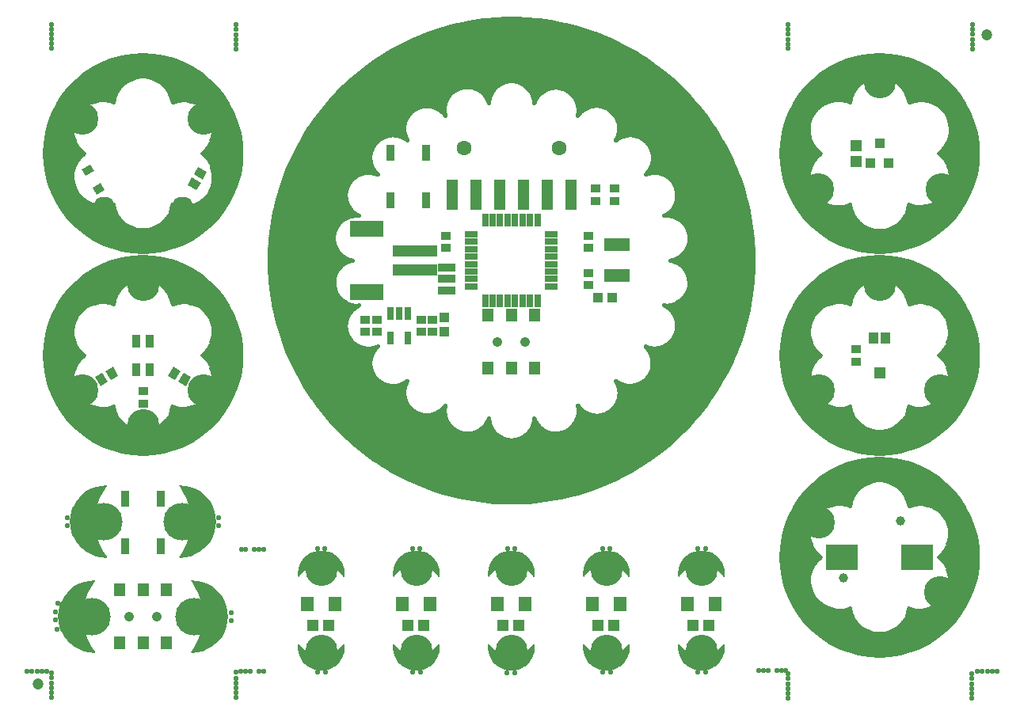
<source format=gbr>
G04 EAGLE Gerber RS-274X export*
G75*
%MOMM*%
%FSLAX34Y34*%
%LPD*%
%INSoldermask Top*%
%IPPOS*%
%AMOC8*
5,1,8,0,0,1.08239X$1,22.5*%
G01*
%ADD10C,0.406400*%
%ADD11C,7.000000*%
%ADD12C,0.584200*%
%ADD13R,0.903200X1.403200*%
%ADD14R,0.903200X1.103200*%
%ADD15R,1.103200X0.903200*%
%ADD16C,3.419200*%
%ADD17R,3.403200X2.703200*%
%ADD18C,1.003200*%
%ADD19C,1.623313*%
%ADD20R,0.833200X1.033200*%
%ADD21R,1.003200X1.103200*%
%ADD22R,1.203200X1.303200*%
%ADD23R,1.003200X1.303200*%
%ADD24R,1.203200X1.353200*%
%ADD25C,1.053200*%
%ADD26C,4.013200*%
%ADD27R,0.965200X1.727200*%
%ADD28R,1.303200X1.203200*%
%ADD29R,1.403200X1.603200*%
%ADD30R,1.473200X0.762000*%
%ADD31R,0.762000X1.473200*%
%ADD32C,4.267200*%
%ADD33R,1.003200X1.003200*%
%ADD34R,2.703200X1.403200*%
%ADD35R,1.903200X0.903200*%
%ADD36R,1.203200X3.203200*%
%ADD37C,1.603200*%
%ADD38R,4.803200X1.203200*%
%ADD39R,3.603200X1.803200*%
%ADD40R,0.753200X1.403200*%
%ADD41C,1.203200*%
%ADD42C,0.254000*%

G36*
X138151Y261568D02*
X138151Y261568D01*
X138168Y261571D01*
X138283Y261582D01*
X149247Y263319D01*
X149263Y263323D01*
X149377Y263346D01*
X160098Y266219D01*
X160115Y266226D01*
X160225Y266260D01*
X170587Y270238D01*
X170603Y270246D01*
X170709Y270292D01*
X180599Y275331D01*
X180613Y275341D01*
X180714Y275398D01*
X190023Y281443D01*
X190037Y281454D01*
X190131Y281521D01*
X198757Y288507D01*
X198769Y288519D01*
X198856Y288595D01*
X206705Y296444D01*
X206715Y296458D01*
X206794Y296543D01*
X213779Y305169D01*
X213788Y305184D01*
X213857Y305277D01*
X219902Y314586D01*
X219910Y314602D01*
X219969Y314701D01*
X225008Y324591D01*
X225014Y324608D01*
X225062Y324713D01*
X229040Y335075D01*
X229044Y335092D01*
X229081Y335202D01*
X231954Y345923D01*
X231956Y345941D01*
X231981Y346053D01*
X233718Y357017D01*
X233718Y357034D01*
X233732Y357149D01*
X234313Y368234D01*
X234311Y368251D01*
X234313Y368366D01*
X233732Y379451D01*
X233729Y379468D01*
X233718Y379583D01*
X231981Y390547D01*
X231976Y390563D01*
X231954Y390677D01*
X229081Y401398D01*
X229074Y401414D01*
X229040Y401525D01*
X225062Y411887D01*
X225054Y411903D01*
X225016Y411990D01*
X225015Y411994D01*
X225013Y411996D01*
X225008Y412009D01*
X219969Y421899D01*
X219959Y421913D01*
X219902Y422014D01*
X213857Y431323D01*
X213845Y431336D01*
X213779Y431430D01*
X206793Y440057D01*
X206780Y440069D01*
X206704Y440155D01*
X198855Y448004D01*
X198842Y448015D01*
X198757Y448093D01*
X190130Y455079D01*
X190115Y455088D01*
X190023Y455157D01*
X180714Y461202D01*
X180698Y461210D01*
X180599Y461269D01*
X170709Y466308D01*
X170692Y466314D01*
X170587Y466362D01*
X160225Y470340D01*
X160208Y470344D01*
X160098Y470381D01*
X149377Y473254D01*
X149359Y473256D01*
X149247Y473281D01*
X138283Y475018D01*
X138266Y475018D01*
X138151Y475032D01*
X127066Y475613D01*
X127049Y475611D01*
X126934Y475613D01*
X115849Y475032D01*
X115832Y475029D01*
X115717Y475018D01*
X104753Y473281D01*
X104737Y473276D01*
X104624Y473254D01*
X93902Y470381D01*
X93886Y470374D01*
X93775Y470340D01*
X83413Y466362D01*
X83397Y466354D01*
X83291Y466308D01*
X73401Y461269D01*
X73387Y461259D01*
X73286Y461202D01*
X63977Y455157D01*
X63964Y455145D01*
X63870Y455079D01*
X55243Y448093D01*
X55231Y448080D01*
X55145Y448004D01*
X47296Y440155D01*
X47285Y440142D01*
X47207Y440057D01*
X40221Y431430D01*
X40212Y431415D01*
X40143Y431323D01*
X34098Y422014D01*
X34090Y421998D01*
X34031Y421899D01*
X28992Y412009D01*
X28986Y411992D01*
X28938Y411887D01*
X24960Y401525D01*
X24956Y401508D01*
X24919Y401398D01*
X22046Y390677D01*
X22044Y390659D01*
X22019Y390547D01*
X20282Y379583D01*
X20282Y379566D01*
X20268Y379451D01*
X19688Y368366D01*
X19689Y368349D01*
X19688Y368234D01*
X20268Y357149D01*
X20272Y357132D01*
X20282Y357017D01*
X22019Y346053D01*
X22024Y346037D01*
X22046Y345924D01*
X24919Y335202D01*
X24926Y335186D01*
X24960Y335075D01*
X28938Y324713D01*
X28946Y324697D01*
X28992Y324591D01*
X34031Y314701D01*
X34041Y314687D01*
X34098Y314586D01*
X40143Y305277D01*
X40155Y305264D01*
X40221Y305170D01*
X47207Y296543D01*
X47220Y296531D01*
X47296Y296445D01*
X55145Y288596D01*
X55158Y288585D01*
X55243Y288507D01*
X63870Y281521D01*
X63885Y281512D01*
X63977Y281443D01*
X73286Y275398D01*
X73302Y275390D01*
X73401Y275331D01*
X83291Y270292D01*
X83308Y270286D01*
X83413Y270238D01*
X93775Y266260D01*
X93792Y266256D01*
X93902Y266219D01*
X104624Y263346D01*
X104641Y263344D01*
X104753Y263319D01*
X115717Y261582D01*
X115734Y261582D01*
X115849Y261568D01*
X126934Y260988D01*
X126951Y260989D01*
X127066Y260988D01*
X138151Y261568D01*
G37*
G36*
X925551Y261568D02*
X925551Y261568D01*
X925568Y261571D01*
X925683Y261582D01*
X936647Y263319D01*
X936663Y263323D01*
X936777Y263346D01*
X947498Y266219D01*
X947515Y266226D01*
X947625Y266260D01*
X957987Y270238D01*
X958003Y270246D01*
X958109Y270292D01*
X967999Y275331D01*
X968013Y275341D01*
X968114Y275398D01*
X977423Y281443D01*
X977437Y281454D01*
X977531Y281521D01*
X986157Y288507D01*
X986169Y288519D01*
X986256Y288595D01*
X994105Y296444D01*
X994115Y296458D01*
X994194Y296543D01*
X1001179Y305169D01*
X1001188Y305184D01*
X1001257Y305277D01*
X1007302Y314586D01*
X1007310Y314602D01*
X1007369Y314701D01*
X1012408Y324591D01*
X1012414Y324608D01*
X1012462Y324713D01*
X1016440Y335075D01*
X1016444Y335092D01*
X1016481Y335202D01*
X1019354Y345923D01*
X1019356Y345941D01*
X1019381Y346053D01*
X1021118Y357017D01*
X1021118Y357034D01*
X1021132Y357149D01*
X1021713Y368234D01*
X1021711Y368251D01*
X1021713Y368366D01*
X1021132Y379451D01*
X1021129Y379468D01*
X1021118Y379583D01*
X1019381Y390547D01*
X1019376Y390563D01*
X1019354Y390677D01*
X1016481Y401398D01*
X1016474Y401414D01*
X1016440Y401525D01*
X1012462Y411887D01*
X1012454Y411903D01*
X1012416Y411990D01*
X1012415Y411994D01*
X1012413Y411996D01*
X1012408Y412009D01*
X1007369Y421899D01*
X1007359Y421913D01*
X1007302Y422014D01*
X1001257Y431323D01*
X1001245Y431336D01*
X1001179Y431430D01*
X994193Y440057D01*
X994180Y440069D01*
X994104Y440155D01*
X986255Y448004D01*
X986242Y448015D01*
X986157Y448093D01*
X977530Y455079D01*
X977515Y455088D01*
X977423Y455157D01*
X968114Y461202D01*
X968098Y461210D01*
X967999Y461269D01*
X958109Y466308D01*
X958092Y466314D01*
X957987Y466362D01*
X947625Y470340D01*
X947608Y470344D01*
X947498Y470381D01*
X936777Y473254D01*
X936759Y473256D01*
X936647Y473281D01*
X925683Y475018D01*
X925666Y475018D01*
X925551Y475032D01*
X914466Y475613D01*
X914449Y475611D01*
X914334Y475613D01*
X903249Y475032D01*
X903232Y475029D01*
X903117Y475018D01*
X892153Y473281D01*
X892137Y473276D01*
X892024Y473254D01*
X881302Y470381D01*
X881286Y470374D01*
X881175Y470340D01*
X870813Y466362D01*
X870797Y466354D01*
X870691Y466308D01*
X860801Y461269D01*
X860787Y461259D01*
X860686Y461202D01*
X851377Y455157D01*
X851364Y455145D01*
X851270Y455079D01*
X842643Y448093D01*
X842631Y448080D01*
X842545Y448004D01*
X834696Y440155D01*
X834685Y440142D01*
X834607Y440057D01*
X827621Y431430D01*
X827612Y431415D01*
X827543Y431323D01*
X821498Y422014D01*
X821490Y421998D01*
X821431Y421899D01*
X816392Y412009D01*
X816386Y411992D01*
X816338Y411887D01*
X812360Y401525D01*
X812356Y401508D01*
X812319Y401398D01*
X809446Y390677D01*
X809444Y390659D01*
X809419Y390547D01*
X807682Y379583D01*
X807682Y379566D01*
X807668Y379451D01*
X807088Y368366D01*
X807089Y368349D01*
X807088Y368234D01*
X807668Y357149D01*
X807672Y357132D01*
X807682Y357017D01*
X809419Y346053D01*
X809424Y346037D01*
X809446Y345924D01*
X812319Y335202D01*
X812326Y335186D01*
X812360Y335075D01*
X816338Y324713D01*
X816346Y324697D01*
X816392Y324591D01*
X821431Y314701D01*
X821441Y314687D01*
X821498Y314586D01*
X827543Y305277D01*
X827555Y305264D01*
X827621Y305170D01*
X834607Y296543D01*
X834620Y296531D01*
X834696Y296445D01*
X842545Y288596D01*
X842558Y288585D01*
X842643Y288507D01*
X851270Y281521D01*
X851285Y281512D01*
X851377Y281443D01*
X860686Y275398D01*
X860702Y275390D01*
X860801Y275331D01*
X870691Y270292D01*
X870708Y270286D01*
X870813Y270238D01*
X881175Y266260D01*
X881192Y266256D01*
X881302Y266219D01*
X892024Y263346D01*
X892041Y263344D01*
X892153Y263319D01*
X903117Y261582D01*
X903134Y261582D01*
X903249Y261568D01*
X914334Y260988D01*
X914351Y260989D01*
X914466Y260988D01*
X925551Y261568D01*
G37*
G36*
X925551Y477468D02*
X925551Y477468D01*
X925568Y477471D01*
X925683Y477482D01*
X936647Y479219D01*
X936663Y479223D01*
X936777Y479246D01*
X947498Y482119D01*
X947515Y482126D01*
X947625Y482160D01*
X957987Y486138D01*
X958003Y486146D01*
X958109Y486192D01*
X967999Y491231D01*
X968013Y491241D01*
X968114Y491298D01*
X977423Y497343D01*
X977437Y497354D01*
X977531Y497421D01*
X986157Y504407D01*
X986169Y504419D01*
X986256Y504495D01*
X994105Y512344D01*
X994115Y512358D01*
X994194Y512443D01*
X1001179Y521069D01*
X1001188Y521084D01*
X1001257Y521177D01*
X1007302Y530486D01*
X1007310Y530502D01*
X1007369Y530601D01*
X1012408Y540491D01*
X1012414Y540508D01*
X1012462Y540613D01*
X1016440Y550975D01*
X1016444Y550992D01*
X1016481Y551102D01*
X1019354Y561823D01*
X1019356Y561841D01*
X1019381Y561953D01*
X1021118Y572917D01*
X1021118Y572934D01*
X1021132Y573049D01*
X1021713Y584134D01*
X1021711Y584151D01*
X1021713Y584266D01*
X1021132Y595351D01*
X1021129Y595368D01*
X1021118Y595483D01*
X1019381Y606447D01*
X1019376Y606463D01*
X1019354Y606577D01*
X1016481Y617298D01*
X1016474Y617314D01*
X1016440Y617425D01*
X1012462Y627787D01*
X1012454Y627803D01*
X1012416Y627890D01*
X1012415Y627894D01*
X1012413Y627896D01*
X1012408Y627909D01*
X1007369Y637799D01*
X1007359Y637813D01*
X1007302Y637914D01*
X1001257Y647223D01*
X1001245Y647236D01*
X1001179Y647330D01*
X994193Y655957D01*
X994180Y655969D01*
X994104Y656055D01*
X986255Y663904D01*
X986242Y663915D01*
X986157Y663993D01*
X977530Y670979D01*
X977515Y670988D01*
X977423Y671057D01*
X968114Y677102D01*
X968098Y677110D01*
X967999Y677169D01*
X958109Y682208D01*
X958092Y682214D01*
X957987Y682262D01*
X947625Y686240D01*
X947608Y686244D01*
X947498Y686281D01*
X936777Y689154D01*
X936759Y689156D01*
X936647Y689181D01*
X925683Y690918D01*
X925666Y690918D01*
X925551Y690932D01*
X914466Y691513D01*
X914449Y691511D01*
X914334Y691513D01*
X903249Y690932D01*
X903232Y690929D01*
X903117Y690918D01*
X892153Y689181D01*
X892137Y689176D01*
X892024Y689154D01*
X881302Y686281D01*
X881286Y686274D01*
X881175Y686240D01*
X870813Y682262D01*
X870797Y682254D01*
X870691Y682208D01*
X860801Y677169D01*
X860787Y677159D01*
X860686Y677102D01*
X851377Y671057D01*
X851364Y671045D01*
X851270Y670979D01*
X842643Y663993D01*
X842631Y663980D01*
X842545Y663904D01*
X834696Y656055D01*
X834685Y656042D01*
X834607Y655957D01*
X827621Y647330D01*
X827612Y647315D01*
X827543Y647223D01*
X821498Y637914D01*
X821490Y637898D01*
X821431Y637799D01*
X816392Y627909D01*
X816386Y627892D01*
X816338Y627787D01*
X812360Y617425D01*
X812356Y617408D01*
X812319Y617298D01*
X809446Y606577D01*
X809444Y606559D01*
X809419Y606447D01*
X807682Y595483D01*
X807682Y595466D01*
X807668Y595351D01*
X807088Y584266D01*
X807089Y584249D01*
X807088Y584134D01*
X807668Y573049D01*
X807672Y573032D01*
X807682Y572917D01*
X809419Y561953D01*
X809424Y561937D01*
X809446Y561824D01*
X812319Y551102D01*
X812326Y551086D01*
X812360Y550975D01*
X816338Y540613D01*
X816346Y540597D01*
X816392Y540491D01*
X821431Y530601D01*
X821441Y530587D01*
X821498Y530486D01*
X827543Y521177D01*
X827555Y521164D01*
X827621Y521070D01*
X834607Y512443D01*
X834620Y512431D01*
X834696Y512345D01*
X842545Y504496D01*
X842558Y504485D01*
X842643Y504407D01*
X851270Y497421D01*
X851285Y497412D01*
X851377Y497343D01*
X860686Y491298D01*
X860702Y491290D01*
X860801Y491231D01*
X870691Y486192D01*
X870708Y486186D01*
X870813Y486138D01*
X881175Y482160D01*
X881192Y482156D01*
X881302Y482119D01*
X892024Y479246D01*
X892041Y479244D01*
X892153Y479219D01*
X903117Y477482D01*
X903134Y477482D01*
X903249Y477468D01*
X914334Y476888D01*
X914351Y476889D01*
X914466Y476888D01*
X925551Y477468D01*
G37*
G36*
X138151Y477468D02*
X138151Y477468D01*
X138168Y477471D01*
X138283Y477482D01*
X149247Y479219D01*
X149263Y479223D01*
X149377Y479246D01*
X160098Y482119D01*
X160115Y482126D01*
X160225Y482160D01*
X170587Y486138D01*
X170603Y486146D01*
X170709Y486192D01*
X180599Y491231D01*
X180613Y491241D01*
X180714Y491298D01*
X190023Y497343D01*
X190037Y497354D01*
X190131Y497421D01*
X198757Y504407D01*
X198769Y504419D01*
X198856Y504495D01*
X206705Y512344D01*
X206715Y512358D01*
X206794Y512443D01*
X213779Y521069D01*
X213788Y521084D01*
X213857Y521177D01*
X219902Y530486D01*
X219910Y530502D01*
X219969Y530601D01*
X225008Y540491D01*
X225014Y540508D01*
X225062Y540613D01*
X229040Y550975D01*
X229044Y550992D01*
X229081Y551102D01*
X231954Y561823D01*
X231956Y561841D01*
X231981Y561953D01*
X233718Y572917D01*
X233718Y572934D01*
X233732Y573049D01*
X234313Y584134D01*
X234311Y584151D01*
X234313Y584266D01*
X233732Y595351D01*
X233729Y595368D01*
X233718Y595483D01*
X231981Y606447D01*
X231976Y606463D01*
X231954Y606577D01*
X229081Y617298D01*
X229074Y617314D01*
X229040Y617425D01*
X225062Y627787D01*
X225054Y627803D01*
X225016Y627890D01*
X225015Y627894D01*
X225013Y627896D01*
X225008Y627909D01*
X219969Y637799D01*
X219959Y637813D01*
X219902Y637914D01*
X213857Y647223D01*
X213845Y647236D01*
X213779Y647330D01*
X206793Y655957D01*
X206780Y655969D01*
X206704Y656055D01*
X198855Y663904D01*
X198842Y663915D01*
X198757Y663993D01*
X190130Y670979D01*
X190115Y670988D01*
X190023Y671057D01*
X180714Y677102D01*
X180698Y677110D01*
X180599Y677169D01*
X170709Y682208D01*
X170692Y682214D01*
X170587Y682262D01*
X160225Y686240D01*
X160208Y686244D01*
X160098Y686281D01*
X149377Y689154D01*
X149359Y689156D01*
X149247Y689181D01*
X138283Y690918D01*
X138266Y690918D01*
X138151Y690932D01*
X127066Y691513D01*
X127049Y691511D01*
X126934Y691513D01*
X115849Y690932D01*
X115832Y690929D01*
X115717Y690918D01*
X104753Y689181D01*
X104737Y689176D01*
X104624Y689154D01*
X93902Y686281D01*
X93886Y686274D01*
X93775Y686240D01*
X83413Y682262D01*
X83397Y682254D01*
X83291Y682208D01*
X73401Y677169D01*
X73387Y677159D01*
X73286Y677102D01*
X63977Y671057D01*
X63964Y671045D01*
X63870Y670979D01*
X55243Y663993D01*
X55231Y663980D01*
X55145Y663904D01*
X47296Y656055D01*
X47285Y656042D01*
X47207Y655957D01*
X40221Y647330D01*
X40212Y647315D01*
X40143Y647223D01*
X34098Y637914D01*
X34090Y637898D01*
X34031Y637799D01*
X28992Y627909D01*
X28986Y627892D01*
X28938Y627787D01*
X24960Y617425D01*
X24956Y617408D01*
X24919Y617298D01*
X22046Y606577D01*
X22044Y606559D01*
X22019Y606447D01*
X20282Y595483D01*
X20282Y595466D01*
X20268Y595351D01*
X19688Y584266D01*
X19689Y584249D01*
X19688Y584134D01*
X20268Y573049D01*
X20272Y573032D01*
X20282Y572917D01*
X22019Y561953D01*
X22024Y561937D01*
X22046Y561824D01*
X24919Y551102D01*
X24926Y551086D01*
X24960Y550975D01*
X28938Y540613D01*
X28946Y540597D01*
X28992Y540491D01*
X34031Y530601D01*
X34041Y530587D01*
X34098Y530486D01*
X40143Y521177D01*
X40155Y521164D01*
X40221Y521070D01*
X47207Y512443D01*
X47220Y512431D01*
X47296Y512345D01*
X55145Y504496D01*
X55158Y504485D01*
X55243Y504407D01*
X63870Y497421D01*
X63885Y497412D01*
X63977Y497343D01*
X73286Y491298D01*
X73302Y491290D01*
X73401Y491231D01*
X83291Y486192D01*
X83308Y486186D01*
X83413Y486138D01*
X93775Y482160D01*
X93792Y482156D01*
X93902Y482119D01*
X104624Y479246D01*
X104641Y479244D01*
X104753Y479219D01*
X115717Y477482D01*
X115734Y477482D01*
X115849Y477468D01*
X126934Y476888D01*
X126951Y476889D01*
X127066Y476888D01*
X138151Y477468D01*
G37*
G36*
X925551Y45668D02*
X925551Y45668D01*
X925568Y45671D01*
X925683Y45682D01*
X936647Y47419D01*
X936663Y47423D01*
X936777Y47446D01*
X947498Y50319D01*
X947515Y50326D01*
X947625Y50360D01*
X957987Y54338D01*
X958003Y54346D01*
X958109Y54392D01*
X967999Y59431D01*
X968013Y59441D01*
X968114Y59498D01*
X977423Y65543D01*
X977437Y65554D01*
X977531Y65621D01*
X986157Y72607D01*
X986169Y72619D01*
X986256Y72695D01*
X994105Y80544D01*
X994115Y80558D01*
X994194Y80643D01*
X1001179Y89269D01*
X1001188Y89284D01*
X1001257Y89377D01*
X1007302Y98686D01*
X1007310Y98702D01*
X1007369Y98801D01*
X1012408Y108691D01*
X1012414Y108708D01*
X1012462Y108813D01*
X1016440Y119175D01*
X1016444Y119192D01*
X1016481Y119302D01*
X1019354Y130023D01*
X1019356Y130041D01*
X1019381Y130153D01*
X1021118Y141117D01*
X1021118Y141134D01*
X1021132Y141249D01*
X1021713Y152334D01*
X1021711Y152351D01*
X1021713Y152466D01*
X1021132Y163551D01*
X1021129Y163568D01*
X1021118Y163683D01*
X1019381Y174647D01*
X1019376Y174663D01*
X1019354Y174777D01*
X1016481Y185498D01*
X1016474Y185514D01*
X1016440Y185625D01*
X1012462Y195987D01*
X1012454Y196003D01*
X1012416Y196090D01*
X1012415Y196094D01*
X1012413Y196096D01*
X1012408Y196109D01*
X1007369Y205999D01*
X1007359Y206013D01*
X1007302Y206114D01*
X1001257Y215423D01*
X1001245Y215436D01*
X1001179Y215530D01*
X994193Y224157D01*
X994180Y224169D01*
X994104Y224255D01*
X986255Y232104D01*
X986242Y232115D01*
X986157Y232193D01*
X977530Y239179D01*
X977515Y239188D01*
X977423Y239257D01*
X968114Y245302D01*
X968098Y245310D01*
X967999Y245369D01*
X958109Y250408D01*
X958092Y250414D01*
X957987Y250462D01*
X947625Y254440D01*
X947608Y254444D01*
X947498Y254481D01*
X936777Y257354D01*
X936759Y257356D01*
X936647Y257381D01*
X925683Y259118D01*
X925666Y259118D01*
X925551Y259132D01*
X914466Y259713D01*
X914449Y259711D01*
X914334Y259713D01*
X903249Y259132D01*
X903232Y259129D01*
X903117Y259118D01*
X892153Y257381D01*
X892137Y257376D01*
X892024Y257354D01*
X881302Y254481D01*
X881286Y254474D01*
X881175Y254440D01*
X870813Y250462D01*
X870797Y250454D01*
X870691Y250408D01*
X860801Y245369D01*
X860787Y245359D01*
X860686Y245302D01*
X851377Y239257D01*
X851364Y239245D01*
X851270Y239179D01*
X842643Y232193D01*
X842631Y232180D01*
X842545Y232104D01*
X834696Y224255D01*
X834685Y224242D01*
X834607Y224157D01*
X827621Y215530D01*
X827612Y215515D01*
X827543Y215423D01*
X821498Y206114D01*
X821490Y206098D01*
X821431Y205999D01*
X816392Y196109D01*
X816386Y196092D01*
X816338Y195987D01*
X812360Y185625D01*
X812356Y185608D01*
X812319Y185498D01*
X809446Y174777D01*
X809444Y174759D01*
X809419Y174647D01*
X807682Y163683D01*
X807682Y163666D01*
X807668Y163551D01*
X807088Y152466D01*
X807089Y152449D01*
X807088Y152334D01*
X807668Y141249D01*
X807672Y141232D01*
X807682Y141117D01*
X809419Y130153D01*
X809424Y130137D01*
X809446Y130024D01*
X812319Y119302D01*
X812326Y119286D01*
X812360Y119175D01*
X816338Y108813D01*
X816346Y108797D01*
X816392Y108691D01*
X821431Y98801D01*
X821441Y98787D01*
X821498Y98686D01*
X827543Y89377D01*
X827555Y89364D01*
X827621Y89270D01*
X834607Y80643D01*
X834620Y80631D01*
X834696Y80545D01*
X842545Y72696D01*
X842558Y72685D01*
X842643Y72607D01*
X851270Y65621D01*
X851285Y65612D01*
X851377Y65543D01*
X860686Y59498D01*
X860702Y59490D01*
X860801Y59431D01*
X870691Y54392D01*
X870708Y54386D01*
X870813Y54338D01*
X881175Y50360D01*
X881192Y50356D01*
X881302Y50319D01*
X892024Y47446D01*
X892041Y47444D01*
X892153Y47419D01*
X903117Y45682D01*
X903134Y45682D01*
X903249Y45668D01*
X914334Y45088D01*
X914351Y45089D01*
X914466Y45088D01*
X925551Y45668D01*
G37*
%LPC*%
G36*
X912334Y503292D02*
X912334Y503292D01*
X908985Y503773D01*
X908383Y503894D01*
X901888Y506133D01*
X900523Y506756D01*
X897083Y508964D01*
X894346Y511359D01*
X891243Y514918D01*
X888648Y518862D01*
X886605Y523120D01*
X885141Y527653D01*
X884389Y530660D01*
X884379Y530686D01*
X884375Y530713D01*
X884322Y530833D01*
X884274Y530956D01*
X884258Y530979D01*
X884247Y531004D01*
X884166Y531107D01*
X884089Y531215D01*
X884068Y531233D01*
X884051Y531254D01*
X883946Y531335D01*
X883845Y531419D01*
X883820Y531431D01*
X883798Y531448D01*
X883677Y531500D01*
X883558Y531556D01*
X883531Y531562D01*
X883506Y531573D01*
X883375Y531593D01*
X883246Y531618D01*
X883219Y531617D01*
X883191Y531621D01*
X883060Y531608D01*
X882929Y531600D01*
X882902Y531592D01*
X882875Y531589D01*
X882721Y531544D01*
X879090Y530211D01*
X875403Y529309D01*
X871648Y528827D01*
X867363Y528838D01*
X866432Y528979D01*
X866398Y529038D01*
X866359Y529076D01*
X866328Y529120D01*
X866258Y529174D01*
X866194Y529236D01*
X866146Y529261D01*
X866104Y529295D01*
X866037Y529320D01*
X865943Y529370D01*
X865851Y529389D01*
X865789Y529412D01*
X861662Y530211D01*
X857759Y531565D01*
X854088Y533460D01*
X850724Y535858D01*
X848174Y538291D01*
X845825Y541199D01*
X843660Y544885D01*
X841990Y549011D01*
X840936Y553337D01*
X840520Y557770D01*
X840751Y562217D01*
X841625Y566583D01*
X843121Y570776D01*
X845210Y574709D01*
X847847Y578296D01*
X851008Y581497D01*
X853006Y583245D01*
X853021Y583261D01*
X853039Y583274D01*
X853071Y583313D01*
X853109Y583346D01*
X853159Y583417D01*
X853217Y583483D01*
X853227Y583502D01*
X853237Y583514D01*
X853241Y583519D01*
X853263Y583565D01*
X853292Y583606D01*
X853323Y583688D01*
X853363Y583765D01*
X853367Y583787D01*
X853377Y583807D01*
X853386Y583857D01*
X853404Y583904D01*
X853414Y583990D01*
X853433Y584075D01*
X853433Y584098D01*
X853437Y584120D01*
X853434Y584170D01*
X853439Y584220D01*
X853427Y584306D01*
X853424Y584393D01*
X853418Y584415D01*
X853417Y584437D01*
X853401Y584485D01*
X853394Y584534D01*
X853361Y584615D01*
X853337Y584699D01*
X853326Y584718D01*
X853319Y584739D01*
X853292Y584782D01*
X853273Y584828D01*
X853220Y584898D01*
X853176Y584974D01*
X853161Y584989D01*
X853149Y585008D01*
X853112Y585043D01*
X853082Y585083D01*
X852963Y585191D01*
X851729Y586178D01*
X848405Y589268D01*
X845602Y592778D01*
X843348Y596663D01*
X842597Y598556D01*
X842596Y598592D01*
X842567Y598681D01*
X842556Y598747D01*
X841395Y602110D01*
X840869Y604360D01*
X840644Y605533D01*
X840305Y609690D01*
X840605Y614172D01*
X841564Y618560D01*
X843159Y622759D01*
X845335Y626638D01*
X847735Y629691D01*
X850724Y632542D01*
X854088Y634940D01*
X857511Y636707D01*
X860388Y637747D01*
X860680Y637848D01*
X865397Y638875D01*
X870234Y639316D01*
X874567Y639127D01*
X878818Y638309D01*
X882993Y636850D01*
X883074Y636832D01*
X883153Y636805D01*
X883230Y636799D01*
X883304Y636783D01*
X883387Y636787D01*
X883470Y636780D01*
X883546Y636793D01*
X883622Y636796D01*
X883702Y636820D01*
X883784Y636834D01*
X883853Y636866D01*
X883927Y636888D01*
X883998Y636931D01*
X884074Y636965D01*
X884133Y637013D01*
X884199Y637052D01*
X884257Y637111D01*
X884322Y637163D01*
X884368Y637224D01*
X884422Y637279D01*
X884463Y637351D01*
X884513Y637417D01*
X884543Y637488D01*
X884581Y637554D01*
X884604Y637634D01*
X884636Y637711D01*
X884665Y637853D01*
X884667Y637860D01*
X884667Y637863D01*
X884669Y637869D01*
X884916Y639602D01*
X885826Y643801D01*
X887308Y647786D01*
X889343Y651519D01*
X890607Y653211D01*
X890644Y653215D01*
X890727Y653248D01*
X890812Y653272D01*
X890858Y653301D01*
X890908Y653321D01*
X890963Y653366D01*
X891053Y653423D01*
X891116Y653492D01*
X891167Y653535D01*
X893922Y656709D01*
X897046Y659412D01*
X900523Y661644D01*
X904281Y663358D01*
X907966Y664439D01*
X908527Y664562D01*
X911861Y665040D01*
X912805Y665108D01*
X916466Y665108D01*
X919815Y664627D01*
X920417Y664506D01*
X926912Y662267D01*
X928277Y661644D01*
X931717Y659436D01*
X934454Y657041D01*
X937557Y653482D01*
X940152Y649538D01*
X942195Y645280D01*
X943659Y640747D01*
X944411Y637740D01*
X944421Y637714D01*
X944425Y637687D01*
X944478Y637567D01*
X944526Y637444D01*
X944542Y637421D01*
X944553Y637396D01*
X944634Y637293D01*
X944711Y637185D01*
X944732Y637167D01*
X944749Y637146D01*
X944854Y637066D01*
X944955Y636981D01*
X944980Y636969D01*
X945002Y636952D01*
X945123Y636900D01*
X945242Y636844D01*
X945269Y636838D01*
X945294Y636827D01*
X945425Y636807D01*
X945554Y636782D01*
X945581Y636783D01*
X945609Y636779D01*
X945740Y636792D01*
X945871Y636800D01*
X945898Y636808D01*
X945925Y636811D01*
X946079Y636857D01*
X949710Y638189D01*
X953397Y639091D01*
X957152Y639573D01*
X961437Y639562D01*
X962368Y639421D01*
X962402Y639362D01*
X962441Y639324D01*
X962472Y639280D01*
X962542Y639226D01*
X962606Y639164D01*
X962654Y639139D01*
X962696Y639105D01*
X962763Y639080D01*
X962857Y639030D01*
X962949Y639011D01*
X963011Y638988D01*
X967138Y638189D01*
X971041Y636835D01*
X974712Y634940D01*
X978076Y632542D01*
X980626Y630109D01*
X982975Y627201D01*
X985140Y623516D01*
X986810Y619389D01*
X987864Y615063D01*
X988280Y610630D01*
X988049Y606183D01*
X987175Y601817D01*
X985679Y597624D01*
X983590Y593691D01*
X980953Y590104D01*
X977792Y586903D01*
X975794Y585155D01*
X975779Y585139D01*
X975761Y585126D01*
X975729Y585087D01*
X975691Y585054D01*
X975641Y584983D01*
X975583Y584917D01*
X975573Y584898D01*
X975559Y584881D01*
X975537Y584835D01*
X975508Y584794D01*
X975477Y584712D01*
X975438Y584635D01*
X975433Y584613D01*
X975423Y584593D01*
X975414Y584544D01*
X975396Y584496D01*
X975386Y584410D01*
X975367Y584325D01*
X975367Y584302D01*
X975363Y584281D01*
X975366Y584230D01*
X975361Y584180D01*
X975373Y584094D01*
X975376Y584007D01*
X975382Y583985D01*
X975383Y583963D01*
X975399Y583915D01*
X975406Y583866D01*
X975439Y583785D01*
X975463Y583701D01*
X975474Y583682D01*
X975481Y583661D01*
X975508Y583618D01*
X975527Y583572D01*
X975580Y583502D01*
X975624Y583426D01*
X975639Y583411D01*
X975651Y583392D01*
X975688Y583357D01*
X975718Y583317D01*
X975837Y583209D01*
X977071Y582222D01*
X980395Y579132D01*
X983198Y575622D01*
X985452Y571737D01*
X986203Y569844D01*
X986204Y569808D01*
X986233Y569719D01*
X986244Y569653D01*
X987405Y566290D01*
X987930Y564041D01*
X988156Y562866D01*
X988495Y558710D01*
X988195Y554228D01*
X987236Y549840D01*
X985641Y545641D01*
X983465Y541762D01*
X981065Y538709D01*
X978076Y535858D01*
X974712Y533460D01*
X971289Y531693D01*
X968411Y530653D01*
X968120Y530552D01*
X963403Y529525D01*
X958566Y529084D01*
X954233Y529274D01*
X949982Y530091D01*
X945807Y531550D01*
X945726Y531568D01*
X945647Y531595D01*
X945570Y531601D01*
X945496Y531617D01*
X945413Y531613D01*
X945330Y531620D01*
X945254Y531607D01*
X945178Y531604D01*
X945098Y531580D01*
X945016Y531566D01*
X944947Y531534D01*
X944873Y531512D01*
X944802Y531469D01*
X944726Y531435D01*
X944667Y531387D01*
X944601Y531348D01*
X944543Y531289D01*
X944478Y531237D01*
X944432Y531176D01*
X944378Y531121D01*
X944337Y531049D01*
X944287Y530983D01*
X944257Y530912D01*
X944219Y530846D01*
X944196Y530766D01*
X944164Y530689D01*
X944135Y530547D01*
X944133Y530540D01*
X944133Y530537D01*
X944132Y530532D01*
X943884Y528798D01*
X942974Y524599D01*
X941492Y520614D01*
X939457Y516881D01*
X938193Y515189D01*
X938156Y515185D01*
X938074Y515152D01*
X937988Y515128D01*
X937942Y515099D01*
X937892Y515079D01*
X937837Y515034D01*
X937747Y514977D01*
X937684Y514908D01*
X937633Y514866D01*
X934878Y511691D01*
X931754Y508988D01*
X928277Y506756D01*
X924519Y505042D01*
X920834Y503961D01*
X920273Y503838D01*
X916939Y503360D01*
X915995Y503292D01*
X912334Y503292D01*
G37*
%LPD*%
%LPC*%
G36*
X124934Y504292D02*
X124934Y504292D01*
X120845Y504879D01*
X116881Y506042D01*
X113123Y507756D01*
X109646Y509988D01*
X106522Y512691D01*
X103767Y515866D01*
X103726Y515901D01*
X103692Y515943D01*
X103619Y515994D01*
X103552Y516052D01*
X103503Y516075D01*
X103459Y516106D01*
X103375Y516134D01*
X103294Y516172D01*
X103241Y516180D01*
X103190Y516197D01*
X103101Y516202D01*
X103013Y516215D01*
X102992Y516212D01*
X101248Y518862D01*
X99205Y523120D01*
X97741Y527653D01*
X96989Y530660D01*
X96979Y530686D01*
X96975Y530713D01*
X96922Y530833D01*
X96874Y530956D01*
X96858Y530979D01*
X96847Y531004D01*
X96766Y531107D01*
X96689Y531215D01*
X96668Y531233D01*
X96651Y531254D01*
X96546Y531335D01*
X96445Y531419D01*
X96420Y531431D01*
X96398Y531448D01*
X96277Y531500D01*
X96158Y531556D01*
X96131Y531562D01*
X96106Y531573D01*
X95975Y531593D01*
X95846Y531618D01*
X95819Y531617D01*
X95791Y531621D01*
X95660Y531608D01*
X95529Y531600D01*
X95502Y531592D01*
X95475Y531589D01*
X95321Y531544D01*
X91690Y530211D01*
X88003Y529309D01*
X84248Y528827D01*
X80208Y528837D01*
X80208Y528838D01*
X80203Y528927D01*
X80206Y529015D01*
X80194Y529068D01*
X80190Y529122D01*
X80160Y529205D01*
X80139Y529291D01*
X80112Y529338D01*
X80094Y529389D01*
X80042Y529461D01*
X79998Y529538D01*
X79959Y529576D01*
X79928Y529620D01*
X79858Y529674D01*
X79794Y529736D01*
X79746Y529761D01*
X79704Y529795D01*
X79637Y529820D01*
X79543Y529870D01*
X79451Y529889D01*
X79389Y529912D01*
X75262Y530711D01*
X71359Y532065D01*
X67688Y533960D01*
X64324Y536358D01*
X61335Y539209D01*
X58782Y542457D01*
X56716Y546035D01*
X55180Y549870D01*
X54205Y553884D01*
X53811Y557996D01*
X54005Y562123D01*
X54784Y566180D01*
X56156Y570153D01*
X56166Y570206D01*
X56185Y570257D01*
X56193Y570345D01*
X56210Y570432D01*
X56205Y570486D01*
X56210Y570540D01*
X56193Y570627D01*
X56185Y570716D01*
X56165Y570766D01*
X56155Y570819D01*
X56114Y570898D01*
X56082Y570981D01*
X56049Y571024D01*
X56025Y571072D01*
X55963Y571136D01*
X55933Y571176D01*
X57810Y574709D01*
X60447Y578296D01*
X63608Y581497D01*
X65606Y583245D01*
X65621Y583261D01*
X65639Y583274D01*
X65671Y583313D01*
X65709Y583346D01*
X65759Y583417D01*
X65817Y583483D01*
X65827Y583502D01*
X65837Y583514D01*
X65841Y583519D01*
X65863Y583565D01*
X65892Y583606D01*
X65923Y583688D01*
X65963Y583765D01*
X65967Y583787D01*
X65977Y583807D01*
X65986Y583857D01*
X66004Y583904D01*
X66014Y583990D01*
X66033Y584075D01*
X66033Y584098D01*
X66037Y584120D01*
X66034Y584170D01*
X66039Y584220D01*
X66027Y584306D01*
X66024Y584393D01*
X66018Y584415D01*
X66017Y584437D01*
X66001Y584485D01*
X65994Y584534D01*
X65961Y584615D01*
X65937Y584699D01*
X65926Y584718D01*
X65919Y584739D01*
X65892Y584782D01*
X65873Y584828D01*
X65820Y584898D01*
X65776Y584974D01*
X65761Y584989D01*
X65749Y585008D01*
X65712Y585043D01*
X65682Y585083D01*
X65563Y585191D01*
X64329Y586178D01*
X61005Y589268D01*
X58202Y592778D01*
X55948Y596663D01*
X55780Y597086D01*
X55788Y597090D01*
X55827Y597128D01*
X55872Y597158D01*
X55929Y597225D01*
X55993Y597287D01*
X56021Y597333D01*
X56055Y597375D01*
X56092Y597456D01*
X56136Y597532D01*
X56150Y597585D01*
X56172Y597634D01*
X56184Y597722D01*
X56206Y597808D01*
X56204Y597862D01*
X56211Y597916D01*
X56200Y597986D01*
X56196Y598092D01*
X56167Y598181D01*
X56156Y598247D01*
X54784Y602220D01*
X54005Y606277D01*
X53811Y610404D01*
X54205Y614516D01*
X55180Y618530D01*
X56716Y622365D01*
X58782Y625943D01*
X61335Y629191D01*
X64324Y632042D01*
X67688Y634440D01*
X71359Y636335D01*
X75262Y637689D01*
X79389Y638488D01*
X79440Y638505D01*
X79493Y638514D01*
X79574Y638552D01*
X79658Y638580D01*
X79702Y638611D01*
X79751Y638634D01*
X79818Y638693D01*
X79890Y638744D01*
X79924Y638786D01*
X79965Y638822D01*
X80013Y638896D01*
X80069Y638965D01*
X80089Y639015D01*
X80119Y639061D01*
X80121Y639069D01*
X82834Y639316D01*
X87167Y639127D01*
X91418Y638309D01*
X95593Y636850D01*
X95674Y636832D01*
X95753Y636805D01*
X95830Y636799D01*
X95904Y636783D01*
X95987Y636787D01*
X96070Y636780D01*
X96146Y636793D01*
X96222Y636796D01*
X96302Y636820D01*
X96384Y636834D01*
X96453Y636866D01*
X96527Y636888D01*
X96598Y636931D01*
X96674Y636965D01*
X96733Y637013D01*
X96799Y637052D01*
X96857Y637111D01*
X96922Y637163D01*
X96968Y637224D01*
X97022Y637279D01*
X97063Y637351D01*
X97113Y637417D01*
X97143Y637488D01*
X97181Y637554D01*
X97204Y637634D01*
X97236Y637711D01*
X97265Y637853D01*
X97267Y637860D01*
X97267Y637863D01*
X97269Y637869D01*
X97516Y639602D01*
X98426Y643801D01*
X99908Y647786D01*
X101943Y651519D01*
X102531Y652307D01*
X102581Y652275D01*
X102633Y652260D01*
X102682Y652236D01*
X102769Y652220D01*
X102854Y652195D01*
X102908Y652195D01*
X102961Y652186D01*
X103050Y652195D01*
X103138Y652194D01*
X103190Y652209D01*
X103244Y652215D01*
X103327Y652248D01*
X103412Y652272D01*
X103458Y652301D01*
X103508Y652321D01*
X103563Y652366D01*
X103653Y652423D01*
X103716Y652492D01*
X103767Y652535D01*
X106522Y655709D01*
X109646Y658412D01*
X113123Y660644D01*
X116881Y662358D01*
X120845Y663521D01*
X124934Y664108D01*
X129066Y664108D01*
X133155Y663521D01*
X137119Y662358D01*
X140877Y660644D01*
X144354Y658412D01*
X147478Y655709D01*
X150233Y652535D01*
X150274Y652499D01*
X150308Y652457D01*
X150381Y652406D01*
X150448Y652348D01*
X150497Y652325D01*
X150541Y652294D01*
X150625Y652266D01*
X150706Y652228D01*
X150759Y652220D01*
X150810Y652203D01*
X150899Y652198D01*
X150987Y652185D01*
X151008Y652188D01*
X152752Y649538D01*
X154795Y645280D01*
X156259Y640747D01*
X157011Y637740D01*
X157021Y637714D01*
X157025Y637687D01*
X157078Y637567D01*
X157126Y637444D01*
X157142Y637421D01*
X157153Y637396D01*
X157234Y637293D01*
X157311Y637185D01*
X157332Y637167D01*
X157349Y637146D01*
X157454Y637066D01*
X157555Y636981D01*
X157580Y636969D01*
X157602Y636952D01*
X157723Y636900D01*
X157842Y636844D01*
X157869Y636838D01*
X157894Y636827D01*
X158025Y636807D01*
X158154Y636782D01*
X158181Y636783D01*
X158209Y636779D01*
X158340Y636792D01*
X158471Y636800D01*
X158498Y636808D01*
X158525Y636811D01*
X158679Y636857D01*
X162310Y638189D01*
X165997Y639091D01*
X169752Y639573D01*
X173779Y639563D01*
X173779Y639561D01*
X173784Y639472D01*
X173781Y639384D01*
X173793Y639331D01*
X173797Y639277D01*
X173827Y639194D01*
X173848Y639108D01*
X173875Y639061D01*
X173893Y639010D01*
X173945Y638938D01*
X173989Y638861D01*
X174028Y638823D01*
X174059Y638779D01*
X174129Y638725D01*
X174193Y638663D01*
X174241Y638638D01*
X174283Y638604D01*
X174350Y638579D01*
X174444Y638529D01*
X174536Y638510D01*
X174598Y638487D01*
X178725Y637688D01*
X182628Y636334D01*
X186299Y634439D01*
X189663Y632041D01*
X192652Y629190D01*
X195205Y625942D01*
X197271Y622364D01*
X198807Y618529D01*
X199782Y614515D01*
X200176Y610403D01*
X199982Y606276D01*
X199203Y602219D01*
X197831Y598246D01*
X197821Y598193D01*
X197802Y598142D01*
X197794Y598054D01*
X197777Y597967D01*
X197782Y597913D01*
X197777Y597859D01*
X197794Y597772D01*
X197802Y597683D01*
X197822Y597633D01*
X197832Y597580D01*
X197873Y597501D01*
X197905Y597418D01*
X197938Y597375D01*
X197962Y597327D01*
X198024Y597263D01*
X198061Y597214D01*
X196190Y593691D01*
X193553Y590104D01*
X190392Y586903D01*
X188394Y585155D01*
X188379Y585139D01*
X188361Y585126D01*
X188329Y585087D01*
X188291Y585054D01*
X188241Y584983D01*
X188183Y584917D01*
X188173Y584898D01*
X188159Y584881D01*
X188137Y584835D01*
X188108Y584794D01*
X188077Y584712D01*
X188038Y584635D01*
X188033Y584613D01*
X188023Y584593D01*
X188014Y584544D01*
X187996Y584496D01*
X187986Y584410D01*
X187967Y584325D01*
X187967Y584302D01*
X187963Y584281D01*
X187966Y584230D01*
X187961Y584180D01*
X187973Y584094D01*
X187976Y584007D01*
X187982Y583985D01*
X187983Y583963D01*
X187999Y583915D01*
X188006Y583866D01*
X188039Y583785D01*
X188063Y583701D01*
X188074Y583682D01*
X188081Y583661D01*
X188108Y583618D01*
X188127Y583572D01*
X188180Y583502D01*
X188224Y583426D01*
X188239Y583411D01*
X188251Y583392D01*
X188288Y583357D01*
X188318Y583317D01*
X188437Y583209D01*
X189671Y582222D01*
X192995Y579132D01*
X195798Y575622D01*
X198052Y571737D01*
X198448Y570738D01*
X198413Y570697D01*
X198349Y570635D01*
X198321Y570589D01*
X198287Y570547D01*
X198250Y570466D01*
X198206Y570390D01*
X198192Y570337D01*
X198170Y570288D01*
X198158Y570200D01*
X198136Y570114D01*
X198138Y570060D01*
X198131Y570006D01*
X198142Y569936D01*
X198146Y569830D01*
X198175Y569741D01*
X198186Y569675D01*
X199558Y565702D01*
X200337Y561645D01*
X200531Y557518D01*
X200137Y553406D01*
X199162Y549392D01*
X197626Y545557D01*
X195560Y541979D01*
X193007Y538731D01*
X190018Y535880D01*
X186654Y533482D01*
X182983Y531587D01*
X179080Y530233D01*
X174953Y529434D01*
X174935Y529428D01*
X171166Y529084D01*
X166833Y529274D01*
X162582Y530091D01*
X158407Y531550D01*
X158326Y531568D01*
X158247Y531595D01*
X158170Y531601D01*
X158096Y531617D01*
X158013Y531613D01*
X157930Y531620D01*
X157854Y531607D01*
X157778Y531604D01*
X157698Y531580D01*
X157616Y531566D01*
X157547Y531534D01*
X157473Y531512D01*
X157402Y531469D01*
X157326Y531435D01*
X157267Y531387D01*
X157201Y531348D01*
X157143Y531289D01*
X157078Y531237D01*
X157032Y531176D01*
X156978Y531121D01*
X156937Y531049D01*
X156887Y530983D01*
X156857Y530912D01*
X156819Y530846D01*
X156796Y530766D01*
X156764Y530689D01*
X156735Y530547D01*
X156733Y530540D01*
X156733Y530537D01*
X156732Y530532D01*
X156484Y528798D01*
X155574Y524599D01*
X154092Y520614D01*
X152057Y516881D01*
X151469Y516093D01*
X151419Y516125D01*
X151367Y516140D01*
X151318Y516164D01*
X151231Y516180D01*
X151146Y516205D01*
X151092Y516205D01*
X151039Y516215D01*
X150950Y516205D01*
X150862Y516206D01*
X150810Y516191D01*
X150756Y516185D01*
X150674Y516152D01*
X150588Y516128D01*
X150542Y516099D01*
X150492Y516079D01*
X150437Y516034D01*
X150347Y515977D01*
X150284Y515908D01*
X150233Y515866D01*
X147478Y512691D01*
X144354Y509988D01*
X140877Y507756D01*
X137119Y506042D01*
X133155Y504879D01*
X129066Y504292D01*
X124934Y504292D01*
G37*
%LPD*%
%LPC*%
G36*
X124934Y288462D02*
X124934Y288462D01*
X120845Y289049D01*
X116881Y290212D01*
X113123Y291926D01*
X109646Y294158D01*
X106522Y296861D01*
X103767Y300036D01*
X103726Y300071D01*
X103692Y300113D01*
X103619Y300164D01*
X103552Y300222D01*
X103503Y300245D01*
X103459Y300276D01*
X103375Y300304D01*
X103294Y300342D01*
X103241Y300350D01*
X103190Y300367D01*
X103101Y300372D01*
X103013Y300385D01*
X102960Y300378D01*
X102948Y300379D01*
X101248Y302962D01*
X99205Y307220D01*
X97741Y311753D01*
X96989Y314760D01*
X96979Y314786D01*
X96975Y314813D01*
X96922Y314933D01*
X96874Y315056D01*
X96858Y315079D01*
X96847Y315104D01*
X96766Y315207D01*
X96689Y315315D01*
X96668Y315333D01*
X96651Y315354D01*
X96546Y315435D01*
X96445Y315519D01*
X96420Y315531D01*
X96398Y315548D01*
X96277Y315600D01*
X96158Y315656D01*
X96131Y315662D01*
X96106Y315673D01*
X95975Y315693D01*
X95846Y315718D01*
X95819Y315717D01*
X95791Y315721D01*
X95660Y315708D01*
X95529Y315700D01*
X95502Y315692D01*
X95475Y315689D01*
X95321Y315644D01*
X91690Y314311D01*
X88003Y313409D01*
X84248Y312927D01*
X80179Y312937D01*
X80182Y313023D01*
X80170Y313076D01*
X80166Y313130D01*
X80136Y313213D01*
X80115Y313299D01*
X80088Y313346D01*
X80070Y313397D01*
X80018Y313469D01*
X79974Y313546D01*
X79935Y313584D01*
X79904Y313628D01*
X79834Y313682D01*
X79770Y313744D01*
X79722Y313769D01*
X79680Y313803D01*
X79613Y313828D01*
X79519Y313878D01*
X79427Y313897D01*
X79365Y313920D01*
X75238Y314719D01*
X71335Y316073D01*
X67664Y317968D01*
X64300Y320366D01*
X61311Y323217D01*
X58758Y326465D01*
X56692Y330043D01*
X55156Y333878D01*
X54181Y337892D01*
X53787Y342004D01*
X53981Y346131D01*
X54760Y350188D01*
X56132Y354161D01*
X56142Y354214D01*
X56161Y354265D01*
X56169Y354353D01*
X56186Y354440D01*
X56181Y354494D01*
X56186Y354548D01*
X56169Y354635D01*
X56161Y354724D01*
X56141Y354774D01*
X56131Y354827D01*
X56090Y354906D01*
X56058Y354989D01*
X56025Y355032D01*
X56001Y355080D01*
X55939Y355144D01*
X55895Y355203D01*
X57810Y358809D01*
X60447Y362396D01*
X63608Y365597D01*
X65606Y367345D01*
X65621Y367361D01*
X65639Y367374D01*
X65671Y367413D01*
X65709Y367446D01*
X65759Y367517D01*
X65817Y367583D01*
X65827Y367602D01*
X65837Y367614D01*
X65841Y367619D01*
X65863Y367665D01*
X65892Y367706D01*
X65923Y367788D01*
X65963Y367865D01*
X65967Y367887D01*
X65977Y367907D01*
X65986Y367957D01*
X66004Y368004D01*
X66014Y368090D01*
X66033Y368175D01*
X66033Y368198D01*
X66037Y368220D01*
X66034Y368270D01*
X66039Y368320D01*
X66027Y368406D01*
X66024Y368493D01*
X66018Y368515D01*
X66017Y368537D01*
X66001Y368585D01*
X65994Y368634D01*
X65961Y368715D01*
X65937Y368799D01*
X65926Y368818D01*
X65919Y368839D01*
X65892Y368882D01*
X65873Y368928D01*
X65820Y368998D01*
X65776Y369074D01*
X65761Y369089D01*
X65749Y369108D01*
X65712Y369143D01*
X65682Y369183D01*
X65563Y369291D01*
X64329Y370278D01*
X61005Y373368D01*
X58202Y376878D01*
X55948Y380763D01*
X55746Y381273D01*
X55764Y381282D01*
X55803Y381320D01*
X55848Y381350D01*
X55905Y381417D01*
X55969Y381479D01*
X55997Y381525D01*
X56031Y381567D01*
X56068Y381648D01*
X56112Y381724D01*
X56126Y381777D01*
X56148Y381826D01*
X56160Y381914D01*
X56182Y382000D01*
X56180Y382054D01*
X56187Y382108D01*
X56176Y382178D01*
X56172Y382284D01*
X56143Y382373D01*
X56132Y382439D01*
X54760Y386412D01*
X53981Y390469D01*
X53787Y394596D01*
X54181Y398708D01*
X55156Y402722D01*
X56692Y406557D01*
X58758Y410135D01*
X61311Y413383D01*
X64300Y416234D01*
X67664Y418632D01*
X71335Y420527D01*
X75238Y421881D01*
X79365Y422680D01*
X79416Y422697D01*
X79469Y422706D01*
X79550Y422744D01*
X79634Y422772D01*
X79678Y422803D01*
X79727Y422826D01*
X79794Y422885D01*
X79866Y422936D01*
X79900Y422978D01*
X79941Y423014D01*
X79989Y423088D01*
X80045Y423157D01*
X80046Y423162D01*
X82834Y423416D01*
X87167Y423227D01*
X91418Y422409D01*
X95593Y420950D01*
X95674Y420932D01*
X95753Y420905D01*
X95830Y420899D01*
X95904Y420883D01*
X95987Y420887D01*
X96070Y420880D01*
X96146Y420893D01*
X96222Y420896D01*
X96302Y420920D01*
X96384Y420934D01*
X96453Y420966D01*
X96527Y420988D01*
X96598Y421031D01*
X96674Y421065D01*
X96733Y421113D01*
X96799Y421152D01*
X96857Y421211D01*
X96922Y421263D01*
X96968Y421324D01*
X97022Y421379D01*
X97063Y421451D01*
X97113Y421517D01*
X97143Y421588D01*
X97181Y421654D01*
X97204Y421734D01*
X97236Y421811D01*
X97265Y421953D01*
X97267Y421960D01*
X97267Y421963D01*
X97269Y421969D01*
X97516Y423702D01*
X98426Y427901D01*
X99908Y431886D01*
X101943Y435619D01*
X102495Y436358D01*
X102506Y436353D01*
X102581Y436305D01*
X102633Y436290D01*
X102682Y436266D01*
X102769Y436250D01*
X102854Y436225D01*
X102908Y436225D01*
X102961Y436216D01*
X103050Y436225D01*
X103138Y436224D01*
X103190Y436239D01*
X103244Y436245D01*
X103327Y436278D01*
X103412Y436302D01*
X103458Y436331D01*
X103508Y436351D01*
X103563Y436396D01*
X103653Y436453D01*
X103716Y436522D01*
X103767Y436565D01*
X106522Y439739D01*
X109646Y442442D01*
X113123Y444674D01*
X116881Y446388D01*
X120845Y447551D01*
X124934Y448138D01*
X129066Y448138D01*
X133155Y447551D01*
X137119Y446388D01*
X140877Y444674D01*
X144354Y442442D01*
X147478Y439739D01*
X150233Y436565D01*
X150274Y436529D01*
X150308Y436487D01*
X150381Y436436D01*
X150448Y436378D01*
X150497Y436355D01*
X150541Y436324D01*
X150625Y436296D01*
X150706Y436258D01*
X150759Y436250D01*
X150810Y436233D01*
X150899Y436228D01*
X150987Y436215D01*
X151040Y436222D01*
X151052Y436221D01*
X152752Y433638D01*
X154795Y429380D01*
X156259Y424847D01*
X157011Y421840D01*
X157021Y421814D01*
X157025Y421787D01*
X157078Y421667D01*
X157126Y421544D01*
X157142Y421521D01*
X157153Y421496D01*
X157234Y421393D01*
X157311Y421285D01*
X157332Y421267D01*
X157349Y421246D01*
X157454Y421166D01*
X157555Y421081D01*
X157580Y421069D01*
X157602Y421052D01*
X157723Y421000D01*
X157842Y420944D01*
X157869Y420938D01*
X157894Y420927D01*
X158025Y420907D01*
X158154Y420882D01*
X158181Y420883D01*
X158209Y420879D01*
X158340Y420892D01*
X158471Y420900D01*
X158498Y420908D01*
X158525Y420911D01*
X158679Y420957D01*
X162310Y422289D01*
X165997Y423191D01*
X169752Y423673D01*
X173821Y423662D01*
X173818Y423577D01*
X173830Y423524D01*
X173834Y423470D01*
X173864Y423387D01*
X173885Y423301D01*
X173912Y423254D01*
X173930Y423203D01*
X173982Y423131D01*
X174026Y423054D01*
X174065Y423016D01*
X174096Y422972D01*
X174166Y422918D01*
X174230Y422856D01*
X174278Y422831D01*
X174320Y422797D01*
X174387Y422772D01*
X174481Y422722D01*
X174573Y422703D01*
X174635Y422680D01*
X178762Y421881D01*
X182665Y420527D01*
X186336Y418632D01*
X189700Y416234D01*
X192689Y413383D01*
X195242Y410135D01*
X197308Y406557D01*
X198844Y402722D01*
X199819Y398708D01*
X200213Y394596D01*
X200019Y390469D01*
X199240Y386412D01*
X197868Y382439D01*
X197858Y382386D01*
X197839Y382335D01*
X197831Y382247D01*
X197814Y382160D01*
X197819Y382106D01*
X197814Y382052D01*
X197831Y381965D01*
X197839Y381876D01*
X197859Y381826D01*
X197869Y381773D01*
X197910Y381694D01*
X197942Y381611D01*
X197975Y381568D01*
X197999Y381520D01*
X198061Y381456D01*
X198105Y381397D01*
X196190Y377791D01*
X193553Y374204D01*
X190392Y371003D01*
X188394Y369255D01*
X188379Y369239D01*
X188361Y369226D01*
X188329Y369187D01*
X188291Y369154D01*
X188241Y369083D01*
X188183Y369017D01*
X188173Y368998D01*
X188159Y368981D01*
X188137Y368935D01*
X188108Y368894D01*
X188077Y368812D01*
X188038Y368735D01*
X188033Y368713D01*
X188023Y368693D01*
X188014Y368644D01*
X187996Y368596D01*
X187986Y368510D01*
X187967Y368425D01*
X187967Y368402D01*
X187963Y368381D01*
X187966Y368330D01*
X187961Y368280D01*
X187973Y368194D01*
X187976Y368107D01*
X187982Y368085D01*
X187983Y368063D01*
X187999Y368015D01*
X188006Y367966D01*
X188039Y367885D01*
X188063Y367801D01*
X188074Y367782D01*
X188081Y367761D01*
X188108Y367718D01*
X188127Y367672D01*
X188180Y367602D01*
X188224Y367526D01*
X188239Y367511D01*
X188251Y367492D01*
X188288Y367457D01*
X188318Y367417D01*
X188437Y367309D01*
X189671Y366322D01*
X192995Y363232D01*
X195798Y359722D01*
X198052Y355837D01*
X198254Y355327D01*
X198236Y355318D01*
X198197Y355280D01*
X198152Y355250D01*
X198095Y355183D01*
X198031Y355121D01*
X198003Y355075D01*
X197969Y355033D01*
X197932Y354952D01*
X197888Y354876D01*
X197874Y354823D01*
X197852Y354774D01*
X197840Y354686D01*
X197818Y354600D01*
X197820Y354546D01*
X197813Y354492D01*
X197824Y354422D01*
X197828Y354316D01*
X197857Y354227D01*
X197868Y354161D01*
X199240Y350188D01*
X200019Y346131D01*
X200213Y342004D01*
X199819Y337892D01*
X198844Y333878D01*
X197308Y330043D01*
X195242Y326465D01*
X192689Y323217D01*
X189700Y320366D01*
X186336Y317968D01*
X182665Y316073D01*
X178762Y314719D01*
X174635Y313920D01*
X174584Y313903D01*
X174531Y313894D01*
X174450Y313856D01*
X174366Y313828D01*
X174322Y313797D01*
X174273Y313774D01*
X174206Y313715D01*
X174134Y313664D01*
X174100Y313622D01*
X174059Y313586D01*
X174011Y313512D01*
X173955Y313443D01*
X173954Y313438D01*
X171166Y313184D01*
X166833Y313374D01*
X162582Y314191D01*
X158407Y315650D01*
X158326Y315668D01*
X158247Y315695D01*
X158170Y315701D01*
X158096Y315717D01*
X158013Y315713D01*
X157930Y315720D01*
X157854Y315707D01*
X157778Y315704D01*
X157698Y315680D01*
X157616Y315666D01*
X157547Y315634D01*
X157473Y315612D01*
X157402Y315569D01*
X157326Y315535D01*
X157267Y315487D01*
X157201Y315448D01*
X157143Y315389D01*
X157078Y315337D01*
X157032Y315276D01*
X156978Y315221D01*
X156937Y315149D01*
X156887Y315083D01*
X156857Y315012D01*
X156819Y314946D01*
X156796Y314866D01*
X156764Y314789D01*
X156735Y314647D01*
X156733Y314640D01*
X156733Y314637D01*
X156732Y314632D01*
X156484Y312898D01*
X155574Y308699D01*
X154092Y304714D01*
X152057Y300981D01*
X151505Y300242D01*
X151494Y300247D01*
X151419Y300295D01*
X151367Y300310D01*
X151318Y300334D01*
X151231Y300350D01*
X151146Y300375D01*
X151092Y300375D01*
X151039Y300385D01*
X150950Y300375D01*
X150862Y300376D01*
X150810Y300361D01*
X150756Y300355D01*
X150674Y300322D01*
X150588Y300298D01*
X150542Y300269D01*
X150492Y300249D01*
X150437Y300204D01*
X150347Y300147D01*
X150284Y300078D01*
X150233Y300036D01*
X147478Y296861D01*
X144354Y294158D01*
X140877Y291926D01*
X137119Y290212D01*
X133155Y289049D01*
X129066Y288462D01*
X124934Y288462D01*
G37*
%LPD*%
%LPC*%
G36*
X912334Y72492D02*
X912334Y72492D01*
X908245Y73079D01*
X904281Y74242D01*
X900523Y75956D01*
X897046Y78188D01*
X893922Y80891D01*
X891167Y84066D01*
X891126Y84101D01*
X891092Y84143D01*
X891019Y84194D01*
X890952Y84252D01*
X890903Y84275D01*
X890859Y84306D01*
X890775Y84334D01*
X890694Y84372D01*
X890641Y84380D01*
X890590Y84397D01*
X890501Y84402D01*
X890413Y84415D01*
X890392Y84412D01*
X888648Y87062D01*
X886605Y91320D01*
X885141Y95853D01*
X884389Y98860D01*
X884379Y98886D01*
X884375Y98913D01*
X884322Y99033D01*
X884274Y99156D01*
X884258Y99179D01*
X884247Y99204D01*
X884166Y99307D01*
X884089Y99415D01*
X884068Y99433D01*
X884051Y99454D01*
X883946Y99535D01*
X883845Y99619D01*
X883820Y99631D01*
X883798Y99648D01*
X883677Y99700D01*
X883558Y99756D01*
X883531Y99762D01*
X883506Y99773D01*
X883375Y99793D01*
X883246Y99818D01*
X883219Y99817D01*
X883191Y99821D01*
X883060Y99808D01*
X882929Y99800D01*
X882902Y99792D01*
X882875Y99789D01*
X882721Y99744D01*
X879090Y98411D01*
X875403Y97509D01*
X871648Y97027D01*
X867608Y97037D01*
X867608Y97038D01*
X867603Y97127D01*
X867606Y97215D01*
X867594Y97268D01*
X867590Y97322D01*
X867560Y97405D01*
X867539Y97491D01*
X867512Y97538D01*
X867494Y97589D01*
X867442Y97661D01*
X867398Y97738D01*
X867359Y97776D01*
X867328Y97820D01*
X867258Y97874D01*
X867194Y97936D01*
X867146Y97961D01*
X867104Y97995D01*
X867037Y98020D01*
X866943Y98070D01*
X866851Y98089D01*
X866789Y98112D01*
X862662Y98911D01*
X858759Y100265D01*
X855088Y102160D01*
X851724Y104558D01*
X848735Y107409D01*
X846182Y110657D01*
X844116Y114235D01*
X842580Y118070D01*
X841605Y122084D01*
X841211Y126196D01*
X841405Y130323D01*
X842184Y134380D01*
X843556Y138353D01*
X843566Y138406D01*
X843585Y138457D01*
X843593Y138545D01*
X843610Y138632D01*
X843605Y138686D01*
X843610Y138740D01*
X843593Y138827D01*
X843585Y138916D01*
X843565Y138966D01*
X843555Y139019D01*
X843514Y139098D01*
X843482Y139181D01*
X843449Y139224D01*
X843425Y139272D01*
X843363Y139336D01*
X843333Y139376D01*
X845210Y142909D01*
X847847Y146496D01*
X851008Y149697D01*
X853006Y151445D01*
X853021Y151461D01*
X853039Y151474D01*
X853071Y151513D01*
X853109Y151546D01*
X853159Y151617D01*
X853217Y151683D01*
X853227Y151702D01*
X853237Y151714D01*
X853241Y151719D01*
X853263Y151765D01*
X853292Y151806D01*
X853323Y151888D01*
X853363Y151965D01*
X853367Y151987D01*
X853371Y151994D01*
X853377Y152007D01*
X853386Y152055D01*
X853386Y152057D01*
X853404Y152104D01*
X853414Y152190D01*
X853433Y152275D01*
X853433Y152298D01*
X853437Y152320D01*
X853434Y152357D01*
X853434Y152370D01*
X853439Y152420D01*
X853427Y152506D01*
X853424Y152593D01*
X853418Y152615D01*
X853417Y152637D01*
X853401Y152685D01*
X853394Y152734D01*
X853361Y152815D01*
X853337Y152899D01*
X853326Y152918D01*
X853319Y152939D01*
X853292Y152982D01*
X853273Y153028D01*
X853220Y153098D01*
X853176Y153174D01*
X853161Y153189D01*
X853149Y153208D01*
X853112Y153243D01*
X853082Y153283D01*
X852963Y153391D01*
X851729Y154378D01*
X848405Y157468D01*
X845602Y160978D01*
X843348Y164863D01*
X843180Y165286D01*
X843188Y165290D01*
X843227Y165328D01*
X843272Y165358D01*
X843329Y165425D01*
X843393Y165487D01*
X843421Y165533D01*
X843455Y165575D01*
X843492Y165656D01*
X843536Y165732D01*
X843550Y165785D01*
X843572Y165834D01*
X843584Y165922D01*
X843606Y166008D01*
X843604Y166062D01*
X843611Y166116D01*
X843600Y166186D01*
X843596Y166292D01*
X843567Y166381D01*
X843556Y166447D01*
X842184Y170420D01*
X841405Y174477D01*
X841211Y178604D01*
X841605Y182716D01*
X842580Y186730D01*
X844116Y190565D01*
X846182Y194143D01*
X848735Y197391D01*
X851724Y200242D01*
X855088Y202640D01*
X858759Y204535D01*
X862662Y205889D01*
X866789Y206688D01*
X866840Y206705D01*
X866893Y206714D01*
X866974Y206752D01*
X867058Y206780D01*
X867102Y206811D01*
X867151Y206834D01*
X867218Y206893D01*
X867290Y206944D01*
X867324Y206986D01*
X867365Y207022D01*
X867413Y207096D01*
X867469Y207165D01*
X867489Y207215D01*
X867519Y207261D01*
X867521Y207269D01*
X870234Y207516D01*
X874567Y207327D01*
X878818Y206509D01*
X882993Y205050D01*
X883074Y205032D01*
X883153Y205005D01*
X883230Y204999D01*
X883304Y204983D01*
X883387Y204987D01*
X883470Y204980D01*
X883546Y204993D01*
X883622Y204996D01*
X883702Y205020D01*
X883784Y205034D01*
X883853Y205066D01*
X883927Y205088D01*
X883998Y205131D01*
X884074Y205165D01*
X884133Y205213D01*
X884199Y205252D01*
X884257Y205311D01*
X884322Y205363D01*
X884368Y205424D01*
X884422Y205479D01*
X884463Y205551D01*
X884513Y205617D01*
X884543Y205688D01*
X884581Y205754D01*
X884604Y205834D01*
X884636Y205911D01*
X884665Y206053D01*
X884667Y206060D01*
X884667Y206063D01*
X884669Y206069D01*
X884916Y207802D01*
X885826Y212001D01*
X887308Y215986D01*
X889343Y219719D01*
X889931Y220507D01*
X889981Y220475D01*
X890033Y220460D01*
X890082Y220436D01*
X890169Y220420D01*
X890254Y220395D01*
X890308Y220395D01*
X890361Y220386D01*
X890450Y220395D01*
X890538Y220394D01*
X890590Y220409D01*
X890644Y220415D01*
X890727Y220448D01*
X890812Y220472D01*
X890858Y220501D01*
X890908Y220521D01*
X890963Y220566D01*
X891053Y220623D01*
X891116Y220692D01*
X891167Y220735D01*
X893922Y223909D01*
X897046Y226612D01*
X900523Y228844D01*
X904281Y230558D01*
X908245Y231721D01*
X912334Y232308D01*
X916466Y232308D01*
X920555Y231721D01*
X924519Y230558D01*
X928277Y228844D01*
X931754Y226612D01*
X934878Y223909D01*
X937633Y220735D01*
X937674Y220699D01*
X937708Y220657D01*
X937781Y220606D01*
X937848Y220548D01*
X937897Y220525D01*
X937941Y220494D01*
X938025Y220466D01*
X938106Y220428D01*
X938159Y220420D01*
X938210Y220403D01*
X938299Y220398D01*
X938387Y220385D01*
X938408Y220388D01*
X940152Y217738D01*
X942195Y213480D01*
X943659Y208947D01*
X944411Y205940D01*
X944421Y205914D01*
X944425Y205887D01*
X944478Y205767D01*
X944526Y205644D01*
X944542Y205621D01*
X944553Y205596D01*
X944634Y205493D01*
X944711Y205385D01*
X944732Y205367D01*
X944749Y205346D01*
X944854Y205266D01*
X944955Y205181D01*
X944980Y205169D01*
X945002Y205152D01*
X945123Y205100D01*
X945242Y205044D01*
X945269Y205038D01*
X945294Y205027D01*
X945425Y205007D01*
X945554Y204982D01*
X945581Y204983D01*
X945609Y204979D01*
X945740Y204992D01*
X945871Y205000D01*
X945898Y205008D01*
X945925Y205011D01*
X946079Y205057D01*
X949710Y206389D01*
X953397Y207291D01*
X957152Y207773D01*
X961192Y207763D01*
X961192Y207762D01*
X961197Y207673D01*
X961194Y207585D01*
X961206Y207532D01*
X961210Y207478D01*
X961240Y207395D01*
X961261Y207309D01*
X961288Y207262D01*
X961306Y207211D01*
X961358Y207139D01*
X961402Y207062D01*
X961441Y207024D01*
X961472Y206980D01*
X961542Y206926D01*
X961606Y206864D01*
X961654Y206839D01*
X961696Y206805D01*
X961763Y206780D01*
X961857Y206730D01*
X961949Y206711D01*
X962011Y206688D01*
X966138Y205889D01*
X970041Y204535D01*
X973712Y202640D01*
X977076Y200242D01*
X980065Y197391D01*
X982618Y194143D01*
X984684Y190565D01*
X986220Y186730D01*
X987195Y182716D01*
X987589Y178604D01*
X987395Y174477D01*
X986616Y170420D01*
X985244Y166447D01*
X985234Y166394D01*
X985215Y166343D01*
X985207Y166255D01*
X985190Y166168D01*
X985195Y166114D01*
X985190Y166060D01*
X985207Y165973D01*
X985215Y165884D01*
X985235Y165834D01*
X985245Y165781D01*
X985286Y165702D01*
X985318Y165619D01*
X985351Y165576D01*
X985375Y165528D01*
X985437Y165464D01*
X985467Y165424D01*
X983590Y161891D01*
X980953Y158304D01*
X977792Y155103D01*
X975794Y153355D01*
X975779Y153339D01*
X975761Y153326D01*
X975729Y153287D01*
X975691Y153254D01*
X975641Y153183D01*
X975583Y153117D01*
X975573Y153098D01*
X975559Y153081D01*
X975537Y153035D01*
X975508Y152994D01*
X975477Y152912D01*
X975438Y152835D01*
X975433Y152813D01*
X975423Y152793D01*
X975414Y152744D01*
X975396Y152696D01*
X975386Y152610D01*
X975367Y152525D01*
X975367Y152502D01*
X975363Y152481D01*
X975366Y152430D01*
X975361Y152380D01*
X975373Y152294D01*
X975376Y152207D01*
X975382Y152185D01*
X975383Y152163D01*
X975399Y152115D01*
X975406Y152066D01*
X975439Y151985D01*
X975463Y151901D01*
X975474Y151882D01*
X975478Y151870D01*
X975481Y151861D01*
X975508Y151818D01*
X975527Y151772D01*
X975580Y151702D01*
X975624Y151626D01*
X975639Y151611D01*
X975651Y151592D01*
X975688Y151557D01*
X975718Y151517D01*
X975837Y151409D01*
X977071Y150422D01*
X980395Y147332D01*
X983198Y143822D01*
X985452Y139937D01*
X985602Y139558D01*
X985591Y139551D01*
X985512Y139510D01*
X985473Y139472D01*
X985428Y139442D01*
X985371Y139375D01*
X985307Y139313D01*
X985279Y139267D01*
X985245Y139225D01*
X985208Y139144D01*
X985164Y139068D01*
X985150Y139015D01*
X985128Y138966D01*
X985116Y138878D01*
X985094Y138792D01*
X985096Y138738D01*
X985089Y138684D01*
X985100Y138614D01*
X985104Y138508D01*
X985133Y138419D01*
X985144Y138353D01*
X986516Y134380D01*
X987295Y130323D01*
X987489Y126196D01*
X987095Y122084D01*
X986120Y118070D01*
X984584Y114235D01*
X982518Y110657D01*
X979965Y107409D01*
X976976Y104558D01*
X973612Y102160D01*
X969941Y100265D01*
X966038Y98911D01*
X961911Y98112D01*
X961860Y98095D01*
X961807Y98086D01*
X961726Y98048D01*
X961642Y98020D01*
X961598Y97989D01*
X961549Y97966D01*
X961482Y97907D01*
X961410Y97856D01*
X961376Y97814D01*
X961335Y97778D01*
X961287Y97704D01*
X961231Y97635D01*
X961211Y97585D01*
X961181Y97539D01*
X961176Y97522D01*
X958566Y97284D01*
X954233Y97474D01*
X949982Y98291D01*
X945807Y99750D01*
X945726Y99768D01*
X945647Y99795D01*
X945570Y99801D01*
X945496Y99817D01*
X945413Y99813D01*
X945330Y99820D01*
X945254Y99807D01*
X945178Y99804D01*
X945098Y99780D01*
X945016Y99766D01*
X944947Y99734D01*
X944873Y99712D01*
X944802Y99669D01*
X944726Y99635D01*
X944667Y99587D01*
X944601Y99548D01*
X944543Y99489D01*
X944478Y99437D01*
X944432Y99376D01*
X944378Y99321D01*
X944337Y99249D01*
X944287Y99183D01*
X944257Y99112D01*
X944219Y99046D01*
X944196Y98966D01*
X944164Y98889D01*
X944135Y98747D01*
X944133Y98740D01*
X944133Y98737D01*
X944132Y98732D01*
X943884Y96998D01*
X942974Y92799D01*
X941492Y88814D01*
X939457Y85081D01*
X938869Y84293D01*
X938819Y84325D01*
X938767Y84340D01*
X938718Y84364D01*
X938631Y84380D01*
X938546Y84405D01*
X938492Y84405D01*
X938439Y84415D01*
X938350Y84405D01*
X938262Y84406D01*
X938210Y84391D01*
X938156Y84385D01*
X938074Y84352D01*
X937988Y84328D01*
X937942Y84299D01*
X937892Y84279D01*
X937837Y84234D01*
X937747Y84177D01*
X937684Y84108D01*
X937633Y84066D01*
X934878Y80891D01*
X931754Y78188D01*
X928277Y75956D01*
X924519Y74242D01*
X920555Y73079D01*
X916466Y72492D01*
X912334Y72492D01*
G37*
%LPD*%
%LPC*%
G36*
X912334Y288492D02*
X912334Y288492D01*
X908245Y289079D01*
X904281Y290242D01*
X900523Y291956D01*
X897046Y294188D01*
X893922Y296891D01*
X891167Y300066D01*
X891126Y300101D01*
X891092Y300143D01*
X891019Y300194D01*
X890952Y300252D01*
X890903Y300275D01*
X890859Y300306D01*
X890775Y300334D01*
X890694Y300372D01*
X890641Y300380D01*
X890590Y300397D01*
X890501Y300402D01*
X890413Y300415D01*
X890360Y300408D01*
X890328Y300410D01*
X888648Y302962D01*
X886605Y307220D01*
X885141Y311753D01*
X884389Y314760D01*
X884379Y314786D01*
X884375Y314813D01*
X884322Y314933D01*
X884274Y315056D01*
X884258Y315079D01*
X884247Y315104D01*
X884166Y315207D01*
X884089Y315315D01*
X884068Y315333D01*
X884051Y315354D01*
X883946Y315435D01*
X883845Y315519D01*
X883820Y315531D01*
X883798Y315548D01*
X883677Y315600D01*
X883558Y315656D01*
X883531Y315662D01*
X883506Y315673D01*
X883375Y315693D01*
X883246Y315718D01*
X883219Y315717D01*
X883191Y315721D01*
X883060Y315708D01*
X882929Y315700D01*
X882902Y315692D01*
X882875Y315689D01*
X882721Y315644D01*
X879090Y314311D01*
X875403Y313409D01*
X871648Y312927D01*
X867708Y312937D01*
X867708Y312938D01*
X867703Y313027D01*
X867706Y313115D01*
X867694Y313168D01*
X867690Y313222D01*
X867660Y313305D01*
X867639Y313391D01*
X867612Y313438D01*
X867594Y313489D01*
X867542Y313561D01*
X867498Y313638D01*
X867459Y313676D01*
X867428Y313720D01*
X867358Y313774D01*
X867294Y313836D01*
X867246Y313861D01*
X867204Y313895D01*
X867137Y313920D01*
X867043Y313970D01*
X866951Y313989D01*
X866889Y314012D01*
X862762Y314811D01*
X858859Y316165D01*
X855188Y318060D01*
X851824Y320458D01*
X848835Y323309D01*
X846282Y326557D01*
X844216Y330135D01*
X842680Y333970D01*
X841705Y337984D01*
X841311Y342096D01*
X841505Y346223D01*
X842284Y350280D01*
X843656Y354253D01*
X843666Y354306D01*
X843685Y354357D01*
X843693Y354445D01*
X843710Y354532D01*
X843705Y354586D01*
X843710Y354640D01*
X843693Y354727D01*
X843685Y354816D01*
X843665Y354866D01*
X843655Y354919D01*
X843614Y354998D01*
X843582Y355081D01*
X843549Y355124D01*
X843525Y355172D01*
X843463Y355236D01*
X843410Y355307D01*
X843367Y355339D01*
X845210Y358809D01*
X847847Y362396D01*
X851008Y365597D01*
X853006Y367345D01*
X853021Y367361D01*
X853039Y367374D01*
X853071Y367413D01*
X853109Y367446D01*
X853159Y367517D01*
X853217Y367583D01*
X853227Y367602D01*
X853237Y367614D01*
X853241Y367619D01*
X853263Y367665D01*
X853292Y367706D01*
X853323Y367788D01*
X853363Y367865D01*
X853367Y367887D01*
X853377Y367907D01*
X853386Y367957D01*
X853404Y368004D01*
X853414Y368090D01*
X853433Y368175D01*
X853433Y368198D01*
X853437Y368220D01*
X853434Y368270D01*
X853439Y368320D01*
X853427Y368406D01*
X853424Y368493D01*
X853418Y368515D01*
X853417Y368537D01*
X853401Y368585D01*
X853394Y368634D01*
X853361Y368715D01*
X853337Y368799D01*
X853326Y368818D01*
X853319Y368839D01*
X853292Y368882D01*
X853273Y368928D01*
X853220Y368998D01*
X853176Y369074D01*
X853161Y369089D01*
X853149Y369108D01*
X853112Y369143D01*
X853082Y369183D01*
X852963Y369291D01*
X851729Y370278D01*
X848405Y373368D01*
X845602Y376878D01*
X843348Y380763D01*
X843147Y381269D01*
X843188Y381290D01*
X843227Y381328D01*
X843272Y381358D01*
X843329Y381425D01*
X843393Y381487D01*
X843421Y381533D01*
X843455Y381575D01*
X843492Y381656D01*
X843536Y381732D01*
X843550Y381785D01*
X843572Y381834D01*
X843584Y381922D01*
X843606Y382008D01*
X843604Y382062D01*
X843611Y382116D01*
X843600Y382186D01*
X843596Y382292D01*
X843567Y382381D01*
X843556Y382447D01*
X842184Y386420D01*
X841405Y390477D01*
X841211Y394604D01*
X841605Y398716D01*
X842580Y402730D01*
X844116Y406565D01*
X846182Y410143D01*
X848735Y413391D01*
X851724Y416242D01*
X855088Y418640D01*
X858759Y420535D01*
X862662Y421889D01*
X866789Y422688D01*
X866840Y422705D01*
X866893Y422714D01*
X866974Y422752D01*
X867058Y422780D01*
X867102Y422811D01*
X867151Y422834D01*
X867218Y422893D01*
X867290Y422944D01*
X867324Y422986D01*
X867365Y423022D01*
X867413Y423096D01*
X867467Y423164D01*
X870234Y423416D01*
X874567Y423227D01*
X878818Y422409D01*
X882993Y420950D01*
X883074Y420932D01*
X883153Y420905D01*
X883230Y420899D01*
X883304Y420883D01*
X883387Y420887D01*
X883470Y420880D01*
X883546Y420893D01*
X883622Y420896D01*
X883702Y420920D01*
X883784Y420934D01*
X883853Y420966D01*
X883927Y420988D01*
X883998Y421031D01*
X884074Y421065D01*
X884133Y421113D01*
X884199Y421152D01*
X884257Y421211D01*
X884322Y421263D01*
X884368Y421324D01*
X884422Y421379D01*
X884463Y421451D01*
X884513Y421517D01*
X884543Y421588D01*
X884581Y421654D01*
X884604Y421734D01*
X884636Y421811D01*
X884665Y421953D01*
X884667Y421960D01*
X884667Y421963D01*
X884669Y421969D01*
X884916Y423702D01*
X885826Y427901D01*
X887308Y431886D01*
X889343Y435619D01*
X889931Y436407D01*
X889981Y436375D01*
X890033Y436360D01*
X890082Y436336D01*
X890169Y436320D01*
X890254Y436295D01*
X890308Y436295D01*
X890361Y436286D01*
X890450Y436295D01*
X890538Y436294D01*
X890590Y436309D01*
X890644Y436315D01*
X890727Y436348D01*
X890812Y436372D01*
X890858Y436401D01*
X890908Y436421D01*
X890963Y436466D01*
X891053Y436523D01*
X891116Y436592D01*
X891167Y436635D01*
X893922Y439809D01*
X897046Y442512D01*
X900523Y444744D01*
X904281Y446458D01*
X908245Y447621D01*
X912334Y448208D01*
X916466Y448208D01*
X920555Y447621D01*
X924519Y446458D01*
X928277Y444744D01*
X931754Y442512D01*
X934878Y439809D01*
X937633Y436635D01*
X937674Y436599D01*
X937708Y436557D01*
X937781Y436506D01*
X937848Y436448D01*
X937897Y436425D01*
X937941Y436394D01*
X938025Y436366D01*
X938106Y436328D01*
X938159Y436320D01*
X938210Y436303D01*
X938299Y436298D01*
X938387Y436285D01*
X938408Y436288D01*
X940152Y433638D01*
X942195Y429380D01*
X943659Y424847D01*
X944411Y421840D01*
X944421Y421814D01*
X944425Y421787D01*
X944478Y421667D01*
X944526Y421544D01*
X944542Y421521D01*
X944553Y421496D01*
X944634Y421393D01*
X944711Y421285D01*
X944732Y421267D01*
X944749Y421246D01*
X944854Y421166D01*
X944955Y421081D01*
X944980Y421069D01*
X945002Y421052D01*
X945123Y421000D01*
X945242Y420944D01*
X945269Y420938D01*
X945294Y420927D01*
X945425Y420907D01*
X945554Y420882D01*
X945581Y420883D01*
X945609Y420879D01*
X945740Y420892D01*
X945871Y420900D01*
X945898Y420908D01*
X945925Y420911D01*
X946079Y420957D01*
X949710Y422289D01*
X953397Y423191D01*
X957152Y423673D01*
X961092Y423663D01*
X961092Y423662D01*
X961097Y423573D01*
X961094Y423485D01*
X961106Y423432D01*
X961110Y423378D01*
X961140Y423295D01*
X961161Y423209D01*
X961188Y423162D01*
X961206Y423111D01*
X961258Y423039D01*
X961302Y422962D01*
X961341Y422924D01*
X961372Y422880D01*
X961442Y422826D01*
X961506Y422764D01*
X961554Y422739D01*
X961596Y422705D01*
X961663Y422680D01*
X961757Y422630D01*
X961849Y422611D01*
X961911Y422588D01*
X966038Y421789D01*
X969941Y420435D01*
X973612Y418540D01*
X976976Y416142D01*
X979965Y413291D01*
X982518Y410043D01*
X984584Y406465D01*
X986120Y402630D01*
X987095Y398616D01*
X987489Y394504D01*
X987295Y390377D01*
X986516Y386320D01*
X985144Y382347D01*
X985134Y382294D01*
X985115Y382243D01*
X985107Y382155D01*
X985090Y382068D01*
X985095Y382014D01*
X985090Y381960D01*
X985107Y381873D01*
X985115Y381784D01*
X985135Y381734D01*
X985145Y381681D01*
X985186Y381602D01*
X985218Y381519D01*
X985251Y381476D01*
X985275Y381428D01*
X985337Y381364D01*
X985390Y381293D01*
X985433Y381261D01*
X983590Y377791D01*
X980953Y374204D01*
X977792Y371003D01*
X975794Y369255D01*
X975779Y369239D01*
X975761Y369226D01*
X975729Y369187D01*
X975691Y369154D01*
X975641Y369083D01*
X975583Y369017D01*
X975573Y368998D01*
X975559Y368981D01*
X975537Y368935D01*
X975508Y368894D01*
X975477Y368812D01*
X975438Y368735D01*
X975433Y368713D01*
X975423Y368693D01*
X975414Y368644D01*
X975396Y368596D01*
X975386Y368510D01*
X975367Y368425D01*
X975367Y368402D01*
X975363Y368381D01*
X975366Y368330D01*
X975361Y368280D01*
X975373Y368194D01*
X975376Y368107D01*
X975382Y368085D01*
X975383Y368063D01*
X975399Y368015D01*
X975406Y367966D01*
X975439Y367885D01*
X975463Y367801D01*
X975474Y367782D01*
X975481Y367761D01*
X975508Y367718D01*
X975527Y367672D01*
X975580Y367602D01*
X975624Y367526D01*
X975639Y367511D01*
X975651Y367492D01*
X975688Y367457D01*
X975718Y367417D01*
X975837Y367309D01*
X977071Y366322D01*
X980395Y363232D01*
X983198Y359722D01*
X985452Y355837D01*
X985620Y355414D01*
X985612Y355410D01*
X985573Y355372D01*
X985528Y355342D01*
X985471Y355275D01*
X985407Y355213D01*
X985379Y355167D01*
X985345Y355125D01*
X985308Y355044D01*
X985264Y354968D01*
X985250Y354915D01*
X985228Y354866D01*
X985216Y354778D01*
X985194Y354692D01*
X985196Y354638D01*
X985189Y354584D01*
X985200Y354514D01*
X985204Y354408D01*
X985233Y354319D01*
X985244Y354253D01*
X986616Y350280D01*
X987395Y346223D01*
X987589Y342096D01*
X987195Y337984D01*
X986220Y333970D01*
X984684Y330135D01*
X982618Y326557D01*
X980065Y323309D01*
X977076Y320458D01*
X973712Y318060D01*
X970041Y316165D01*
X966138Y314811D01*
X962011Y314012D01*
X961960Y313995D01*
X961907Y313986D01*
X961826Y313948D01*
X961742Y313920D01*
X961698Y313889D01*
X961649Y313866D01*
X961582Y313807D01*
X961510Y313756D01*
X961476Y313714D01*
X961435Y313678D01*
X961387Y313604D01*
X961331Y313535D01*
X961311Y313485D01*
X961281Y313439D01*
X961279Y313431D01*
X958566Y313184D01*
X954233Y313374D01*
X949982Y314191D01*
X945807Y315650D01*
X945726Y315668D01*
X945647Y315695D01*
X945570Y315701D01*
X945496Y315717D01*
X945413Y315713D01*
X945330Y315720D01*
X945254Y315707D01*
X945178Y315704D01*
X945098Y315680D01*
X945016Y315666D01*
X944947Y315634D01*
X944873Y315612D01*
X944802Y315569D01*
X944726Y315535D01*
X944667Y315487D01*
X944601Y315448D01*
X944543Y315389D01*
X944478Y315337D01*
X944432Y315276D01*
X944378Y315221D01*
X944337Y315149D01*
X944287Y315083D01*
X944257Y315012D01*
X944219Y314946D01*
X944196Y314866D01*
X944164Y314789D01*
X944135Y314647D01*
X944133Y314640D01*
X944133Y314637D01*
X944132Y314632D01*
X943884Y312898D01*
X942974Y308699D01*
X941492Y304714D01*
X939457Y300981D01*
X938921Y300264D01*
X938894Y300277D01*
X938819Y300325D01*
X938767Y300340D01*
X938718Y300364D01*
X938631Y300380D01*
X938546Y300405D01*
X938492Y300405D01*
X938439Y300415D01*
X938350Y300405D01*
X938262Y300406D01*
X938210Y300391D01*
X938156Y300385D01*
X938074Y300352D01*
X937988Y300328D01*
X937942Y300299D01*
X937892Y300279D01*
X937837Y300234D01*
X937747Y300177D01*
X937684Y300108D01*
X937633Y300066D01*
X934878Y296891D01*
X931754Y294188D01*
X928277Y291956D01*
X924519Y290242D01*
X920555Y289079D01*
X916466Y288492D01*
X912334Y288492D01*
G37*
%LPD*%
G36*
X355676Y298854D02*
X355676Y298854D01*
X355768Y298870D01*
X355834Y298871D01*
X359769Y299602D01*
X359857Y299632D01*
X359923Y299643D01*
X363695Y300981D01*
X363778Y301024D01*
X363840Y301045D01*
X367357Y302956D01*
X367432Y303012D01*
X367490Y303043D01*
X370664Y305480D01*
X370757Y305575D01*
X370817Y305625D01*
X388490Y326267D01*
X407114Y310970D01*
X407197Y310913D01*
X407274Y310849D01*
X407381Y310788D01*
X407483Y310718D01*
X407575Y310677D01*
X407662Y310628D01*
X407778Y310587D01*
X407891Y310536D01*
X407988Y310512D01*
X408083Y310479D01*
X408205Y310459D01*
X408325Y310430D01*
X408425Y310424D01*
X408524Y310408D01*
X408648Y310410D01*
X408771Y310403D01*
X408870Y310415D01*
X408971Y310416D01*
X409092Y310441D01*
X409214Y310455D01*
X409310Y310485D01*
X409409Y310504D01*
X409523Y310550D01*
X409641Y310586D01*
X409731Y310632D01*
X409824Y310669D01*
X409929Y310734D01*
X410038Y310790D01*
X410118Y310852D01*
X410204Y310905D01*
X410295Y310987D01*
X410393Y311062D01*
X410461Y311137D01*
X410535Y311204D01*
X410610Y311302D01*
X410693Y311393D01*
X410746Y311478D01*
X410808Y311558D01*
X410864Y311667D01*
X410930Y311772D01*
X410967Y311865D01*
X411013Y311955D01*
X411049Y312072D01*
X411095Y312187D01*
X411115Y312286D01*
X411145Y312382D01*
X411159Y312504D01*
X411184Y312625D01*
X411186Y312725D01*
X411198Y312825D01*
X411191Y312948D01*
X411193Y313071D01*
X411178Y313171D01*
X411172Y313271D01*
X411143Y313391D01*
X411123Y313512D01*
X411090Y313607D01*
X411066Y313705D01*
X410976Y313933D01*
X410976Y313934D01*
X410975Y313935D01*
X406249Y324334D01*
X407189Y334675D01*
X407189Y334739D01*
X407197Y334802D01*
X407189Y334962D01*
X407190Y335121D01*
X407178Y335184D01*
X407175Y335249D01*
X407139Y335404D01*
X407111Y335561D01*
X407088Y335621D01*
X407074Y335684D01*
X407010Y335830D01*
X406955Y335980D01*
X406922Y336035D01*
X406896Y336094D01*
X406808Y336227D01*
X406726Y336364D01*
X406684Y336412D01*
X406649Y336466D01*
X406538Y336581D01*
X406434Y336701D01*
X406384Y336741D01*
X406339Y336788D01*
X406210Y336881D01*
X406086Y336981D01*
X406029Y337012D01*
X405977Y337049D01*
X405833Y337118D01*
X405693Y337194D01*
X405632Y337215D01*
X405574Y337242D01*
X405421Y337285D01*
X405269Y337335D01*
X405206Y337344D01*
X405144Y337361D01*
X404985Y337375D01*
X404827Y337397D01*
X404763Y337395D01*
X404699Y337400D01*
X404452Y337388D01*
X397301Y336674D01*
X397318Y336732D01*
X397356Y336863D01*
X397356Y336864D01*
X397357Y336866D01*
X397357Y337011D01*
X397358Y337147D01*
X397357Y337149D01*
X397357Y337151D01*
X397318Y337287D01*
X397281Y337420D01*
X397280Y337422D01*
X397279Y337424D01*
X397207Y337539D01*
X397130Y337662D01*
X397129Y337663D01*
X397128Y337665D01*
X397023Y337759D01*
X396919Y337852D01*
X396918Y337853D01*
X396916Y337854D01*
X396790Y337915D01*
X396664Y337977D01*
X396662Y337977D01*
X396660Y337978D01*
X396643Y337980D01*
X396384Y338025D01*
X396353Y338022D01*
X396328Y338025D01*
X392702Y337940D01*
X389190Y338422D01*
X385800Y339458D01*
X382618Y341021D01*
X382361Y341203D01*
X379726Y343071D01*
X377199Y345556D01*
X375099Y348413D01*
X373482Y351568D01*
X372389Y354940D01*
X371847Y358443D01*
X371871Y361988D01*
X372473Y365564D01*
X372473Y365566D01*
X372473Y365568D01*
X372476Y365704D01*
X372480Y365849D01*
X372480Y365850D01*
X372480Y365852D01*
X372444Y365986D01*
X372409Y366124D01*
X372408Y366125D01*
X372407Y366127D01*
X372335Y366247D01*
X372264Y366368D01*
X372262Y366369D01*
X372261Y366371D01*
X372158Y366467D01*
X372056Y366563D01*
X372055Y366564D01*
X372053Y366565D01*
X371925Y366630D01*
X371803Y366692D01*
X371802Y366693D01*
X371800Y366694D01*
X371743Y366704D01*
X374050Y373047D01*
X374060Y373084D01*
X374075Y373120D01*
X374117Y373299D01*
X374164Y373478D01*
X374167Y373517D01*
X374176Y373555D01*
X374185Y373739D01*
X374200Y373924D01*
X374196Y373962D01*
X374198Y374001D01*
X374174Y374184D01*
X374156Y374368D01*
X374146Y374405D01*
X374141Y374444D01*
X374084Y374620D01*
X374034Y374798D01*
X374017Y374833D01*
X374005Y374869D01*
X373918Y375033D01*
X373837Y375199D01*
X373814Y375230D01*
X373796Y375264D01*
X373682Y375409D01*
X373572Y375558D01*
X373544Y375585D01*
X373520Y375615D01*
X373381Y375738D01*
X373247Y375865D01*
X373214Y375886D01*
X373185Y375912D01*
X373027Y376008D01*
X372873Y376109D01*
X372837Y376124D01*
X372804Y376144D01*
X372632Y376210D01*
X372461Y376282D01*
X372423Y376290D01*
X372387Y376304D01*
X372205Y376339D01*
X372025Y376379D01*
X371986Y376381D01*
X371948Y376388D01*
X371701Y376400D01*
X366107Y376400D01*
X351491Y381272D01*
X351445Y381283D01*
X351400Y381300D01*
X351228Y381334D01*
X351057Y381375D01*
X351009Y381377D01*
X350962Y381387D01*
X350786Y381389D01*
X350611Y381399D01*
X350563Y381393D01*
X350515Y381393D01*
X350342Y381365D01*
X350167Y381343D01*
X350122Y381328D01*
X350075Y381320D01*
X349909Y381261D01*
X349741Y381209D01*
X349699Y381186D01*
X349654Y381170D01*
X349501Y381083D01*
X349346Y381001D01*
X349308Y380972D01*
X349267Y380948D01*
X349132Y380834D01*
X348994Y380726D01*
X348962Y380691D01*
X348925Y380660D01*
X348813Y380524D01*
X348696Y380393D01*
X348671Y380352D01*
X348641Y380315D01*
X348554Y380162D01*
X348462Y380012D01*
X348445Y379968D01*
X348422Y379926D01*
X348364Y379760D01*
X348300Y379596D01*
X348291Y379549D01*
X348276Y379504D01*
X348249Y379330D01*
X348215Y379158D01*
X348214Y379110D01*
X348207Y379062D01*
X348211Y378887D01*
X348209Y378711D01*
X348217Y378664D01*
X348218Y378616D01*
X348254Y378443D01*
X348283Y378270D01*
X348299Y378225D01*
X348308Y378178D01*
X348374Y378015D01*
X348434Y377850D01*
X348457Y377808D01*
X348475Y377764D01*
X348599Y377550D01*
X360069Y359707D01*
X336766Y344936D01*
X336664Y344850D01*
X336600Y344805D01*
X333735Y342011D01*
X333678Y341937D01*
X333630Y341891D01*
X331237Y338683D01*
X331192Y338601D01*
X331152Y338549D01*
X329290Y335006D01*
X329259Y334918D01*
X329227Y334860D01*
X327943Y331069D01*
X327925Y330977D01*
X327904Y330915D01*
X327228Y326970D01*
X327225Y326877D01*
X327213Y326811D01*
X327163Y322810D01*
X327175Y322717D01*
X327173Y322651D01*
X327749Y318690D01*
X327776Y318600D01*
X327785Y318535D01*
X328973Y314713D01*
X329006Y314645D01*
X329017Y314600D01*
X329026Y314585D01*
X329032Y314565D01*
X330804Y310977D01*
X330857Y310899D01*
X330885Y310840D01*
X333197Y307572D01*
X333281Y307483D01*
X333327Y307422D01*
X336231Y304669D01*
X336307Y304614D01*
X336355Y304568D01*
X339654Y302303D01*
X339738Y302261D01*
X339792Y302223D01*
X343405Y300502D01*
X343495Y300474D01*
X343554Y300445D01*
X347392Y299310D01*
X347484Y299296D01*
X347548Y299277D01*
X351516Y298756D01*
X351609Y298757D01*
X351675Y298748D01*
X355676Y298854D01*
G37*
G36*
X380787Y600410D02*
X380787Y600410D01*
X380874Y600408D01*
X381009Y600430D01*
X381146Y600442D01*
X381278Y600473D01*
X381315Y600479D01*
X381337Y600486D01*
X381387Y600498D01*
X394683Y604297D01*
X403983Y601507D01*
X404086Y601486D01*
X404187Y601455D01*
X404304Y601441D01*
X404421Y601418D01*
X404526Y601415D01*
X404630Y601403D01*
X404749Y601410D01*
X404867Y601407D01*
X404971Y601424D01*
X405076Y601430D01*
X405191Y601458D01*
X405308Y601477D01*
X405408Y601511D01*
X405510Y601536D01*
X405618Y601585D01*
X405730Y601624D01*
X405822Y601675D01*
X405918Y601718D01*
X406016Y601785D01*
X406119Y601843D01*
X406200Y601910D01*
X406287Y601970D01*
X406372Y602053D01*
X406463Y602128D01*
X406531Y602209D01*
X406606Y602283D01*
X406674Y602380D01*
X406750Y602470D01*
X406803Y602562D01*
X406863Y602648D01*
X406913Y602755D01*
X406972Y602858D01*
X407007Y602957D01*
X407052Y603053D01*
X407082Y603168D01*
X407122Y603279D01*
X407139Y603383D01*
X407165Y603485D01*
X407175Y603603D01*
X407194Y603720D01*
X407192Y603825D01*
X407200Y603930D01*
X407186Y604155D01*
X407186Y604167D01*
X407185Y604170D01*
X407185Y604177D01*
X406396Y611269D01*
X406399Y611276D01*
X406480Y611526D01*
X406481Y611557D01*
X406488Y611581D01*
X406858Y614667D01*
X408382Y619618D01*
X409407Y621797D01*
X411408Y624723D01*
X413850Y627293D01*
X416670Y629441D01*
X419797Y631111D01*
X423150Y632262D01*
X426644Y632863D01*
X430189Y632899D01*
X433694Y632370D01*
X437148Y631264D01*
X437150Y631264D01*
X437151Y631263D01*
X437292Y631240D01*
X437428Y631216D01*
X437430Y631217D01*
X437432Y631216D01*
X437573Y631233D01*
X437710Y631248D01*
X437712Y631249D01*
X437714Y631249D01*
X437842Y631303D01*
X437973Y631357D01*
X437975Y631358D01*
X437976Y631359D01*
X438084Y631445D01*
X438195Y631534D01*
X438197Y631536D01*
X438198Y631537D01*
X438278Y631650D01*
X438360Y631766D01*
X438360Y631768D01*
X438361Y631769D01*
X438407Y631901D01*
X438453Y632034D01*
X438453Y632036D01*
X438454Y632038D01*
X438461Y632175D01*
X438469Y632318D01*
X438468Y632320D01*
X438469Y632322D01*
X438464Y632340D01*
X438405Y632595D01*
X438390Y632622D01*
X438384Y632647D01*
X438380Y632654D01*
X445337Y629176D01*
X445448Y629131D01*
X445556Y629077D01*
X445677Y629039D01*
X445795Y628991D01*
X445912Y628965D01*
X446027Y628929D01*
X446152Y628911D01*
X446276Y628883D01*
X446396Y628876D01*
X446515Y628859D01*
X446642Y628862D01*
X446769Y628855D01*
X446888Y628867D01*
X447008Y628869D01*
X447133Y628892D01*
X447259Y628906D01*
X447375Y628937D01*
X447493Y628959D01*
X447613Y629002D01*
X447735Y629035D01*
X447845Y629085D01*
X447958Y629125D01*
X448069Y629187D01*
X448184Y629240D01*
X448284Y629307D01*
X448389Y629365D01*
X448489Y629443D01*
X448594Y629514D01*
X448682Y629596D01*
X448776Y629671D01*
X448862Y629764D01*
X448955Y629851D01*
X449028Y629946D01*
X449109Y630035D01*
X449178Y630141D01*
X449256Y630242D01*
X449313Y630347D01*
X449379Y630448D01*
X449430Y630564D01*
X449490Y630676D01*
X449529Y630789D01*
X449578Y630899D01*
X449598Y630988D01*
X449651Y631142D01*
X449710Y631480D01*
X449729Y631565D01*
X450634Y639709D01*
X457106Y648030D01*
X457229Y648218D01*
X457355Y648404D01*
X457364Y648424D01*
X457377Y648443D01*
X457468Y648648D01*
X457562Y648852D01*
X457568Y648873D01*
X457577Y648894D01*
X457633Y649110D01*
X457694Y649327D01*
X457696Y649349D01*
X457702Y649371D01*
X457723Y649594D01*
X457747Y649818D01*
X457746Y649840D01*
X457748Y649862D01*
X457733Y650086D01*
X457721Y650310D01*
X457716Y650332D01*
X457714Y650354D01*
X457663Y650572D01*
X457615Y650792D01*
X457607Y650813D01*
X457602Y650834D01*
X457516Y651041D01*
X457433Y651251D01*
X457422Y651270D01*
X457413Y651290D01*
X457295Y651481D01*
X457180Y651674D01*
X457165Y651691D01*
X457153Y651710D01*
X457006Y651879D01*
X456861Y652051D01*
X456844Y652065D01*
X456829Y652082D01*
X456657Y652225D01*
X456486Y652371D01*
X456467Y652382D01*
X456450Y652397D01*
X456256Y652510D01*
X456064Y652627D01*
X456043Y652635D01*
X456024Y652646D01*
X455814Y652727D01*
X455606Y652811D01*
X455585Y652816D01*
X455564Y652824D01*
X455343Y652870D01*
X455125Y652919D01*
X455103Y652920D01*
X455081Y652925D01*
X454855Y652934D01*
X454632Y652947D01*
X454610Y652945D01*
X454588Y652946D01*
X454365Y652920D01*
X454142Y652896D01*
X454124Y652891D01*
X454098Y652888D01*
X453624Y652752D01*
X453544Y652714D01*
X453489Y652697D01*
X433310Y643953D01*
X421823Y669549D01*
X421752Y669661D01*
X421717Y669731D01*
X419360Y672965D01*
X419295Y673033D01*
X419257Y673086D01*
X416423Y675913D01*
X416348Y675969D01*
X416302Y676016D01*
X413061Y678364D01*
X412978Y678408D01*
X412925Y678447D01*
X409356Y680259D01*
X409268Y680289D01*
X409209Y680320D01*
X405401Y681551D01*
X405309Y681567D01*
X405246Y681588D01*
X401293Y682209D01*
X401199Y682211D01*
X401134Y682221D01*
X397132Y682216D01*
X397039Y682203D01*
X396973Y682203D01*
X393021Y681572D01*
X392932Y681545D01*
X392866Y681535D01*
X389061Y680293D01*
X388977Y680252D01*
X388914Y680232D01*
X385351Y678410D01*
X385250Y678340D01*
X385183Y678303D01*
X382044Y675821D01*
X381979Y675753D01*
X381927Y675713D01*
X379214Y672770D01*
X379161Y672693D01*
X379116Y672645D01*
X376897Y669314D01*
X376856Y669230D01*
X376819Y669175D01*
X375148Y665539D01*
X375121Y665449D01*
X375093Y665389D01*
X374012Y661536D01*
X373999Y661443D01*
X373981Y661380D01*
X373516Y657405D01*
X373518Y657311D01*
X373510Y657245D01*
X373672Y653247D01*
X373676Y653222D01*
X373676Y653211D01*
X373684Y653181D01*
X373688Y653155D01*
X373691Y653088D01*
X374476Y649164D01*
X374507Y649076D01*
X374520Y649011D01*
X375909Y645258D01*
X375954Y645176D01*
X375976Y645113D01*
X377936Y641624D01*
X377993Y641550D01*
X378008Y641524D01*
X378021Y641512D01*
X378058Y641452D01*
X396884Y619970D01*
X379079Y604804D01*
X378983Y604706D01*
X378881Y604615D01*
X378827Y604547D01*
X378767Y604485D01*
X378690Y604371D01*
X378605Y604264D01*
X378564Y604187D01*
X378516Y604115D01*
X378460Y603990D01*
X378396Y603869D01*
X378369Y603786D01*
X378334Y603707D01*
X378302Y603574D01*
X378260Y603443D01*
X378249Y603357D01*
X378229Y603273D01*
X378220Y603136D01*
X378203Y603000D01*
X378207Y602914D01*
X378202Y602827D01*
X378218Y602691D01*
X378225Y602554D01*
X378245Y602470D01*
X378255Y602383D01*
X378295Y602252D01*
X378326Y602119D01*
X378361Y602039D01*
X378386Y601956D01*
X378449Y601835D01*
X378503Y601709D01*
X378551Y601637D01*
X378591Y601560D01*
X378675Y601451D01*
X378751Y601337D01*
X378811Y601274D01*
X378864Y601206D01*
X378965Y601114D01*
X379060Y601015D01*
X379131Y600964D01*
X379195Y600906D01*
X379311Y600833D01*
X379422Y600753D01*
X379500Y600716D01*
X379574Y600670D01*
X379702Y600619D01*
X379825Y600560D01*
X379909Y600537D01*
X379989Y600505D01*
X380124Y600478D01*
X380256Y600442D01*
X380342Y600434D01*
X380427Y600417D01*
X380564Y600414D01*
X380701Y600402D01*
X380787Y600410D01*
G37*
G36*
X689819Y298758D02*
X689819Y298758D01*
X689885Y298756D01*
X693853Y299277D01*
X693944Y299302D01*
X694009Y299310D01*
X697847Y300445D01*
X697932Y300484D01*
X697996Y300502D01*
X701609Y302223D01*
X701687Y302275D01*
X701747Y302303D01*
X705046Y304568D01*
X705115Y304631D01*
X705170Y304668D01*
X708074Y307422D01*
X708151Y307518D01*
X708204Y307572D01*
X710516Y310840D01*
X710558Y310923D01*
X710597Y310977D01*
X712369Y314565D01*
X712398Y314654D01*
X712428Y314713D01*
X713616Y318535D01*
X713631Y318627D01*
X713651Y318690D01*
X714227Y322651D01*
X714228Y322744D01*
X714238Y322810D01*
X714187Y326811D01*
X714173Y326904D01*
X714173Y326970D01*
X713497Y330915D01*
X713468Y331004D01*
X713458Y331069D01*
X712173Y334859D01*
X712131Y334943D01*
X712110Y335006D01*
X710249Y338549D01*
X710194Y338624D01*
X710164Y338683D01*
X707771Y341891D01*
X707705Y341958D01*
X707666Y342011D01*
X704801Y344805D01*
X704694Y344884D01*
X704635Y344936D01*
X681298Y359729D01*
X693298Y379309D01*
X693335Y379381D01*
X693379Y379449D01*
X693446Y379601D01*
X693521Y379749D01*
X693546Y379826D01*
X693578Y379901D01*
X693620Y380061D01*
X693670Y380219D01*
X693682Y380300D01*
X693702Y380378D01*
X693717Y380543D01*
X693741Y380707D01*
X693740Y380789D01*
X693747Y380870D01*
X693735Y381035D01*
X693733Y381200D01*
X693718Y381281D01*
X693712Y381362D01*
X693674Y381523D01*
X693644Y381686D01*
X693617Y381763D01*
X693598Y381842D01*
X693535Y381995D01*
X693479Y382151D01*
X693440Y382222D01*
X693409Y382297D01*
X693321Y382438D01*
X693241Y382583D01*
X693191Y382647D01*
X693148Y382716D01*
X693039Y382840D01*
X692936Y382971D01*
X692876Y383026D01*
X692823Y383087D01*
X692695Y383193D01*
X692573Y383305D01*
X692505Y383349D01*
X692442Y383401D01*
X692299Y383485D01*
X692161Y383575D01*
X692086Y383608D01*
X692016Y383649D01*
X691861Y383709D01*
X691710Y383776D01*
X691631Y383797D01*
X691555Y383826D01*
X691393Y383859D01*
X691233Y383901D01*
X691152Y383909D01*
X691072Y383925D01*
X690907Y383932D01*
X690742Y383948D01*
X690660Y383943D01*
X690579Y383946D01*
X690415Y383926D01*
X690250Y383915D01*
X690170Y383896D01*
X690090Y383886D01*
X689931Y383840D01*
X689769Y383803D01*
X689694Y383772D01*
X689616Y383749D01*
X689523Y383701D01*
X689313Y383614D01*
X689103Y383485D01*
X689010Y383436D01*
X680654Y377866D01*
X670425Y376936D01*
X670247Y376905D01*
X670067Y376882D01*
X670004Y376863D01*
X669939Y376851D01*
X669768Y376792D01*
X669594Y376740D01*
X669535Y376711D01*
X669473Y376690D01*
X669314Y376604D01*
X669151Y376524D01*
X669097Y376487D01*
X669039Y376455D01*
X668895Y376344D01*
X668748Y376240D01*
X668701Y376194D01*
X668649Y376153D01*
X668525Y376021D01*
X668396Y375894D01*
X668357Y375841D01*
X668312Y375793D01*
X668212Y375642D01*
X668104Y375496D01*
X668075Y375437D01*
X668038Y375382D01*
X667963Y375218D01*
X667881Y375056D01*
X667861Y374993D01*
X667834Y374933D01*
X667787Y374758D01*
X667732Y374586D01*
X667722Y374521D01*
X667705Y374457D01*
X667686Y374277D01*
X667660Y374098D01*
X667661Y374032D01*
X667654Y373966D01*
X667665Y373785D01*
X667668Y373604D01*
X667679Y373553D01*
X667684Y373474D01*
X667792Y372993D01*
X667805Y372961D01*
X667810Y372937D01*
X669876Y366741D01*
X669791Y366729D01*
X669651Y366709D01*
X669649Y366708D01*
X669647Y366708D01*
X669519Y366650D01*
X669391Y366594D01*
X669390Y366592D01*
X669388Y366592D01*
X669278Y366499D01*
X669174Y366411D01*
X669172Y366409D01*
X669171Y366408D01*
X669091Y366288D01*
X669015Y366175D01*
X669015Y366173D01*
X669014Y366171D01*
X668970Y366033D01*
X668929Y365904D01*
X668929Y365902D01*
X668928Y365900D01*
X668928Y365881D01*
X668920Y365620D01*
X668928Y365590D01*
X668928Y365564D01*
X669530Y361988D01*
X669554Y358443D01*
X669012Y354940D01*
X667919Y351568D01*
X666302Y348413D01*
X664202Y345556D01*
X661675Y343071D01*
X658783Y341021D01*
X655601Y339458D01*
X652211Y338422D01*
X648699Y337940D01*
X645073Y338025D01*
X645071Y338025D01*
X645069Y338026D01*
X644931Y338009D01*
X644791Y337992D01*
X644789Y337992D01*
X644787Y337991D01*
X644659Y337937D01*
X644529Y337882D01*
X644527Y337881D01*
X644526Y337880D01*
X644414Y337790D01*
X644308Y337704D01*
X644306Y337702D01*
X644305Y337701D01*
X644223Y337584D01*
X644144Y337471D01*
X644144Y337469D01*
X644143Y337467D01*
X644098Y337335D01*
X644052Y337202D01*
X644052Y337200D01*
X644051Y337198D01*
X644045Y337056D01*
X644038Y336918D01*
X644039Y336916D01*
X644039Y336914D01*
X644047Y336880D01*
X637909Y337392D01*
X637823Y337391D01*
X637738Y337400D01*
X637600Y337390D01*
X637462Y337389D01*
X637378Y337373D01*
X637293Y337367D01*
X637159Y337332D01*
X637023Y337306D01*
X636943Y337276D01*
X636860Y337255D01*
X636734Y337197D01*
X636605Y337147D01*
X636532Y337103D01*
X636455Y337067D01*
X636341Y336988D01*
X636223Y336916D01*
X636159Y336860D01*
X636089Y336811D01*
X635992Y336713D01*
X635888Y336621D01*
X635835Y336554D01*
X635775Y336493D01*
X635696Y336379D01*
X635611Y336271D01*
X635570Y336195D01*
X635522Y336125D01*
X635465Y335999D01*
X635400Y335877D01*
X635374Y335795D01*
X635339Y335717D01*
X635306Y335583D01*
X635263Y335452D01*
X635252Y335367D01*
X635231Y335284D01*
X635222Y335146D01*
X635204Y335009D01*
X635208Y334924D01*
X635203Y334838D01*
X635221Y334591D01*
X636142Y327213D01*
X631367Y314798D01*
X631354Y314751D01*
X631334Y314707D01*
X631293Y314537D01*
X631245Y314369D01*
X631240Y314320D01*
X631229Y314273D01*
X631218Y314098D01*
X631201Y313924D01*
X631205Y313875D01*
X631202Y313827D01*
X631223Y313654D01*
X631237Y313479D01*
X631249Y313432D01*
X631255Y313383D01*
X631306Y313216D01*
X631351Y313047D01*
X631372Y313003D01*
X631386Y312956D01*
X631467Y312801D01*
X631541Y312643D01*
X631569Y312603D01*
X631591Y312560D01*
X631698Y312421D01*
X631799Y312278D01*
X631834Y312244D01*
X631864Y312206D01*
X631993Y312088D01*
X632118Y311966D01*
X632159Y311938D01*
X632195Y311906D01*
X632343Y311814D01*
X632488Y311715D01*
X632533Y311695D01*
X632574Y311670D01*
X632737Y311605D01*
X632897Y311534D01*
X632944Y311523D01*
X632989Y311505D01*
X633161Y311470D01*
X633331Y311429D01*
X633379Y311426D01*
X633427Y311417D01*
X633602Y311413D01*
X633777Y311403D01*
X633825Y311409D01*
X633874Y311408D01*
X634046Y311436D01*
X634220Y311457D01*
X634267Y311471D01*
X634315Y311479D01*
X634480Y311537D01*
X634647Y311588D01*
X634690Y311611D01*
X634736Y311627D01*
X634888Y311713D01*
X635044Y311794D01*
X635082Y311823D01*
X635125Y311848D01*
X635321Y311998D01*
X652557Y326681D01*
X670584Y305625D01*
X670683Y305538D01*
X670737Y305480D01*
X673911Y303043D01*
X673977Y303005D01*
X673990Y302993D01*
X674010Y302983D01*
X674044Y302956D01*
X677561Y301045D01*
X677648Y301012D01*
X677706Y300980D01*
X681478Y299643D01*
X681570Y299624D01*
X681632Y299602D01*
X685567Y298871D01*
X685660Y298867D01*
X685725Y298854D01*
X689726Y298748D01*
X689819Y298758D01*
G37*
G36*
X659918Y601421D02*
X659918Y601421D01*
X660125Y601438D01*
X660141Y601442D01*
X660157Y601444D01*
X660356Y601499D01*
X660557Y601553D01*
X660571Y601560D01*
X660587Y601564D01*
X660774Y601655D01*
X660961Y601743D01*
X660974Y601752D01*
X660989Y601759D01*
X661156Y601882D01*
X661325Y602002D01*
X661337Y602013D01*
X661349Y602022D01*
X661493Y602173D01*
X661638Y602321D01*
X661646Y602334D01*
X661657Y602346D01*
X661772Y602520D01*
X661888Y602691D01*
X661894Y602706D01*
X661903Y602719D01*
X661984Y602909D01*
X662068Y603100D01*
X662072Y603115D01*
X662078Y603130D01*
X662124Y603331D01*
X662173Y603534D01*
X662174Y603550D01*
X662178Y603565D01*
X662187Y603773D01*
X662199Y603980D01*
X662197Y603996D01*
X662198Y604012D01*
X662170Y604218D01*
X662145Y604423D01*
X662140Y604439D01*
X662138Y604454D01*
X662075Y604651D01*
X662013Y604850D01*
X662006Y604864D01*
X662001Y604879D01*
X661903Y605062D01*
X661807Y605247D01*
X661797Y605259D01*
X661790Y605273D01*
X661661Y605435D01*
X661534Y605600D01*
X661519Y605615D01*
X661512Y605623D01*
X661493Y605640D01*
X661357Y605773D01*
X644023Y621107D01*
X662063Y641692D01*
X662136Y641803D01*
X662185Y641864D01*
X664145Y645353D01*
X664179Y645440D01*
X664212Y645498D01*
X665602Y649251D01*
X665621Y649342D01*
X665645Y649404D01*
X666431Y653328D01*
X666434Y653387D01*
X666438Y653399D01*
X666439Y653436D01*
X666450Y653487D01*
X666612Y657485D01*
X666603Y657578D01*
X666606Y657645D01*
X666140Y661620D01*
X666117Y661710D01*
X666110Y661776D01*
X665028Y665629D01*
X664991Y665715D01*
X664973Y665779D01*
X663302Y669415D01*
X663252Y669494D01*
X663225Y669554D01*
X661006Y672885D01*
X660943Y672955D01*
X660907Y673010D01*
X658194Y675953D01*
X658122Y676012D01*
X658077Y676061D01*
X654938Y678543D01*
X654832Y678605D01*
X654770Y678650D01*
X651207Y680472D01*
X651118Y680502D01*
X651060Y680533D01*
X647255Y681775D01*
X647163Y681791D01*
X647100Y681812D01*
X643148Y682443D01*
X643055Y682445D01*
X642989Y682456D01*
X638987Y682461D01*
X638895Y682448D01*
X638828Y682449D01*
X634875Y681828D01*
X634785Y681801D01*
X634720Y681791D01*
X630912Y680559D01*
X630828Y680518D01*
X630765Y680499D01*
X627196Y678687D01*
X627120Y678633D01*
X627060Y678604D01*
X623819Y676256D01*
X623752Y676191D01*
X623698Y676152D01*
X620864Y673326D01*
X620808Y673252D01*
X620761Y673205D01*
X618404Y669971D01*
X618341Y669854D01*
X618298Y669789D01*
X606739Y644033D01*
X587684Y652198D01*
X587485Y652263D01*
X587284Y652331D01*
X587272Y652333D01*
X587260Y652337D01*
X587051Y652365D01*
X586843Y652396D01*
X586830Y652396D01*
X586817Y652398D01*
X586607Y652389D01*
X586396Y652382D01*
X586384Y652379D01*
X586371Y652379D01*
X586164Y652332D01*
X585959Y652288D01*
X585948Y652283D01*
X585935Y652280D01*
X585739Y652197D01*
X585546Y652118D01*
X585536Y652111D01*
X585524Y652106D01*
X585348Y651991D01*
X585170Y651877D01*
X585161Y651868D01*
X585150Y651862D01*
X584998Y651718D01*
X584843Y651573D01*
X584835Y651563D01*
X584826Y651554D01*
X584700Y651384D01*
X584575Y651216D01*
X584569Y651205D01*
X584561Y651194D01*
X584468Y651004D01*
X584375Y650817D01*
X584371Y650804D01*
X584365Y650793D01*
X584308Y650590D01*
X584249Y650388D01*
X584247Y650375D01*
X584244Y650363D01*
X584224Y650153D01*
X584201Y649944D01*
X584202Y649931D01*
X584201Y649918D01*
X584218Y649708D01*
X584233Y649498D01*
X584237Y649486D01*
X584238Y649473D01*
X584292Y649271D01*
X584345Y649066D01*
X584351Y649050D01*
X584353Y649042D01*
X584363Y649022D01*
X584439Y648837D01*
X592440Y631837D01*
X592455Y631811D01*
X592466Y631783D01*
X592567Y631619D01*
X592665Y631451D01*
X592685Y631428D01*
X592701Y631403D01*
X592830Y631259D01*
X592956Y631112D01*
X592979Y631093D01*
X592999Y631070D01*
X593153Y630952D01*
X593302Y630830D01*
X593329Y630815D01*
X593353Y630797D01*
X593524Y630707D01*
X593693Y630614D01*
X593722Y630604D01*
X593749Y630590D01*
X593934Y630533D01*
X594117Y630471D01*
X594146Y630467D01*
X594175Y630458D01*
X594367Y630434D01*
X594558Y630406D01*
X594589Y630407D01*
X594619Y630403D01*
X594811Y630414D01*
X595005Y630420D01*
X595035Y630427D01*
X595065Y630428D01*
X595307Y630476D01*
X601730Y632082D01*
X601737Y632056D01*
X601738Y632055D01*
X601739Y632053D01*
X601814Y631934D01*
X601888Y631816D01*
X601890Y631814D01*
X601891Y631813D01*
X601996Y631719D01*
X602101Y631626D01*
X602102Y631626D01*
X602104Y631624D01*
X602232Y631563D01*
X602357Y631503D01*
X602359Y631503D01*
X602361Y631502D01*
X602499Y631479D01*
X602637Y631456D01*
X602639Y631456D01*
X602641Y631456D01*
X602659Y631459D01*
X602920Y631489D01*
X602948Y631501D01*
X602973Y631504D01*
X606427Y632610D01*
X609932Y633139D01*
X613477Y633103D01*
X616971Y632502D01*
X617551Y632303D01*
X620324Y631351D01*
X623451Y629681D01*
X626271Y627533D01*
X628713Y624963D01*
X630714Y622037D01*
X632223Y618829D01*
X633201Y615422D01*
X633633Y611821D01*
X633634Y611819D01*
X633633Y611817D01*
X633670Y611682D01*
X633706Y611546D01*
X633707Y611545D01*
X633708Y611543D01*
X633780Y611423D01*
X633852Y611303D01*
X633854Y611301D01*
X633855Y611300D01*
X633958Y611204D01*
X634061Y611109D01*
X634062Y611108D01*
X634064Y611107D01*
X634187Y611045D01*
X634314Y610981D01*
X634316Y610980D01*
X634318Y610980D01*
X634453Y610955D01*
X634594Y610928D01*
X634596Y610928D01*
X634598Y610928D01*
X634738Y610941D01*
X634877Y610955D01*
X634878Y610955D01*
X634880Y610955D01*
X635012Y611008D01*
X635141Y611059D01*
X635143Y611060D01*
X635145Y611060D01*
X635159Y611072D01*
X635202Y611105D01*
X635202Y604902D01*
X635209Y604824D01*
X635207Y604746D01*
X635229Y604602D01*
X635242Y604457D01*
X635262Y604382D01*
X635274Y604305D01*
X635321Y604167D01*
X635360Y604026D01*
X635394Y603956D01*
X635419Y603882D01*
X635490Y603755D01*
X635553Y603624D01*
X635599Y603560D01*
X635637Y603492D01*
X635730Y603380D01*
X635815Y603262D01*
X635872Y603208D01*
X635921Y603147D01*
X636032Y603053D01*
X636137Y602952D01*
X636203Y602909D01*
X636262Y602859D01*
X636388Y602786D01*
X636509Y602705D01*
X636581Y602674D01*
X636649Y602635D01*
X636786Y602586D01*
X636920Y602528D01*
X636996Y602510D01*
X637069Y602484D01*
X637213Y602460D01*
X637355Y602427D01*
X637433Y602423D01*
X637510Y602410D01*
X637655Y602412D01*
X637801Y602405D01*
X637878Y602415D01*
X637956Y602416D01*
X638099Y602444D01*
X638244Y602462D01*
X638318Y602486D01*
X638395Y602501D01*
X638629Y602581D01*
X642967Y604316D01*
X659267Y601440D01*
X659473Y601422D01*
X659680Y601402D01*
X659696Y601403D01*
X659712Y601402D01*
X659918Y601421D01*
G37*
G36*
X333893Y508414D02*
X333893Y508414D01*
X333948Y508414D01*
X334114Y508446D01*
X334280Y508470D01*
X334332Y508488D01*
X334387Y508498D01*
X334544Y508559D01*
X334704Y508612D01*
X334774Y508647D01*
X334804Y508659D01*
X334834Y508677D01*
X334925Y508723D01*
X350926Y517723D01*
X350950Y517739D01*
X350977Y517752D01*
X351134Y517866D01*
X351294Y517976D01*
X351315Y517996D01*
X351339Y518013D01*
X351474Y518153D01*
X351612Y518290D01*
X351629Y518314D01*
X351649Y518335D01*
X351756Y518497D01*
X351868Y518656D01*
X351880Y518682D01*
X351897Y518707D01*
X351973Y518885D01*
X352055Y519062D01*
X352062Y519090D01*
X352074Y519117D01*
X352118Y519306D01*
X352167Y519494D01*
X352169Y519523D01*
X352176Y519552D01*
X352186Y519746D01*
X352200Y519939D01*
X352197Y519969D01*
X352198Y519998D01*
X352174Y520190D01*
X352153Y520384D01*
X352145Y520412D01*
X352141Y520441D01*
X352083Y520626D01*
X352028Y520813D01*
X352015Y520839D01*
X352006Y520867D01*
X351916Y521038D01*
X351829Y521212D01*
X351811Y521236D01*
X351797Y521262D01*
X351653Y521462D01*
X347931Y526114D01*
X347635Y527001D01*
X347743Y526987D01*
X347882Y526968D01*
X347884Y526968D01*
X347886Y526968D01*
X348025Y526988D01*
X348163Y527008D01*
X348165Y527009D01*
X348167Y527009D01*
X348296Y527068D01*
X348422Y527125D01*
X348424Y527126D01*
X348425Y527127D01*
X348532Y527218D01*
X348639Y527309D01*
X348640Y527311D01*
X348641Y527312D01*
X348717Y527426D01*
X348796Y527546D01*
X348796Y527548D01*
X348798Y527549D01*
X348839Y527682D01*
X348881Y527817D01*
X348881Y527819D01*
X348882Y527821D01*
X348884Y527960D01*
X348888Y528101D01*
X348887Y528103D01*
X348887Y528105D01*
X348882Y528122D01*
X348815Y528376D01*
X348799Y528403D01*
X348792Y528427D01*
X347205Y531688D01*
X346181Y535082D01*
X345712Y538596D01*
X345809Y542139D01*
X346469Y545622D01*
X347677Y548955D01*
X349400Y552053D01*
X351595Y554837D01*
X354206Y557235D01*
X357166Y559186D01*
X360399Y560640D01*
X363901Y561581D01*
X363903Y561582D01*
X363905Y561582D01*
X364034Y561637D01*
X364163Y561692D01*
X364164Y561694D01*
X364166Y561694D01*
X364273Y561782D01*
X364383Y561872D01*
X364384Y561874D01*
X364386Y561875D01*
X364466Y561991D01*
X364545Y562106D01*
X364546Y562107D01*
X364547Y562109D01*
X364591Y562241D01*
X364636Y562375D01*
X364636Y562377D01*
X364636Y562379D01*
X364642Y562518D01*
X364648Y562659D01*
X364648Y562661D01*
X364648Y562663D01*
X364615Y562797D01*
X364582Y562935D01*
X364581Y562937D01*
X364580Y562939D01*
X364511Y563060D01*
X364441Y563182D01*
X364439Y563184D01*
X364438Y563185D01*
X364425Y563198D01*
X364237Y563381D01*
X364210Y563395D01*
X364203Y563402D01*
X371700Y563402D01*
X371825Y563413D01*
X371950Y563414D01*
X372047Y563433D01*
X372145Y563442D01*
X372266Y563475D01*
X372389Y563498D01*
X372480Y563534D01*
X372576Y563560D01*
X372688Y563614D01*
X372805Y563659D01*
X372889Y563711D01*
X372978Y563753D01*
X373080Y563827D01*
X373187Y563892D01*
X373260Y563957D01*
X373340Y564015D01*
X373427Y564106D01*
X373521Y564189D01*
X373581Y564266D01*
X373650Y564337D01*
X373719Y564442D01*
X373796Y564540D01*
X373842Y564627D01*
X373897Y564709D01*
X373947Y564824D01*
X374005Y564935D01*
X374035Y565029D01*
X374074Y565120D01*
X374102Y565241D01*
X374140Y565361D01*
X374153Y565459D01*
X374175Y565555D01*
X374181Y565679D01*
X374197Y565804D01*
X374192Y565903D01*
X374197Y566001D01*
X374181Y566125D01*
X374175Y566250D01*
X374152Y566346D01*
X374140Y566444D01*
X374102Y566563D01*
X374073Y566685D01*
X374014Y566838D01*
X374004Y566869D01*
X373996Y566884D01*
X373984Y566916D01*
X370238Y575346D01*
X371193Y588723D01*
X371192Y588789D01*
X371199Y588855D01*
X371188Y589012D01*
X371185Y589170D01*
X371172Y589234D01*
X371167Y589300D01*
X371128Y589453D01*
X371097Y589608D01*
X371073Y589669D01*
X371057Y589733D01*
X370991Y589877D01*
X370933Y590023D01*
X370898Y590079D01*
X370871Y590139D01*
X370781Y590269D01*
X370698Y590403D01*
X370653Y590452D01*
X370616Y590506D01*
X370504Y590617D01*
X370398Y590734D01*
X370346Y590775D01*
X370300Y590821D01*
X370169Y590911D01*
X370045Y591008D01*
X369987Y591038D01*
X369932Y591075D01*
X369788Y591141D01*
X369648Y591213D01*
X369585Y591233D01*
X369525Y591260D01*
X369372Y591299D01*
X369222Y591345D01*
X369156Y591353D01*
X369092Y591369D01*
X368935Y591380D01*
X368778Y591399D01*
X368712Y591395D01*
X368647Y591400D01*
X368490Y591382D01*
X368332Y591373D01*
X368268Y591358D01*
X368203Y591350D01*
X368052Y591305D01*
X367898Y591268D01*
X367838Y591241D01*
X367775Y591223D01*
X367634Y591151D01*
X367489Y591088D01*
X367435Y591051D01*
X367376Y591021D01*
X367250Y590926D01*
X367120Y590837D01*
X367072Y590791D01*
X367020Y590751D01*
X366913Y590635D01*
X366800Y590525D01*
X366762Y590471D01*
X366717Y590423D01*
X366577Y590219D01*
X354036Y570015D01*
X330281Y585460D01*
X330161Y585516D01*
X330093Y585556D01*
X326360Y586998D01*
X326269Y587019D01*
X326207Y587044D01*
X322294Y587884D01*
X322201Y587891D01*
X322137Y587905D01*
X318140Y588123D01*
X318047Y588115D01*
X317981Y588119D01*
X314000Y587709D01*
X313909Y587687D01*
X313843Y587681D01*
X309975Y586653D01*
X309889Y586617D01*
X309825Y586600D01*
X306165Y584980D01*
X306086Y584931D01*
X306025Y584905D01*
X302664Y582732D01*
X302593Y582671D01*
X302538Y582636D01*
X299558Y579964D01*
X299497Y579893D01*
X299448Y579849D01*
X296922Y576744D01*
X296874Y576664D01*
X296832Y576613D01*
X294823Y573151D01*
X294810Y573118D01*
X294793Y573093D01*
X294773Y573030D01*
X294741Y572970D01*
X293446Y569183D01*
X293428Y569091D01*
X293406Y569029D01*
X292720Y565086D01*
X292717Y564993D01*
X292705Y564928D01*
X292644Y560926D01*
X292656Y560833D01*
X292654Y560767D01*
X293220Y556805D01*
X293246Y556715D01*
X293255Y556650D01*
X294433Y552825D01*
X294473Y552740D01*
X294492Y552677D01*
X296254Y549083D01*
X296306Y549006D01*
X296335Y548946D01*
X298637Y545673D01*
X298660Y545649D01*
X298676Y545621D01*
X298715Y545585D01*
X298739Y545550D01*
X301525Y542677D01*
X301599Y542620D01*
X301645Y542572D01*
X304846Y540170D01*
X304928Y540125D01*
X304981Y540085D01*
X308518Y538213D01*
X308643Y538168D01*
X308714Y538135D01*
X336977Y530047D01*
X331311Y511636D01*
X331276Y511471D01*
X331234Y511308D01*
X331230Y511253D01*
X331219Y511199D01*
X331214Y511031D01*
X331201Y510863D01*
X331207Y510808D01*
X331205Y510753D01*
X331230Y510586D01*
X331248Y510418D01*
X331263Y510365D01*
X331271Y510311D01*
X331326Y510152D01*
X331373Y509989D01*
X331398Y509940D01*
X331415Y509888D01*
X331497Y509741D01*
X331572Y509590D01*
X331605Y509546D01*
X331632Y509497D01*
X331739Y509367D01*
X331840Y509232D01*
X331880Y509195D01*
X331915Y509152D01*
X332043Y509042D01*
X332167Y508927D01*
X332213Y508898D01*
X332255Y508862D01*
X332401Y508777D01*
X332542Y508686D01*
X332593Y508665D01*
X332641Y508637D01*
X332800Y508580D01*
X332955Y508515D01*
X333009Y508504D01*
X333061Y508485D01*
X333227Y508456D01*
X333392Y508421D01*
X333447Y508419D01*
X333501Y508410D01*
X333670Y508411D01*
X333838Y508406D01*
X333893Y508414D01*
G37*
G36*
X586318Y231051D02*
X586318Y231051D01*
X586410Y231066D01*
X586476Y231068D01*
X590409Y231809D01*
X590525Y231849D01*
X590600Y231865D01*
X594313Y233360D01*
X594394Y233406D01*
X594455Y233430D01*
X597888Y235487D01*
X597961Y235546D01*
X598018Y235580D01*
X601087Y238148D01*
X601150Y238218D01*
X601201Y238260D01*
X603831Y241277D01*
X603882Y241355D01*
X603926Y241404D01*
X606051Y244796D01*
X606089Y244881D01*
X606125Y244937D01*
X607693Y248619D01*
X607718Y248709D01*
X607744Y248770D01*
X608718Y252652D01*
X608728Y252745D01*
X608744Y252809D01*
X609098Y256795D01*
X609094Y256888D01*
X609100Y256954D01*
X608826Y260947D01*
X608807Y261038D01*
X608803Y261105D01*
X607908Y265005D01*
X607861Y265129D01*
X607840Y265205D01*
X596021Y290748D01*
X616685Y299604D01*
X616770Y299650D01*
X616859Y299687D01*
X616966Y299755D01*
X617078Y299816D01*
X617153Y299876D01*
X617235Y299928D01*
X617327Y300015D01*
X617427Y300094D01*
X617491Y300167D01*
X617561Y300233D01*
X617637Y300335D01*
X617721Y300431D01*
X617771Y300514D01*
X617828Y300591D01*
X617885Y300705D01*
X617950Y300814D01*
X617985Y300904D01*
X618028Y300991D01*
X618063Y301113D01*
X618108Y301232D01*
X618125Y301327D01*
X618152Y301420D01*
X618166Y301546D01*
X618189Y301671D01*
X618189Y301768D01*
X618199Y301864D01*
X618189Y301991D01*
X618190Y302118D01*
X618173Y302213D01*
X618166Y302309D01*
X618134Y302432D01*
X618111Y302558D01*
X618078Y302648D01*
X618054Y302742D01*
X618000Y302857D01*
X617956Y302977D01*
X617907Y303060D01*
X617866Y303147D01*
X617793Y303252D01*
X617729Y303361D01*
X617665Y303434D01*
X617610Y303513D01*
X617519Y303603D01*
X617436Y303699D01*
X617361Y303759D01*
X617292Y303827D01*
X617188Y303899D01*
X617088Y303979D01*
X617004Y304025D01*
X616924Y304080D01*
X616808Y304132D01*
X616696Y304193D01*
X616605Y304224D01*
X616517Y304263D01*
X616279Y304332D01*
X595280Y309332D01*
X595203Y309343D01*
X595128Y309364D01*
X594982Y309376D01*
X594838Y309397D01*
X594760Y309394D01*
X594683Y309400D01*
X594537Y309386D01*
X594391Y309381D01*
X594316Y309365D01*
X594238Y309357D01*
X594098Y309317D01*
X593955Y309286D01*
X593883Y309257D01*
X593808Y309235D01*
X593677Y309171D01*
X593542Y309115D01*
X593477Y309073D01*
X593407Y309039D01*
X593289Y308953D01*
X593167Y308874D01*
X593110Y308821D01*
X593047Y308775D01*
X592946Y308668D01*
X592840Y308569D01*
X592793Y308507D01*
X592740Y308450D01*
X592660Y308328D01*
X592573Y308211D01*
X592538Y308142D01*
X592495Y308077D01*
X592390Y307853D01*
X590172Y302467D01*
X590086Y302480D01*
X589947Y302502D01*
X589945Y302502D01*
X589943Y302502D01*
X589803Y302484D01*
X589665Y302466D01*
X589663Y302465D01*
X589661Y302465D01*
X589530Y302408D01*
X589404Y302353D01*
X589403Y302352D01*
X589401Y302351D01*
X589292Y302261D01*
X589185Y302172D01*
X589184Y302171D01*
X589182Y302170D01*
X589172Y302154D01*
X589024Y301938D01*
X589014Y301909D01*
X589000Y301887D01*
X587569Y298555D01*
X585669Y295563D01*
X583316Y292911D01*
X580570Y290669D01*
X577502Y288893D01*
X574190Y287629D01*
X570719Y286910D01*
X567177Y286753D01*
X563656Y287162D01*
X560245Y288128D01*
X557032Y289625D01*
X554031Y291661D01*
X554029Y291662D01*
X554028Y291664D01*
X553901Y291725D01*
X553775Y291787D01*
X553774Y291787D01*
X553772Y291788D01*
X553633Y291812D01*
X553495Y291836D01*
X553494Y291836D01*
X553492Y291836D01*
X553355Y291821D01*
X553213Y291806D01*
X553211Y291805D01*
X553209Y291805D01*
X553082Y291753D01*
X552950Y291699D01*
X552948Y291697D01*
X552946Y291697D01*
X552838Y291611D01*
X552726Y291522D01*
X552725Y291521D01*
X552724Y291520D01*
X552643Y291405D01*
X552561Y291291D01*
X552560Y291290D01*
X552559Y291288D01*
X552513Y291156D01*
X552499Y291117D01*
X547154Y294935D01*
X547149Y294938D01*
X547145Y294941D01*
X546954Y295052D01*
X546768Y295161D01*
X546763Y295163D01*
X546758Y295166D01*
X546554Y295240D01*
X546349Y295315D01*
X546344Y295316D01*
X546338Y295318D01*
X546127Y295354D01*
X545909Y295392D01*
X545903Y295392D01*
X545898Y295392D01*
X545680Y295390D01*
X545462Y295389D01*
X545457Y295388D01*
X545451Y295388D01*
X545234Y295346D01*
X545023Y295307D01*
X545018Y295305D01*
X545013Y295304D01*
X544811Y295226D01*
X544606Y295148D01*
X544601Y295145D01*
X544596Y295143D01*
X544412Y295031D01*
X544223Y294917D01*
X544219Y294913D01*
X544214Y294910D01*
X544050Y294764D01*
X543888Y294621D01*
X543885Y294617D01*
X543881Y294613D01*
X543720Y294425D01*
X533719Y281425D01*
X533649Y281315D01*
X533571Y281211D01*
X533530Y281127D01*
X533479Y281048D01*
X533430Y280927D01*
X533372Y280811D01*
X533346Y280721D01*
X533311Y280634D01*
X533284Y280507D01*
X533247Y280382D01*
X533238Y280289D01*
X533218Y280197D01*
X533215Y280067D01*
X533201Y279938D01*
X533208Y279844D01*
X533205Y279751D01*
X533225Y279622D01*
X533234Y279492D01*
X533258Y279402D01*
X533272Y279309D01*
X533314Y279186D01*
X533347Y279060D01*
X533386Y278975D01*
X533416Y278886D01*
X533479Y278772D01*
X533534Y278654D01*
X533588Y278578D01*
X533633Y278496D01*
X533716Y278395D01*
X533791Y278289D01*
X533857Y278223D01*
X533916Y278150D01*
X534015Y278066D01*
X534108Y277974D01*
X534185Y277922D01*
X534256Y277861D01*
X534369Y277795D01*
X534476Y277722D01*
X534562Y277683D01*
X534643Y277636D01*
X534765Y277592D01*
X534884Y277539D01*
X534975Y277516D01*
X535063Y277484D01*
X535191Y277463D01*
X535318Y277431D01*
X535411Y277425D01*
X535503Y277410D01*
X535633Y277411D01*
X535763Y277403D01*
X535914Y277414D01*
X535950Y277414D01*
X535969Y277418D01*
X536010Y277421D01*
X553958Y279665D01*
X557923Y250608D01*
X557959Y250480D01*
X557973Y250403D01*
X559320Y246635D01*
X559364Y246552D01*
X559386Y246489D01*
X561306Y242978D01*
X561362Y242903D01*
X561393Y242845D01*
X563839Y239677D01*
X563906Y239612D01*
X563946Y239559D01*
X566858Y236813D01*
X566934Y236760D01*
X566982Y236714D01*
X570287Y234457D01*
X570371Y234416D01*
X570426Y234378D01*
X574043Y232666D01*
X574133Y232638D01*
X574192Y232609D01*
X578033Y231484D01*
X578125Y231471D01*
X578189Y231452D01*
X582158Y230942D01*
X582252Y230943D01*
X582317Y230934D01*
X586318Y231051D01*
G37*
G36*
X706812Y509414D02*
X706812Y509414D01*
X707010Y509421D01*
X707035Y509426D01*
X707061Y509428D01*
X707253Y509474D01*
X707447Y509516D01*
X707470Y509525D01*
X707495Y509531D01*
X707677Y509611D01*
X707859Y509686D01*
X707881Y509700D01*
X707905Y509711D01*
X708069Y509821D01*
X708235Y509928D01*
X708254Y509946D01*
X708275Y509960D01*
X708417Y510098D01*
X708562Y510233D01*
X708577Y510253D01*
X708596Y510271D01*
X708711Y510432D01*
X708829Y510591D01*
X708841Y510614D01*
X708856Y510634D01*
X708940Y510813D01*
X709028Y510990D01*
X709036Y511015D01*
X709047Y511038D01*
X709098Y511229D01*
X709153Y511419D01*
X709156Y511445D01*
X709163Y511470D01*
X709179Y511667D01*
X709200Y511864D01*
X709198Y511889D01*
X709200Y511915D01*
X709181Y512112D01*
X709167Y512309D01*
X709159Y512342D01*
X709158Y512359D01*
X709149Y512391D01*
X709114Y512551D01*
X704380Y530134D01*
X732686Y538235D01*
X732808Y538289D01*
X732882Y538313D01*
X736420Y540185D01*
X736495Y540240D01*
X736554Y540270D01*
X739755Y542672D01*
X739822Y542738D01*
X739875Y542777D01*
X742661Y545650D01*
X742674Y545668D01*
X742691Y545682D01*
X742727Y545737D01*
X742763Y545773D01*
X745065Y549046D01*
X745108Y549129D01*
X745147Y549183D01*
X746909Y552777D01*
X746938Y552866D01*
X746967Y552925D01*
X748146Y556749D01*
X748161Y556842D01*
X748181Y556905D01*
X748746Y560867D01*
X748746Y560960D01*
X748756Y561026D01*
X748695Y565028D01*
X748681Y565120D01*
X748680Y565186D01*
X747994Y569129D01*
X747965Y569218D01*
X747954Y569283D01*
X746659Y573070D01*
X746636Y573116D01*
X746629Y573145D01*
X746597Y573199D01*
X746577Y573251D01*
X744568Y576713D01*
X744510Y576786D01*
X744478Y576844D01*
X741952Y579949D01*
X741884Y580012D01*
X741842Y580064D01*
X738862Y582735D01*
X738785Y582787D01*
X738736Y582832D01*
X735375Y585004D01*
X735290Y585044D01*
X735234Y585080D01*
X731575Y586700D01*
X731485Y586726D01*
X731425Y586753D01*
X727557Y587780D01*
X727464Y587791D01*
X727400Y587809D01*
X723419Y588219D01*
X723325Y588215D01*
X723260Y588223D01*
X719263Y588005D01*
X719172Y587987D01*
X719106Y587984D01*
X715193Y587143D01*
X715105Y587111D01*
X715040Y587098D01*
X711307Y585656D01*
X711191Y585591D01*
X711119Y585560D01*
X687635Y570292D01*
X674803Y590253D01*
X674771Y590294D01*
X674744Y590340D01*
X674634Y590470D01*
X674529Y590605D01*
X674490Y590641D01*
X674456Y590681D01*
X674324Y590789D01*
X674197Y590903D01*
X674152Y590931D01*
X674111Y590965D01*
X673962Y591048D01*
X673816Y591138D01*
X673767Y591157D01*
X673721Y591183D01*
X673559Y591238D01*
X673400Y591300D01*
X673348Y591311D01*
X673298Y591328D01*
X673129Y591354D01*
X672962Y591387D01*
X672909Y591387D01*
X672857Y591395D01*
X672686Y591391D01*
X672515Y591393D01*
X672463Y591385D01*
X672410Y591383D01*
X672243Y591348D01*
X672075Y591320D01*
X672025Y591303D01*
X671973Y591292D01*
X671814Y591228D01*
X671654Y591170D01*
X671608Y591144D01*
X671559Y591124D01*
X671415Y591033D01*
X671267Y590948D01*
X671226Y590914D01*
X671181Y590885D01*
X671056Y590770D01*
X670925Y590660D01*
X670891Y590619D01*
X670852Y590583D01*
X670749Y590447D01*
X670641Y590315D01*
X670615Y590269D01*
X670583Y590227D01*
X670505Y590075D01*
X670422Y589926D01*
X670404Y589876D01*
X670380Y589829D01*
X670331Y589665D01*
X670276Y589504D01*
X670267Y589452D01*
X670252Y589401D01*
X670233Y589231D01*
X670207Y589062D01*
X670208Y589010D01*
X670202Y588957D01*
X670209Y588710D01*
X671169Y576213D01*
X668329Y567691D01*
X668309Y567606D01*
X668279Y567523D01*
X668257Y567389D01*
X668226Y567257D01*
X668222Y567169D01*
X668207Y567082D01*
X668210Y566946D01*
X668202Y566811D01*
X668213Y566723D01*
X668215Y566635D01*
X668241Y566502D01*
X668258Y566367D01*
X668285Y566283D01*
X668302Y566197D01*
X668352Y566071D01*
X668392Y565941D01*
X668433Y565863D01*
X668465Y565782D01*
X668537Y565666D01*
X668600Y565546D01*
X668654Y565477D01*
X668700Y565402D01*
X668791Y565301D01*
X668875Y565194D01*
X668940Y565135D01*
X668999Y565070D01*
X669107Y564987D01*
X669208Y564896D01*
X669283Y564850D01*
X669352Y564796D01*
X669473Y564733D01*
X669589Y564662D01*
X669671Y564631D01*
X669749Y564590D01*
X669982Y564507D01*
X676772Y562470D01*
X676794Y562389D01*
X676831Y562256D01*
X676832Y562255D01*
X676833Y562253D01*
X676908Y562131D01*
X676980Y562014D01*
X676982Y562013D01*
X676983Y562011D01*
X677086Y561918D01*
X677190Y561823D01*
X677192Y561822D01*
X677193Y561820D01*
X677210Y561813D01*
X677445Y561697D01*
X677476Y561691D01*
X677499Y561681D01*
X681001Y560740D01*
X684234Y559286D01*
X687194Y557335D01*
X689805Y554937D01*
X692000Y552153D01*
X693723Y549055D01*
X694931Y545722D01*
X695591Y542239D01*
X695688Y538696D01*
X695219Y535182D01*
X694195Y531788D01*
X692608Y528527D01*
X692607Y528525D01*
X692606Y528524D01*
X692564Y528392D01*
X692520Y528257D01*
X692520Y528255D01*
X692520Y528253D01*
X692516Y528114D01*
X692511Y527972D01*
X692512Y527971D01*
X692512Y527969D01*
X692546Y527835D01*
X692581Y527697D01*
X692582Y527695D01*
X692583Y527693D01*
X692656Y527571D01*
X692725Y527452D01*
X692727Y527450D01*
X692728Y527449D01*
X692831Y527352D01*
X692931Y527256D01*
X692933Y527255D01*
X692935Y527254D01*
X693057Y527191D01*
X693184Y527125D01*
X693186Y527125D01*
X693187Y527124D01*
X693323Y527097D01*
X693462Y527069D01*
X693464Y527069D01*
X693466Y527069D01*
X693484Y527071D01*
X693488Y527071D01*
X690558Y522188D01*
X690553Y522178D01*
X690546Y522169D01*
X690455Y521976D01*
X690363Y521786D01*
X690360Y521775D01*
X690355Y521765D01*
X690301Y521561D01*
X690243Y521355D01*
X690242Y521344D01*
X690239Y521333D01*
X690222Y521124D01*
X690202Y520911D01*
X690203Y520899D01*
X690202Y520888D01*
X690222Y520679D01*
X690240Y520466D01*
X690243Y520455D01*
X690244Y520444D01*
X690301Y520241D01*
X690357Y520035D01*
X690362Y520024D01*
X690365Y520014D01*
X690458Y519823D01*
X690549Y519631D01*
X690556Y519622D01*
X690560Y519612D01*
X690685Y519441D01*
X690810Y519268D01*
X690818Y519261D01*
X690824Y519251D01*
X690977Y519106D01*
X691131Y518958D01*
X691140Y518951D01*
X691148Y518944D01*
X691349Y518800D01*
X705349Y509799D01*
X705525Y509707D01*
X705698Y509612D01*
X705722Y509604D01*
X705745Y509592D01*
X705934Y509533D01*
X706122Y509470D01*
X706147Y509466D01*
X706172Y509458D01*
X706367Y509434D01*
X706564Y509406D01*
X706589Y509406D01*
X706615Y509403D01*
X706812Y509414D01*
G37*
G36*
X459177Y230944D02*
X459177Y230944D01*
X459243Y230942D01*
X463212Y231452D01*
X463302Y231477D01*
X463368Y231485D01*
X467209Y232610D01*
X467294Y232648D01*
X467358Y232666D01*
X470975Y234378D01*
X471053Y234430D01*
X471113Y234457D01*
X474419Y236714D01*
X474488Y236777D01*
X474543Y236814D01*
X477454Y239560D01*
X477513Y239633D01*
X477561Y239678D01*
X480008Y242845D01*
X480054Y242926D01*
X480095Y242978D01*
X482015Y246490D01*
X482048Y246577D01*
X482081Y246635D01*
X483428Y250403D01*
X483455Y250533D01*
X483478Y250608D01*
X487447Y279695D01*
X506402Y277420D01*
X506584Y277414D01*
X506766Y277403D01*
X506807Y277407D01*
X506849Y277406D01*
X507028Y277433D01*
X507209Y277454D01*
X507249Y277466D01*
X507290Y277472D01*
X507463Y277531D01*
X507637Y277584D01*
X507674Y277603D01*
X507713Y277616D01*
X507872Y277705D01*
X508034Y277788D01*
X508067Y277813D01*
X508104Y277833D01*
X508245Y277949D01*
X508389Y278059D01*
X508417Y278090D01*
X508449Y278116D01*
X508568Y278255D01*
X508690Y278389D01*
X508712Y278424D01*
X508739Y278456D01*
X508831Y278614D01*
X508928Y278768D01*
X508943Y278806D01*
X508964Y278842D01*
X509026Y279014D01*
X509094Y279182D01*
X509102Y279223D01*
X509116Y279262D01*
X509147Y279441D01*
X509183Y279620D01*
X509184Y279662D01*
X509191Y279702D01*
X509190Y279885D01*
X509194Y280067D01*
X509187Y280107D01*
X509187Y280149D01*
X509153Y280328D01*
X509124Y280508D01*
X509111Y280547D01*
X509103Y280588D01*
X509038Y280758D01*
X508978Y280930D01*
X508957Y280966D01*
X508942Y281005D01*
X508848Y281160D01*
X508758Y281319D01*
X508724Y281364D01*
X508710Y281386D01*
X508685Y281414D01*
X508608Y281515D01*
X497608Y294515D01*
X497486Y294636D01*
X497370Y294761D01*
X497327Y294792D01*
X497290Y294829D01*
X497149Y294926D01*
X497012Y295028D01*
X496965Y295052D01*
X496921Y295081D01*
X496766Y295151D01*
X496612Y295228D01*
X496562Y295243D01*
X496514Y295264D01*
X496348Y295305D01*
X496184Y295353D01*
X496131Y295359D01*
X496080Y295371D01*
X495910Y295382D01*
X495739Y295400D01*
X495687Y295396D01*
X495634Y295399D01*
X495464Y295380D01*
X495294Y295367D01*
X495243Y295354D01*
X495191Y295348D01*
X495027Y295298D01*
X494861Y295255D01*
X494814Y295233D01*
X494763Y295218D01*
X494611Y295140D01*
X494456Y295068D01*
X494393Y295028D01*
X494366Y295014D01*
X494337Y294992D01*
X494247Y294935D01*
X488901Y291116D01*
X488865Y291241D01*
X488864Y291243D01*
X488863Y291245D01*
X488786Y291365D01*
X488712Y291481D01*
X488711Y291482D01*
X488710Y291484D01*
X488602Y291578D01*
X488499Y291669D01*
X488497Y291670D01*
X488496Y291671D01*
X488368Y291731D01*
X488242Y291791D01*
X488240Y291791D01*
X488238Y291792D01*
X488102Y291813D01*
X487961Y291836D01*
X487959Y291836D01*
X487958Y291836D01*
X487816Y291819D01*
X487679Y291802D01*
X487677Y291802D01*
X487675Y291801D01*
X487658Y291794D01*
X487417Y291692D01*
X487393Y291672D01*
X487370Y291661D01*
X484369Y289625D01*
X481156Y288128D01*
X477745Y287162D01*
X474224Y286753D01*
X470682Y286910D01*
X467211Y287629D01*
X463899Y288893D01*
X460831Y290669D01*
X458085Y292911D01*
X455732Y295563D01*
X453832Y298555D01*
X452401Y301887D01*
X452400Y301889D01*
X452399Y301891D01*
X452325Y302011D01*
X452253Y302130D01*
X452251Y302132D01*
X452250Y302133D01*
X452147Y302228D01*
X452044Y302323D01*
X452042Y302324D01*
X452041Y302325D01*
X451916Y302387D01*
X451789Y302450D01*
X451787Y302450D01*
X451786Y302451D01*
X451646Y302476D01*
X451510Y302501D01*
X451508Y302501D01*
X451506Y302501D01*
X451364Y302487D01*
X451227Y302473D01*
X451226Y302473D01*
X449011Y307853D01*
X448969Y307934D01*
X448935Y308019D01*
X448866Y308132D01*
X448805Y308249D01*
X448749Y308321D01*
X448700Y308399D01*
X448612Y308498D01*
X448531Y308602D01*
X448463Y308663D01*
X448402Y308731D01*
X448297Y308812D01*
X448199Y308901D01*
X448121Y308949D01*
X448049Y309005D01*
X447932Y309066D01*
X447819Y309136D01*
X447734Y309169D01*
X447652Y309212D01*
X447526Y309251D01*
X447403Y309299D01*
X447314Y309317D01*
X447226Y309344D01*
X447095Y309360D01*
X446965Y309386D01*
X446874Y309388D01*
X446783Y309399D01*
X446651Y309391D01*
X446519Y309394D01*
X446428Y309379D01*
X446337Y309374D01*
X446094Y309326D01*
X426095Y304326D01*
X426032Y304304D01*
X425968Y304290D01*
X425822Y304231D01*
X425673Y304179D01*
X425616Y304147D01*
X425554Y304122D01*
X425421Y304037D01*
X425284Y303960D01*
X425233Y303918D01*
X425177Y303882D01*
X425061Y303775D01*
X424940Y303674D01*
X424898Y303624D01*
X424849Y303579D01*
X424754Y303453D01*
X424652Y303333D01*
X424620Y303275D01*
X424580Y303223D01*
X424509Y303082D01*
X424430Y302945D01*
X424408Y302883D01*
X424378Y302824D01*
X424334Y302673D01*
X424281Y302524D01*
X424270Y302459D01*
X424251Y302396D01*
X424234Y302239D01*
X424208Y302083D01*
X424210Y302017D01*
X424202Y301952D01*
X424213Y301794D01*
X424216Y301637D01*
X424229Y301572D01*
X424233Y301506D01*
X424272Y301353D01*
X424303Y301198D01*
X424327Y301137D01*
X424343Y301073D01*
X424408Y300929D01*
X424466Y300783D01*
X424501Y300727D01*
X424528Y300667D01*
X424618Y300537D01*
X424701Y300403D01*
X424745Y300354D01*
X424782Y300299D01*
X424894Y300188D01*
X424999Y300071D01*
X425051Y300030D01*
X425098Y299984D01*
X425228Y299894D01*
X425352Y299797D01*
X425411Y299766D01*
X425465Y299729D01*
X425686Y299617D01*
X445425Y290844D01*
X433561Y265205D01*
X433522Y265078D01*
X433493Y265005D01*
X432598Y261105D01*
X432590Y261012D01*
X432574Y260947D01*
X432301Y256954D01*
X432307Y256861D01*
X432302Y256795D01*
X432656Y252809D01*
X432678Y252717D01*
X432683Y252652D01*
X433656Y248770D01*
X433692Y248683D01*
X433707Y248619D01*
X435276Y244937D01*
X435324Y244857D01*
X435350Y244795D01*
X437475Y241404D01*
X437535Y241333D01*
X437570Y241276D01*
X440200Y238259D01*
X440270Y238198D01*
X440313Y238148D01*
X443383Y235579D01*
X443462Y235530D01*
X443512Y235487D01*
X446946Y233430D01*
X447032Y233394D01*
X447088Y233359D01*
X450801Y231865D01*
X450920Y231836D01*
X450992Y231809D01*
X454925Y231068D01*
X455018Y231064D01*
X455083Y231051D01*
X459084Y230934D01*
X459177Y230944D01*
G37*
G36*
X545833Y641864D02*
X545833Y641864D01*
X545957Y641865D01*
X546079Y641885D01*
X546202Y641895D01*
X546322Y641926D01*
X546444Y641946D01*
X546561Y641986D01*
X546681Y642016D01*
X546794Y642065D01*
X546911Y642105D01*
X547020Y642163D01*
X547133Y642212D01*
X547237Y642279D01*
X547346Y642337D01*
X547444Y642411D01*
X547548Y642478D01*
X547613Y642540D01*
X547738Y642636D01*
X547981Y642893D01*
X548041Y642950D01*
X552669Y648504D01*
X563160Y654226D01*
X563209Y654258D01*
X563261Y654284D01*
X563415Y654393D01*
X563573Y654496D01*
X563616Y654536D01*
X563663Y654570D01*
X563797Y654702D01*
X563936Y654830D01*
X563972Y654876D01*
X564014Y654917D01*
X564125Y655070D01*
X564241Y655218D01*
X564269Y655269D01*
X564304Y655316D01*
X564388Y655484D01*
X564479Y655650D01*
X564499Y655705D01*
X564525Y655757D01*
X564582Y655937D01*
X564645Y656114D01*
X564655Y656172D01*
X564673Y656228D01*
X564700Y656414D01*
X564733Y656600D01*
X564734Y656658D01*
X564743Y656716D01*
X564739Y656905D01*
X564742Y657093D01*
X564734Y657151D01*
X564733Y657209D01*
X564698Y657395D01*
X564671Y657581D01*
X564654Y657637D01*
X564643Y657694D01*
X564579Y657872D01*
X564523Y658052D01*
X564496Y658104D01*
X564477Y658159D01*
X564385Y658324D01*
X564300Y658492D01*
X564266Y658539D01*
X564237Y658590D01*
X564121Y658738D01*
X564009Y658890D01*
X563968Y658931D01*
X563931Y658977D01*
X563793Y659104D01*
X563658Y659237D01*
X563610Y659271D01*
X563567Y659310D01*
X563410Y659413D01*
X563256Y659522D01*
X563203Y659548D01*
X563154Y659580D01*
X562982Y659656D01*
X562812Y659738D01*
X562756Y659755D01*
X562703Y659779D01*
X562601Y659802D01*
X562340Y659881D01*
X562137Y659907D01*
X562038Y659930D01*
X542408Y662111D01*
X546704Y690750D01*
X546705Y690883D01*
X546714Y690961D01*
X546478Y694956D01*
X546459Y695048D01*
X546456Y695114D01*
X545598Y699023D01*
X545565Y699111D01*
X545552Y699175D01*
X544093Y702902D01*
X544047Y702984D01*
X544023Y703045D01*
X541999Y706498D01*
X541941Y706571D01*
X541908Y706629D01*
X539369Y709722D01*
X539300Y709786D01*
X539259Y709837D01*
X536267Y712496D01*
X536189Y712547D01*
X536140Y712592D01*
X532769Y714749D01*
X532684Y714788D01*
X532629Y714825D01*
X528962Y716428D01*
X528872Y716454D01*
X528812Y716481D01*
X524939Y717491D01*
X524846Y717502D01*
X524782Y717519D01*
X520800Y717911D01*
X520708Y717908D01*
X520657Y717908D01*
X520600Y717911D01*
X516618Y717519D01*
X516527Y717497D01*
X516461Y717491D01*
X512588Y716480D01*
X512502Y716444D01*
X512438Y716428D01*
X508771Y714824D01*
X508692Y714775D01*
X508631Y714749D01*
X505260Y712592D01*
X505189Y712531D01*
X505133Y712495D01*
X502141Y709837D01*
X502081Y709766D01*
X502031Y709722D01*
X499492Y706629D01*
X499443Y706549D01*
X499401Y706498D01*
X497377Y703045D01*
X497341Y702959D01*
X497308Y702902D01*
X495849Y699175D01*
X495827Y699084D01*
X495802Y699023D01*
X494944Y695114D01*
X494937Y695020D01*
X494923Y694956D01*
X494687Y690961D01*
X494697Y690829D01*
X494696Y690750D01*
X499065Y661622D01*
X480402Y659382D01*
X480334Y659368D01*
X480264Y659362D01*
X480115Y659322D01*
X479965Y659290D01*
X479900Y659263D01*
X479833Y659245D01*
X479694Y659179D01*
X479552Y659121D01*
X479493Y659083D01*
X479429Y659053D01*
X479304Y658963D01*
X479175Y658881D01*
X479123Y658833D01*
X479066Y658792D01*
X478959Y658682D01*
X478847Y658578D01*
X478805Y658522D01*
X478756Y658471D01*
X478670Y658344D01*
X478578Y658221D01*
X478546Y658159D01*
X478507Y658100D01*
X478446Y657960D01*
X478377Y657822D01*
X478357Y657755D01*
X478329Y657691D01*
X478294Y657542D01*
X478250Y657394D01*
X478242Y657324D01*
X478226Y657256D01*
X478218Y657103D01*
X478201Y656950D01*
X478206Y656880D01*
X478202Y656810D01*
X478222Y656657D01*
X478232Y656504D01*
X478250Y656436D01*
X478259Y656367D01*
X478305Y656220D01*
X478342Y656071D01*
X478372Y656007D01*
X478393Y655941D01*
X478464Y655805D01*
X478528Y655665D01*
X478568Y655607D01*
X478600Y655545D01*
X478695Y655424D01*
X478783Y655298D01*
X478832Y655248D01*
X478875Y655193D01*
X478990Y655091D01*
X479099Y654982D01*
X479156Y654942D01*
X479209Y654896D01*
X479414Y654758D01*
X494415Y645758D01*
X494488Y645723D01*
X494556Y645679D01*
X494689Y645625D01*
X494817Y645563D01*
X494895Y645541D01*
X494970Y645511D01*
X495110Y645482D01*
X495248Y645443D01*
X495328Y645436D01*
X495407Y645419D01*
X495550Y645415D01*
X495692Y645402D01*
X495773Y645409D01*
X495854Y645406D01*
X495995Y645428D01*
X496137Y645440D01*
X496216Y645461D01*
X496295Y645473D01*
X496430Y645520D01*
X496568Y645557D01*
X496641Y645592D01*
X496718Y645618D01*
X496843Y645688D01*
X496972Y645749D01*
X497038Y645796D01*
X497108Y645836D01*
X497219Y645926D01*
X497335Y646010D01*
X497391Y646068D01*
X497453Y646119D01*
X497621Y646301D01*
X500918Y650258D01*
X500931Y650239D01*
X500932Y650237D01*
X500933Y650236D01*
X501040Y650143D01*
X501144Y650051D01*
X501146Y650050D01*
X501148Y650049D01*
X501276Y649990D01*
X501402Y649931D01*
X501404Y649930D01*
X501405Y649929D01*
X501545Y649908D01*
X501683Y649886D01*
X501684Y649886D01*
X501686Y649886D01*
X501823Y649903D01*
X501965Y649921D01*
X501967Y649922D01*
X501968Y649922D01*
X502093Y649976D01*
X502226Y650033D01*
X502228Y650034D01*
X502229Y650035D01*
X502242Y650046D01*
X502446Y650213D01*
X502464Y650238D01*
X502483Y650255D01*
X504792Y653051D01*
X507456Y655390D01*
X510458Y657274D01*
X513723Y658656D01*
X517166Y659499D01*
X520700Y659783D01*
X524234Y659499D01*
X527677Y658656D01*
X530942Y657274D01*
X533944Y655390D01*
X536608Y653051D01*
X538917Y650255D01*
X538919Y650253D01*
X538920Y650252D01*
X539024Y650157D01*
X539127Y650063D01*
X539129Y650062D01*
X539130Y650061D01*
X539260Y649997D01*
X539382Y649937D01*
X539384Y649937D01*
X539385Y649936D01*
X539526Y649911D01*
X539662Y649886D01*
X539664Y649887D01*
X539665Y649886D01*
X539802Y649901D01*
X539944Y649916D01*
X539946Y649916D01*
X539948Y649917D01*
X540076Y649969D01*
X540208Y650022D01*
X540210Y650023D01*
X540211Y650024D01*
X540319Y650109D01*
X540432Y650197D01*
X540433Y650199D01*
X540434Y650200D01*
X540451Y650223D01*
X542847Y643831D01*
X542899Y643720D01*
X542943Y643604D01*
X543004Y643496D01*
X543057Y643385D01*
X543127Y643283D01*
X543188Y643176D01*
X543266Y643080D01*
X543336Y642978D01*
X543421Y642889D01*
X543499Y642793D01*
X543592Y642711D01*
X543677Y642622D01*
X543776Y642548D01*
X543868Y642466D01*
X543973Y642400D01*
X544071Y642325D01*
X544181Y642268D01*
X544285Y642202D01*
X544399Y642154D01*
X544508Y642096D01*
X544626Y642057D01*
X544740Y642009D01*
X544860Y641980D01*
X544977Y641941D01*
X545099Y641921D01*
X545219Y641892D01*
X545342Y641882D01*
X545464Y641863D01*
X545587Y641863D01*
X545711Y641854D01*
X545833Y641864D01*
G37*
G36*
X699904Y399415D02*
X699904Y399415D01*
X699975Y399417D01*
X700124Y399447D01*
X700275Y399469D01*
X700343Y399491D01*
X700413Y399505D01*
X700554Y399562D01*
X700699Y399610D01*
X700762Y399644D01*
X700828Y399670D01*
X700957Y399751D01*
X701091Y399824D01*
X701147Y399869D01*
X701207Y399907D01*
X701320Y400009D01*
X701439Y400105D01*
X701485Y400159D01*
X701538Y400206D01*
X701631Y400327D01*
X701731Y400443D01*
X701767Y400504D01*
X701810Y400561D01*
X701880Y400696D01*
X701958Y400827D01*
X701983Y400894D01*
X702015Y400957D01*
X702097Y401191D01*
X707973Y421020D01*
X735601Y412715D01*
X735732Y412695D01*
X735808Y412675D01*
X739796Y412339D01*
X739889Y412344D01*
X739955Y412338D01*
X743947Y412630D01*
X744038Y412650D01*
X744104Y412654D01*
X748001Y413566D01*
X748088Y413600D01*
X748153Y413615D01*
X751859Y415125D01*
X751940Y415172D01*
X752001Y415197D01*
X755425Y417269D01*
X755498Y417328D01*
X755555Y417362D01*
X758613Y419943D01*
X758675Y420013D01*
X758726Y420055D01*
X761342Y423084D01*
X761393Y423163D01*
X761437Y423212D01*
X763547Y426613D01*
X763585Y426699D01*
X763620Y426754D01*
X765173Y430443D01*
X765197Y430533D01*
X765223Y430594D01*
X766179Y434481D01*
X766181Y434502D01*
X766182Y434503D01*
X766182Y434507D01*
X766191Y434603D01*
X766208Y434678D01*
X766387Y438676D01*
X766378Y438768D01*
X766378Y438770D01*
X766382Y438835D01*
X766380Y438848D01*
X766266Y439863D01*
X766266Y439864D01*
X765934Y442812D01*
X765910Y442902D01*
X765904Y442968D01*
X764839Y446826D01*
X764802Y446912D01*
X764785Y446976D01*
X763130Y450620D01*
X763080Y450699D01*
X763053Y450759D01*
X760849Y454099D01*
X760787Y454170D01*
X760751Y454225D01*
X758051Y457179D01*
X757979Y457239D01*
X757934Y457288D01*
X754806Y459784D01*
X754725Y459831D01*
X754674Y459873D01*
X751193Y461849D01*
X751106Y461883D01*
X751049Y461916D01*
X747302Y463323D01*
X747211Y463343D01*
X747149Y463367D01*
X743229Y464170D01*
X743096Y464179D01*
X743019Y464191D01*
X713200Y464019D01*
X713199Y481901D01*
X713187Y482037D01*
X713184Y482174D01*
X713167Y482259D01*
X713159Y482346D01*
X713123Y482478D01*
X713096Y482612D01*
X713064Y482693D01*
X713041Y482777D01*
X712982Y482900D01*
X712931Y483027D01*
X712885Y483101D01*
X712848Y483179D01*
X712767Y483290D01*
X712695Y483406D01*
X712637Y483471D01*
X712586Y483541D01*
X712487Y483636D01*
X712395Y483737D01*
X712326Y483790D01*
X712264Y483851D01*
X712150Y483926D01*
X712041Y484010D01*
X711964Y484050D01*
X711891Y484098D01*
X711766Y484152D01*
X711645Y484215D01*
X711561Y484241D01*
X711481Y484275D01*
X711348Y484306D01*
X711218Y484346D01*
X711131Y484356D01*
X711046Y484376D01*
X710910Y484383D01*
X710774Y484399D01*
X710687Y484394D01*
X710600Y484398D01*
X710464Y484381D01*
X710328Y484372D01*
X710243Y484352D01*
X710157Y484341D01*
X710027Y484299D01*
X709894Y484267D01*
X709814Y484231D01*
X709732Y484205D01*
X709611Y484141D01*
X709486Y484085D01*
X709414Y484037D01*
X709337Y483996D01*
X709229Y483911D01*
X709116Y483834D01*
X709015Y483743D01*
X708986Y483720D01*
X708970Y483702D01*
X708933Y483668D01*
X696933Y471669D01*
X696866Y471589D01*
X696792Y471516D01*
X696723Y471418D01*
X696646Y471327D01*
X696595Y471236D01*
X696535Y471150D01*
X696485Y471042D01*
X696426Y470938D01*
X696391Y470840D01*
X696347Y470745D01*
X696317Y470629D01*
X696278Y470517D01*
X696261Y470414D01*
X696235Y470313D01*
X696226Y470194D01*
X696207Y470076D01*
X696209Y469971D01*
X696201Y469867D01*
X696213Y469749D01*
X696216Y469629D01*
X696236Y469527D01*
X696247Y469423D01*
X696280Y469308D01*
X696304Y469191D01*
X696342Y469094D01*
X696372Y468994D01*
X696425Y468887D01*
X696469Y468776D01*
X696524Y468687D01*
X696570Y468594D01*
X696642Y468498D01*
X696705Y468397D01*
X696775Y468319D01*
X696837Y468236D01*
X696998Y468073D01*
X697005Y468066D01*
X697007Y468064D01*
X697011Y468060D01*
X701840Y463634D01*
X701816Y463614D01*
X701815Y463612D01*
X701814Y463611D01*
X701738Y463495D01*
X701660Y463376D01*
X701659Y463374D01*
X701658Y463373D01*
X701617Y463236D01*
X701576Y463104D01*
X701576Y463103D01*
X701575Y463101D01*
X701573Y462958D01*
X701570Y462820D01*
X701571Y462818D01*
X701571Y462816D01*
X701607Y462684D01*
X701644Y462546D01*
X701645Y462544D01*
X701645Y462542D01*
X701654Y462527D01*
X701790Y462302D01*
X701813Y462281D01*
X701827Y462260D01*
X704265Y459576D01*
X706200Y456605D01*
X707637Y453365D01*
X708539Y449936D01*
X708882Y446408D01*
X708659Y442870D01*
X707874Y439413D01*
X706548Y436125D01*
X704716Y433091D01*
X702422Y430387D01*
X699727Y428084D01*
X696630Y426198D01*
X696629Y426197D01*
X696627Y426196D01*
X696519Y426107D01*
X696410Y426018D01*
X696409Y426016D01*
X696408Y426015D01*
X696330Y425901D01*
X696249Y425783D01*
X696249Y425781D01*
X696248Y425780D01*
X696204Y425648D01*
X696159Y425514D01*
X696159Y425512D01*
X696159Y425510D01*
X696153Y425366D01*
X696148Y425230D01*
X696148Y425228D01*
X696148Y425226D01*
X696182Y425091D01*
X696216Y424953D01*
X696217Y424952D01*
X696217Y424950D01*
X696228Y424932D01*
X694746Y424043D01*
X691415Y422044D01*
X691365Y422008D01*
X691311Y421978D01*
X691185Y421876D01*
X691054Y421781D01*
X691012Y421736D01*
X690963Y421697D01*
X690858Y421575D01*
X690746Y421458D01*
X690712Y421406D01*
X690671Y421359D01*
X690589Y421220D01*
X690500Y421085D01*
X690476Y421028D01*
X690444Y420975D01*
X690388Y420823D01*
X690324Y420674D01*
X690310Y420614D01*
X690289Y420556D01*
X690261Y420397D01*
X690225Y420239D01*
X690222Y420177D01*
X690211Y420116D01*
X690212Y419954D01*
X690204Y419792D01*
X690212Y419731D01*
X690213Y419669D01*
X690242Y419510D01*
X690263Y419350D01*
X690282Y419291D01*
X690294Y419230D01*
X690372Y418995D01*
X697372Y400995D01*
X697403Y400931D01*
X697427Y400864D01*
X697503Y400731D01*
X697570Y400595D01*
X697613Y400538D01*
X697648Y400476D01*
X697746Y400359D01*
X697837Y400237D01*
X697889Y400188D01*
X697934Y400133D01*
X698051Y400035D01*
X698163Y399931D01*
X698223Y399893D01*
X698277Y399847D01*
X698410Y399771D01*
X698538Y399689D01*
X698604Y399662D01*
X698666Y399626D01*
X698810Y399576D01*
X698950Y399517D01*
X699020Y399502D01*
X699087Y399478D01*
X699238Y399454D01*
X699387Y399422D01*
X699458Y399419D01*
X699528Y399408D01*
X699681Y399411D01*
X699833Y399405D01*
X699904Y399415D01*
G37*
G36*
X341881Y399417D02*
X341881Y399417D01*
X342009Y399421D01*
X342103Y399441D01*
X342198Y399452D01*
X342320Y399488D01*
X342446Y399516D01*
X342534Y399552D01*
X342626Y399579D01*
X342740Y399637D01*
X342858Y399686D01*
X342939Y399738D01*
X343024Y399781D01*
X343126Y399859D01*
X343234Y399928D01*
X343304Y399993D01*
X343380Y400051D01*
X343467Y400145D01*
X343561Y400233D01*
X343618Y400309D01*
X343683Y400380D01*
X343752Y400488D01*
X343828Y400591D01*
X343871Y400676D01*
X343922Y400757D01*
X343970Y400876D01*
X344027Y400990D01*
X344054Y401082D01*
X344090Y401171D01*
X344151Y401411D01*
X346021Y410757D01*
X352581Y418255D01*
X352666Y418373D01*
X352759Y418484D01*
X352798Y418553D01*
X352844Y418617D01*
X352907Y418747D01*
X352978Y418873D01*
X353004Y418948D01*
X353038Y419019D01*
X353077Y419158D01*
X353125Y419295D01*
X353137Y419373D01*
X353158Y419449D01*
X353171Y419593D01*
X353194Y419737D01*
X353192Y419815D01*
X353199Y419894D01*
X353187Y420038D01*
X353183Y420183D01*
X353167Y420260D01*
X353161Y420339D01*
X353123Y420479D01*
X353093Y420621D01*
X353064Y420694D01*
X353043Y420770D01*
X352981Y420901D01*
X352927Y421035D01*
X352885Y421102D01*
X352851Y421173D01*
X352767Y421291D01*
X352689Y421414D01*
X352636Y421472D01*
X352590Y421536D01*
X352486Y421637D01*
X352388Y421744D01*
X352326Y421792D01*
X352269Y421846D01*
X352149Y421927D01*
X352033Y422015D01*
X351929Y422074D01*
X351898Y422095D01*
X351872Y422106D01*
X351818Y422136D01*
X346110Y424990D01*
X346143Y425042D01*
X346144Y425044D01*
X346145Y425046D01*
X346186Y425183D01*
X346226Y425314D01*
X346226Y425316D01*
X346227Y425318D01*
X346228Y425458D01*
X346230Y425598D01*
X346230Y425600D01*
X346230Y425602D01*
X346193Y425736D01*
X346155Y425873D01*
X346154Y425874D01*
X346154Y425876D01*
X346083Y425992D01*
X346007Y426115D01*
X346006Y426117D01*
X346005Y426118D01*
X345992Y426129D01*
X345798Y426308D01*
X345770Y426321D01*
X345751Y426338D01*
X342654Y428224D01*
X339959Y430527D01*
X337665Y433231D01*
X335833Y436265D01*
X334507Y439553D01*
X333722Y443010D01*
X333499Y446548D01*
X333842Y450076D01*
X334744Y453505D01*
X336181Y456745D01*
X338116Y459716D01*
X340554Y462400D01*
X340556Y462401D01*
X340557Y462403D01*
X340635Y462519D01*
X340714Y462635D01*
X340715Y462637D01*
X340716Y462638D01*
X340759Y462771D01*
X340803Y462905D01*
X340803Y462907D01*
X340803Y462909D01*
X340808Y463049D01*
X340813Y463189D01*
X340812Y463191D01*
X340812Y463193D01*
X340778Y463328D01*
X340743Y463465D01*
X340742Y463467D01*
X340742Y463468D01*
X340673Y463585D01*
X340601Y463711D01*
X340599Y463712D01*
X340598Y463714D01*
X340500Y463807D01*
X340395Y463907D01*
X340393Y463908D01*
X340392Y463909D01*
X340267Y463974D01*
X340143Y464039D01*
X340141Y464039D01*
X340140Y464040D01*
X340122Y464043D01*
X339865Y464096D01*
X339834Y464093D01*
X339809Y464098D01*
X339133Y464102D01*
X344201Y467903D01*
X344203Y467905D01*
X344206Y467907D01*
X344366Y468051D01*
X344533Y468202D01*
X344535Y468204D01*
X344537Y468207D01*
X344668Y468376D01*
X344806Y468555D01*
X344808Y468558D01*
X344810Y468561D01*
X344906Y468747D01*
X345012Y468951D01*
X345013Y468955D01*
X345015Y468958D01*
X345078Y469162D01*
X345145Y469378D01*
X345145Y469381D01*
X345146Y469385D01*
X345172Y469601D01*
X345199Y469821D01*
X345199Y469825D01*
X345199Y469828D01*
X345186Y470042D01*
X345173Y470267D01*
X345173Y470271D01*
X345172Y470274D01*
X345122Y470481D01*
X345069Y470701D01*
X345068Y470705D01*
X345067Y470708D01*
X344977Y470909D01*
X344889Y471110D01*
X344887Y471113D01*
X344885Y471116D01*
X344758Y471304D01*
X344639Y471480D01*
X344636Y471483D01*
X344634Y471486D01*
X344468Y471669D01*
X332468Y483668D01*
X332363Y483756D01*
X332265Y483851D01*
X332219Y483881D01*
X332193Y483904D01*
X332167Y483920D01*
X332125Y483955D01*
X332007Y484022D01*
X331893Y484098D01*
X331830Y484125D01*
X331811Y484136D01*
X331794Y484143D01*
X331737Y484175D01*
X331608Y484221D01*
X331483Y484275D01*
X331404Y484293D01*
X331394Y484297D01*
X331388Y484298D01*
X331316Y484324D01*
X331180Y484345D01*
X331047Y484376D01*
X330960Y484380D01*
X330874Y484394D01*
X330738Y484391D01*
X330601Y484398D01*
X330515Y484387D01*
X330428Y484385D01*
X330294Y484358D01*
X330158Y484341D01*
X330075Y484314D01*
X329990Y484297D01*
X329863Y484247D01*
X329733Y484205D01*
X329656Y484164D01*
X329575Y484132D01*
X329459Y484060D01*
X329430Y484045D01*
X329423Y484041D01*
X329421Y484040D01*
X329338Y483996D01*
X329269Y483942D01*
X329196Y483896D01*
X329094Y483804D01*
X329082Y483795D01*
X329061Y483779D01*
X329055Y483774D01*
X328987Y483720D01*
X328929Y483655D01*
X328865Y483596D01*
X328783Y483490D01*
X328751Y483457D01*
X328743Y483445D01*
X328690Y483386D01*
X328645Y483311D01*
X328592Y483242D01*
X328535Y483132D01*
X328504Y483085D01*
X328495Y483065D01*
X328458Y483004D01*
X328427Y482923D01*
X328387Y482845D01*
X328354Y482736D01*
X328327Y482675D01*
X328320Y482645D01*
X328298Y482587D01*
X328281Y482501D01*
X328256Y482418D01*
X328244Y482317D01*
X328226Y482240D01*
X328224Y482200D01*
X328214Y482148D01*
X328207Y482011D01*
X328203Y481975D01*
X328204Y481951D01*
X328202Y481901D01*
X328201Y464165D01*
X299362Y464331D01*
X299231Y464313D01*
X299152Y464310D01*
X295232Y463507D01*
X295144Y463476D01*
X295079Y463463D01*
X291332Y462056D01*
X291250Y462012D01*
X291188Y461989D01*
X287707Y460013D01*
X287633Y459956D01*
X287575Y459924D01*
X284446Y457429D01*
X284382Y457361D01*
X284330Y457320D01*
X281630Y454365D01*
X281577Y454288D01*
X281532Y454240D01*
X279328Y450899D01*
X279288Y450815D01*
X279251Y450760D01*
X277596Y447116D01*
X277569Y447026D01*
X277542Y446966D01*
X276477Y443108D01*
X276465Y443015D01*
X276447Y442952D01*
X275999Y438975D01*
X276002Y438881D01*
X275994Y438816D01*
X276173Y434818D01*
X276192Y434716D01*
X276192Y434695D01*
X276198Y434671D01*
X276202Y434620D01*
X277158Y430734D01*
X277193Y430648D01*
X277208Y430583D01*
X278761Y426894D01*
X278809Y426814D01*
X278834Y426753D01*
X280945Y423353D01*
X281005Y423281D01*
X281039Y423224D01*
X283655Y420196D01*
X283726Y420134D01*
X283769Y420084D01*
X286826Y417502D01*
X286906Y417452D01*
X286956Y417409D01*
X290380Y415337D01*
X290466Y415300D01*
X290522Y415266D01*
X294228Y413755D01*
X294319Y413732D01*
X294380Y413706D01*
X298277Y412794D01*
X298370Y412786D01*
X298434Y412770D01*
X302426Y412478D01*
X302519Y412485D01*
X302585Y412479D01*
X306573Y412815D01*
X306702Y412845D01*
X306780Y412855D01*
X333963Y421026D01*
X339287Y401251D01*
X339320Y401162D01*
X339343Y401069D01*
X339397Y400952D01*
X339441Y400832D01*
X339489Y400750D01*
X339529Y400663D01*
X339602Y400558D01*
X339667Y400447D01*
X339730Y400374D01*
X339784Y400296D01*
X339875Y400205D01*
X339959Y400108D01*
X340033Y400048D01*
X340101Y399981D01*
X340206Y399908D01*
X340306Y399827D01*
X340389Y399781D01*
X340468Y399727D01*
X340584Y399674D01*
X340697Y399612D01*
X340788Y399581D01*
X340875Y399542D01*
X340999Y399511D01*
X341121Y399470D01*
X341215Y399456D01*
X341308Y399433D01*
X341436Y399424D01*
X341563Y399406D01*
X341658Y399409D01*
X341754Y399402D01*
X341881Y399417D01*
G37*
G36*
X87633Y151773D02*
X87633Y151773D01*
X87681Y151768D01*
X87744Y151784D01*
X87808Y151791D01*
X87851Y151813D01*
X87898Y151825D01*
X87951Y151862D01*
X88009Y151891D01*
X88042Y151927D01*
X88082Y151955D01*
X88118Y152008D01*
X88162Y152055D01*
X88181Y152100D01*
X88208Y152140D01*
X88224Y152202D01*
X88249Y152262D01*
X88251Y152310D01*
X88263Y152357D01*
X88256Y152421D01*
X88258Y152486D01*
X88243Y152532D01*
X88238Y152580D01*
X88204Y152653D01*
X88189Y152699D01*
X88173Y152720D01*
X88159Y152750D01*
X84079Y158910D01*
X80763Y165470D01*
X78235Y172373D01*
X76531Y179524D01*
X75673Y186824D01*
X75673Y194176D01*
X76531Y201476D01*
X78235Y208627D01*
X80763Y215530D01*
X84079Y222090D01*
X88159Y228250D01*
X88178Y228294D01*
X88206Y228334D01*
X88222Y228397D01*
X88248Y228456D01*
X88250Y228504D01*
X88262Y228551D01*
X88256Y228616D01*
X88259Y228680D01*
X88245Y228726D01*
X88240Y228775D01*
X88211Y228832D01*
X88192Y228894D01*
X88162Y228932D01*
X88141Y228976D01*
X88094Y229020D01*
X88055Y229071D01*
X88013Y229097D01*
X87978Y229130D01*
X87919Y229156D01*
X87864Y229190D01*
X87816Y229199D01*
X87772Y229218D01*
X87692Y229224D01*
X87644Y229234D01*
X87618Y229230D01*
X87585Y229233D01*
X82163Y228845D01*
X82126Y228835D01*
X82073Y228832D01*
X76761Y227676D01*
X76726Y227662D01*
X76674Y227651D01*
X72069Y225933D01*
X71581Y225751D01*
X71548Y225732D01*
X71499Y225714D01*
X66728Y223108D01*
X66698Y223085D01*
X66652Y223060D01*
X62300Y219802D01*
X62274Y219774D01*
X62231Y219743D01*
X58387Y215899D01*
X58366Y215867D01*
X58328Y215830D01*
X55071Y211479D01*
X55053Y211444D01*
X55022Y211402D01*
X52416Y206631D01*
X52412Y206618D01*
X52404Y206594D01*
X52379Y206549D01*
X50479Y201456D01*
X50472Y201418D01*
X50454Y201369D01*
X49298Y196057D01*
X49297Y196019D01*
X49285Y195967D01*
X48897Y190545D01*
X48901Y190507D01*
X48897Y190455D01*
X49285Y185033D01*
X49295Y184996D01*
X49298Y184943D01*
X50454Y179631D01*
X50468Y179596D01*
X50479Y179544D01*
X52379Y174451D01*
X52398Y174418D01*
X52416Y174369D01*
X55022Y169598D01*
X55045Y169568D01*
X55071Y169522D01*
X58328Y165170D01*
X58356Y165144D01*
X58387Y165101D01*
X62231Y161257D01*
X62263Y161236D01*
X62300Y161198D01*
X66652Y157941D01*
X66686Y157923D01*
X66728Y157892D01*
X71499Y155286D01*
X71535Y155274D01*
X71581Y155249D01*
X76674Y153349D01*
X76712Y153342D01*
X76761Y153324D01*
X82073Y152168D01*
X82111Y152167D01*
X82163Y152155D01*
X87585Y151767D01*
X87633Y151773D01*
G37*
G36*
X74933Y50173D02*
X74933Y50173D01*
X74981Y50168D01*
X75044Y50184D01*
X75108Y50191D01*
X75151Y50213D01*
X75198Y50225D01*
X75251Y50262D01*
X75309Y50291D01*
X75342Y50327D01*
X75382Y50355D01*
X75418Y50408D01*
X75462Y50455D01*
X75481Y50500D01*
X75508Y50540D01*
X75524Y50602D01*
X75549Y50662D01*
X75551Y50710D01*
X75563Y50757D01*
X75556Y50821D01*
X75558Y50886D01*
X75543Y50932D01*
X75538Y50980D01*
X75504Y51053D01*
X75489Y51099D01*
X75473Y51120D01*
X75459Y51150D01*
X71379Y57310D01*
X68063Y63870D01*
X65535Y70773D01*
X63831Y77924D01*
X62973Y85224D01*
X62973Y92576D01*
X63831Y99876D01*
X65535Y107027D01*
X68063Y113930D01*
X71379Y120490D01*
X75459Y126650D01*
X75478Y126694D01*
X75506Y126734D01*
X75522Y126797D01*
X75548Y126856D01*
X75550Y126904D01*
X75562Y126951D01*
X75556Y127016D01*
X75559Y127080D01*
X75545Y127126D01*
X75540Y127175D01*
X75511Y127232D01*
X75492Y127294D01*
X75462Y127332D01*
X75441Y127376D01*
X75394Y127420D01*
X75355Y127471D01*
X75313Y127497D01*
X75278Y127530D01*
X75219Y127556D01*
X75164Y127590D01*
X75116Y127599D01*
X75072Y127618D01*
X74992Y127624D01*
X74944Y127634D01*
X74918Y127630D01*
X74885Y127633D01*
X69463Y127245D01*
X69426Y127235D01*
X69373Y127232D01*
X64061Y126076D01*
X64026Y126062D01*
X63974Y126051D01*
X59369Y124333D01*
X58881Y124151D01*
X58848Y124132D01*
X58799Y124114D01*
X54028Y121508D01*
X53998Y121485D01*
X53952Y121460D01*
X49600Y118202D01*
X49574Y118174D01*
X49531Y118143D01*
X45687Y114299D01*
X45666Y114267D01*
X45628Y114230D01*
X42371Y109879D01*
X42353Y109844D01*
X42322Y109802D01*
X39716Y105031D01*
X39712Y105018D01*
X39704Y104994D01*
X39679Y104949D01*
X37779Y99856D01*
X37772Y99818D01*
X37754Y99769D01*
X36598Y94457D01*
X36597Y94419D01*
X36585Y94367D01*
X36197Y88945D01*
X36201Y88907D01*
X36197Y88855D01*
X36585Y83433D01*
X36595Y83396D01*
X36598Y83343D01*
X37754Y78031D01*
X37768Y77996D01*
X37779Y77944D01*
X39679Y72851D01*
X39698Y72818D01*
X39716Y72769D01*
X42322Y67998D01*
X42345Y67968D01*
X42371Y67922D01*
X45628Y63570D01*
X45656Y63544D01*
X45687Y63501D01*
X49531Y59657D01*
X49563Y59636D01*
X49600Y59598D01*
X53952Y56341D01*
X53986Y56323D01*
X54028Y56292D01*
X58799Y53686D01*
X58835Y53674D01*
X58881Y53649D01*
X63974Y51749D01*
X64012Y51742D01*
X64061Y51724D01*
X69373Y50568D01*
X69411Y50567D01*
X69463Y50555D01*
X74885Y50167D01*
X74933Y50173D01*
G37*
G36*
X166382Y151770D02*
X166382Y151770D01*
X166415Y151767D01*
X171837Y152155D01*
X171874Y152165D01*
X171927Y152168D01*
X177239Y153324D01*
X177274Y153338D01*
X177326Y153349D01*
X179989Y154342D01*
X182419Y155249D01*
X182452Y155268D01*
X182501Y155286D01*
X187272Y157892D01*
X187302Y157915D01*
X187349Y157941D01*
X191700Y161198D01*
X191726Y161226D01*
X191769Y161257D01*
X195613Y165101D01*
X195634Y165133D01*
X195672Y165170D01*
X198930Y169522D01*
X198947Y169556D01*
X198978Y169598D01*
X201584Y174369D01*
X201596Y174405D01*
X201621Y174451D01*
X203521Y179544D01*
X203528Y179582D01*
X203546Y179631D01*
X204702Y184943D01*
X204703Y184981D01*
X204715Y185033D01*
X205103Y190455D01*
X205099Y190493D01*
X205103Y190545D01*
X204715Y195967D01*
X204705Y196004D01*
X204702Y196057D01*
X203546Y201369D01*
X203532Y201404D01*
X203521Y201456D01*
X201621Y206549D01*
X201602Y206582D01*
X201584Y206631D01*
X198978Y211402D01*
X198955Y211432D01*
X198930Y211479D01*
X195672Y215830D01*
X195644Y215856D01*
X195613Y215899D01*
X191769Y219743D01*
X191737Y219764D01*
X191700Y219802D01*
X187349Y223060D01*
X187314Y223077D01*
X187272Y223108D01*
X182501Y225714D01*
X182465Y225726D01*
X182419Y225751D01*
X177326Y227651D01*
X177288Y227658D01*
X177239Y227676D01*
X171927Y228832D01*
X171889Y228833D01*
X171837Y228845D01*
X166415Y229233D01*
X166367Y229227D01*
X166319Y229232D01*
X166256Y229216D01*
X166192Y229209D01*
X166149Y229187D01*
X166102Y229175D01*
X166049Y229138D01*
X165991Y229109D01*
X165958Y229073D01*
X165918Y229045D01*
X165882Y228992D01*
X165838Y228945D01*
X165819Y228900D01*
X165792Y228860D01*
X165776Y228798D01*
X165751Y228738D01*
X165749Y228690D01*
X165737Y228643D01*
X165744Y228579D01*
X165742Y228514D01*
X165757Y228468D01*
X165762Y228420D01*
X165796Y228347D01*
X165811Y228301D01*
X165827Y228280D01*
X165841Y228250D01*
X169921Y222090D01*
X173237Y215530D01*
X175765Y208627D01*
X177469Y201476D01*
X178327Y194176D01*
X178327Y186824D01*
X177469Y179524D01*
X175765Y172373D01*
X173237Y165470D01*
X169921Y158910D01*
X165841Y152750D01*
X165822Y152706D01*
X165794Y152666D01*
X165778Y152603D01*
X165752Y152544D01*
X165750Y152496D01*
X165738Y152449D01*
X165744Y152384D01*
X165741Y152320D01*
X165755Y152274D01*
X165760Y152226D01*
X165789Y152168D01*
X165808Y152106D01*
X165838Y152068D01*
X165859Y152024D01*
X165906Y151980D01*
X165945Y151929D01*
X165987Y151903D01*
X166022Y151870D01*
X166081Y151845D01*
X166136Y151810D01*
X166184Y151801D01*
X166228Y151782D01*
X166308Y151776D01*
X166356Y151766D01*
X166382Y151770D01*
G37*
G36*
X179082Y50170D02*
X179082Y50170D01*
X179115Y50167D01*
X184537Y50555D01*
X184574Y50565D01*
X184627Y50568D01*
X189939Y51724D01*
X189974Y51738D01*
X190026Y51749D01*
X192689Y52742D01*
X195119Y53649D01*
X195152Y53668D01*
X195201Y53686D01*
X199972Y56292D01*
X200002Y56315D01*
X200049Y56341D01*
X204400Y59598D01*
X204426Y59626D01*
X204469Y59657D01*
X208313Y63501D01*
X208334Y63533D01*
X208372Y63570D01*
X211630Y67922D01*
X211647Y67956D01*
X211678Y67998D01*
X214284Y72769D01*
X214296Y72805D01*
X214321Y72851D01*
X216221Y77944D01*
X216228Y77982D01*
X216246Y78031D01*
X217402Y83343D01*
X217403Y83381D01*
X217415Y83433D01*
X217803Y88855D01*
X217799Y88893D01*
X217803Y88945D01*
X217415Y94367D01*
X217405Y94404D01*
X217402Y94457D01*
X216246Y99769D01*
X216232Y99804D01*
X216221Y99856D01*
X214321Y104949D01*
X214302Y104982D01*
X214284Y105031D01*
X211678Y109802D01*
X211655Y109832D01*
X211630Y109879D01*
X208372Y114230D01*
X208344Y114256D01*
X208313Y114299D01*
X204469Y118143D01*
X204437Y118164D01*
X204400Y118202D01*
X200049Y121460D01*
X200014Y121477D01*
X199972Y121508D01*
X195201Y124114D01*
X195165Y124126D01*
X195119Y124151D01*
X190026Y126051D01*
X189988Y126058D01*
X189939Y126076D01*
X184627Y127232D01*
X184589Y127233D01*
X184537Y127245D01*
X179115Y127633D01*
X179067Y127627D01*
X179019Y127632D01*
X178956Y127616D01*
X178892Y127609D01*
X178849Y127587D01*
X178802Y127575D01*
X178749Y127538D01*
X178691Y127509D01*
X178658Y127473D01*
X178618Y127445D01*
X178582Y127392D01*
X178538Y127345D01*
X178519Y127300D01*
X178492Y127260D01*
X178476Y127198D01*
X178451Y127138D01*
X178449Y127090D01*
X178437Y127043D01*
X178444Y126979D01*
X178442Y126914D01*
X178457Y126868D01*
X178462Y126820D01*
X178496Y126747D01*
X178511Y126701D01*
X178527Y126680D01*
X178541Y126650D01*
X182621Y120490D01*
X185937Y113930D01*
X188465Y107027D01*
X190169Y99876D01*
X191027Y92576D01*
X191027Y85224D01*
X190169Y77924D01*
X188465Y70773D01*
X185937Y63870D01*
X182621Y57310D01*
X178541Y51150D01*
X178522Y51106D01*
X178494Y51066D01*
X178478Y51003D01*
X178452Y50944D01*
X178450Y50896D01*
X178438Y50849D01*
X178444Y50784D01*
X178441Y50720D01*
X178455Y50674D01*
X178460Y50626D01*
X178489Y50568D01*
X178508Y50506D01*
X178538Y50468D01*
X178559Y50424D01*
X178606Y50380D01*
X178645Y50329D01*
X178687Y50303D01*
X178722Y50270D01*
X178781Y50245D01*
X178836Y50210D01*
X178884Y50201D01*
X178928Y50182D01*
X179008Y50176D01*
X179056Y50166D01*
X179082Y50170D01*
G37*
G36*
X321182Y31267D02*
X321182Y31267D01*
X321272Y31285D01*
X321336Y31288D01*
X324885Y32049D01*
X324971Y32081D01*
X325034Y32094D01*
X328425Y33389D01*
X328505Y33433D01*
X328566Y33456D01*
X331718Y35254D01*
X331732Y35265D01*
X331747Y35272D01*
X331796Y35313D01*
X331847Y35341D01*
X334688Y37601D01*
X334750Y37667D01*
X334802Y37707D01*
X337263Y40373D01*
X337315Y40448D01*
X337360Y40496D01*
X339385Y43508D01*
X339425Y43589D01*
X339462Y43643D01*
X341003Y46929D01*
X341029Y47016D01*
X341058Y47075D01*
X342078Y50558D01*
X342091Y50648D01*
X342110Y50710D01*
X342586Y54308D01*
X342585Y54400D01*
X342595Y54464D01*
X342515Y58092D01*
X342506Y58146D01*
X342507Y58200D01*
X342483Y58285D01*
X342469Y58373D01*
X342446Y58422D01*
X342432Y58474D01*
X342385Y58549D01*
X342347Y58630D01*
X342311Y58670D01*
X342283Y58716D01*
X342217Y58776D01*
X342159Y58843D01*
X342113Y58871D01*
X342073Y58908D01*
X341994Y58947D01*
X341919Y58995D01*
X341867Y59010D01*
X341818Y59034D01*
X341731Y59050D01*
X341646Y59075D01*
X341592Y59075D01*
X341539Y59085D01*
X341450Y59075D01*
X341362Y59076D01*
X341310Y59061D01*
X341256Y59055D01*
X341174Y59022D01*
X341088Y58998D01*
X341042Y58969D01*
X340992Y58949D01*
X340937Y58904D01*
X340847Y58847D01*
X340784Y58778D01*
X340733Y58736D01*
X337978Y55561D01*
X334854Y52858D01*
X331377Y50626D01*
X327619Y48912D01*
X323655Y47749D01*
X319566Y47162D01*
X315434Y47162D01*
X311345Y47749D01*
X307381Y48912D01*
X303623Y50626D01*
X300146Y52858D01*
X297022Y55561D01*
X294267Y58736D01*
X294226Y58771D01*
X294192Y58813D01*
X294119Y58864D01*
X294052Y58922D01*
X294003Y58945D01*
X293959Y58976D01*
X293875Y59004D01*
X293794Y59042D01*
X293741Y59050D01*
X293690Y59067D01*
X293601Y59072D01*
X293513Y59085D01*
X293460Y59078D01*
X293406Y59081D01*
X293319Y59060D01*
X293231Y59049D01*
X293182Y59028D01*
X293129Y59015D01*
X293052Y58971D01*
X292970Y58936D01*
X292929Y58902D01*
X292882Y58875D01*
X292820Y58812D01*
X292751Y58755D01*
X292721Y58711D01*
X292683Y58672D01*
X292641Y58594D01*
X292590Y58521D01*
X292573Y58470D01*
X292548Y58422D01*
X292534Y58352D01*
X292501Y58251D01*
X292497Y58157D01*
X292485Y58092D01*
X292405Y54464D01*
X292416Y54373D01*
X292414Y54308D01*
X292890Y50710D01*
X292914Y50622D01*
X292922Y50558D01*
X293942Y47075D01*
X293980Y46992D01*
X293997Y46929D01*
X295538Y43643D01*
X295588Y43567D01*
X295615Y43508D01*
X297640Y40496D01*
X297701Y40428D01*
X297737Y40373D01*
X300198Y37707D01*
X300269Y37649D01*
X300312Y37601D01*
X303153Y35341D01*
X303188Y35321D01*
X303209Y35301D01*
X303251Y35280D01*
X303282Y35254D01*
X306434Y33456D01*
X306519Y33422D01*
X306575Y33389D01*
X309966Y32094D01*
X310054Y32073D01*
X310115Y32049D01*
X313664Y31288D01*
X313754Y31281D01*
X313818Y31267D01*
X317441Y31056D01*
X317508Y31062D01*
X317559Y31056D01*
X321182Y31267D01*
G37*
G36*
X422782Y31267D02*
X422782Y31267D01*
X422872Y31285D01*
X422936Y31288D01*
X426485Y32049D01*
X426571Y32081D01*
X426634Y32094D01*
X430025Y33389D01*
X430105Y33433D01*
X430166Y33456D01*
X433318Y35254D01*
X433332Y35265D01*
X433347Y35272D01*
X433396Y35313D01*
X433447Y35341D01*
X436288Y37601D01*
X436350Y37667D01*
X436402Y37707D01*
X438863Y40373D01*
X438915Y40448D01*
X438960Y40496D01*
X440985Y43508D01*
X441025Y43589D01*
X441062Y43643D01*
X442603Y46929D01*
X442629Y47016D01*
X442658Y47075D01*
X443678Y50558D01*
X443691Y50648D01*
X443710Y50710D01*
X444186Y54308D01*
X444185Y54400D01*
X444195Y54464D01*
X444115Y58092D01*
X444106Y58146D01*
X444107Y58200D01*
X444083Y58285D01*
X444069Y58373D01*
X444046Y58422D01*
X444032Y58474D01*
X443985Y58549D01*
X443947Y58630D01*
X443911Y58670D01*
X443883Y58716D01*
X443817Y58776D01*
X443759Y58843D01*
X443713Y58871D01*
X443673Y58908D01*
X443594Y58947D01*
X443519Y58995D01*
X443467Y59010D01*
X443418Y59034D01*
X443331Y59050D01*
X443246Y59075D01*
X443192Y59075D01*
X443139Y59085D01*
X443050Y59075D01*
X442962Y59076D01*
X442910Y59061D01*
X442856Y59055D01*
X442774Y59022D01*
X442688Y58998D01*
X442642Y58969D01*
X442592Y58949D01*
X442537Y58904D01*
X442447Y58847D01*
X442384Y58778D01*
X442333Y58736D01*
X439578Y55561D01*
X436454Y52858D01*
X432977Y50626D01*
X429219Y48912D01*
X425255Y47749D01*
X421166Y47162D01*
X417034Y47162D01*
X412945Y47749D01*
X408981Y48912D01*
X405223Y50626D01*
X401746Y52858D01*
X398622Y55561D01*
X395867Y58736D01*
X395826Y58771D01*
X395792Y58813D01*
X395719Y58864D01*
X395652Y58922D01*
X395603Y58945D01*
X395559Y58976D01*
X395475Y59004D01*
X395394Y59042D01*
X395341Y59050D01*
X395290Y59067D01*
X395201Y59072D01*
X395113Y59085D01*
X395060Y59078D01*
X395006Y59081D01*
X394919Y59060D01*
X394831Y59049D01*
X394782Y59028D01*
X394729Y59015D01*
X394652Y58971D01*
X394570Y58936D01*
X394529Y58902D01*
X394482Y58875D01*
X394420Y58812D01*
X394351Y58755D01*
X394321Y58711D01*
X394283Y58672D01*
X394241Y58594D01*
X394190Y58521D01*
X394173Y58470D01*
X394148Y58422D01*
X394134Y58352D01*
X394101Y58251D01*
X394097Y58157D01*
X394085Y58092D01*
X394005Y54464D01*
X394016Y54373D01*
X394014Y54308D01*
X394490Y50710D01*
X394514Y50622D01*
X394522Y50558D01*
X395542Y47075D01*
X395580Y46992D01*
X395597Y46929D01*
X397138Y43643D01*
X397188Y43567D01*
X397215Y43508D01*
X399240Y40496D01*
X399301Y40428D01*
X399337Y40373D01*
X401798Y37707D01*
X401869Y37649D01*
X401912Y37601D01*
X404753Y35341D01*
X404788Y35321D01*
X404809Y35301D01*
X404851Y35280D01*
X404882Y35254D01*
X408034Y33456D01*
X408119Y33422D01*
X408175Y33389D01*
X411566Y32094D01*
X411654Y32073D01*
X411715Y32049D01*
X415264Y31288D01*
X415354Y31281D01*
X415418Y31267D01*
X419041Y31056D01*
X419108Y31062D01*
X419159Y31056D01*
X422782Y31267D01*
G37*
G36*
X524382Y31267D02*
X524382Y31267D01*
X524472Y31285D01*
X524536Y31288D01*
X528085Y32049D01*
X528171Y32081D01*
X528234Y32094D01*
X531625Y33389D01*
X531705Y33433D01*
X531766Y33456D01*
X534918Y35254D01*
X534932Y35265D01*
X534947Y35272D01*
X534996Y35313D01*
X535047Y35341D01*
X537888Y37601D01*
X537950Y37667D01*
X538002Y37707D01*
X540463Y40373D01*
X540515Y40448D01*
X540560Y40496D01*
X542585Y43508D01*
X542625Y43589D01*
X542662Y43643D01*
X544203Y46929D01*
X544229Y47016D01*
X544258Y47075D01*
X545278Y50558D01*
X545291Y50648D01*
X545310Y50710D01*
X545786Y54308D01*
X545785Y54400D01*
X545795Y54464D01*
X545715Y58092D01*
X545706Y58146D01*
X545707Y58200D01*
X545683Y58285D01*
X545669Y58373D01*
X545646Y58422D01*
X545632Y58474D01*
X545585Y58549D01*
X545547Y58630D01*
X545511Y58670D01*
X545483Y58716D01*
X545417Y58776D01*
X545359Y58843D01*
X545313Y58871D01*
X545273Y58908D01*
X545194Y58947D01*
X545119Y58995D01*
X545067Y59010D01*
X545018Y59034D01*
X544931Y59050D01*
X544846Y59075D01*
X544792Y59075D01*
X544739Y59085D01*
X544650Y59075D01*
X544562Y59076D01*
X544510Y59061D01*
X544456Y59055D01*
X544374Y59022D01*
X544288Y58998D01*
X544242Y58969D01*
X544192Y58949D01*
X544137Y58904D01*
X544047Y58847D01*
X543984Y58778D01*
X543933Y58736D01*
X541178Y55561D01*
X538054Y52858D01*
X534577Y50626D01*
X530819Y48912D01*
X526855Y47749D01*
X522766Y47162D01*
X518634Y47162D01*
X514545Y47749D01*
X510581Y48912D01*
X506823Y50626D01*
X503346Y52858D01*
X500222Y55561D01*
X497467Y58736D01*
X497426Y58771D01*
X497392Y58813D01*
X497319Y58864D01*
X497252Y58922D01*
X497203Y58945D01*
X497159Y58976D01*
X497075Y59004D01*
X496994Y59042D01*
X496941Y59050D01*
X496890Y59067D01*
X496801Y59072D01*
X496713Y59085D01*
X496660Y59078D01*
X496606Y59081D01*
X496519Y59060D01*
X496431Y59049D01*
X496382Y59028D01*
X496329Y59015D01*
X496252Y58971D01*
X496170Y58936D01*
X496129Y58902D01*
X496082Y58875D01*
X496020Y58812D01*
X495951Y58755D01*
X495921Y58711D01*
X495883Y58672D01*
X495841Y58594D01*
X495790Y58521D01*
X495773Y58470D01*
X495748Y58422D01*
X495734Y58352D01*
X495701Y58251D01*
X495697Y58157D01*
X495685Y58092D01*
X495605Y54464D01*
X495616Y54373D01*
X495614Y54308D01*
X496090Y50710D01*
X496114Y50622D01*
X496122Y50558D01*
X497142Y47075D01*
X497180Y46992D01*
X497197Y46929D01*
X498738Y43643D01*
X498788Y43567D01*
X498815Y43508D01*
X500840Y40496D01*
X500901Y40428D01*
X500937Y40373D01*
X503398Y37707D01*
X503469Y37649D01*
X503512Y37601D01*
X506353Y35341D01*
X506388Y35321D01*
X506409Y35301D01*
X506451Y35280D01*
X506482Y35254D01*
X509634Y33456D01*
X509719Y33422D01*
X509775Y33389D01*
X513166Y32094D01*
X513254Y32073D01*
X513315Y32049D01*
X516864Y31288D01*
X516954Y31281D01*
X517018Y31267D01*
X520641Y31056D01*
X520708Y31062D01*
X520759Y31056D01*
X524382Y31267D01*
G37*
G36*
X625982Y31267D02*
X625982Y31267D01*
X626072Y31285D01*
X626136Y31288D01*
X629685Y32049D01*
X629771Y32081D01*
X629834Y32094D01*
X633225Y33389D01*
X633305Y33433D01*
X633366Y33456D01*
X636518Y35254D01*
X636532Y35265D01*
X636547Y35272D01*
X636596Y35313D01*
X636647Y35341D01*
X639488Y37601D01*
X639550Y37667D01*
X639602Y37707D01*
X642063Y40373D01*
X642115Y40448D01*
X642160Y40496D01*
X644185Y43508D01*
X644225Y43589D01*
X644262Y43643D01*
X645803Y46929D01*
X645829Y47016D01*
X645858Y47075D01*
X646878Y50558D01*
X646891Y50648D01*
X646910Y50710D01*
X647386Y54308D01*
X647385Y54400D01*
X647395Y54464D01*
X647315Y58092D01*
X647306Y58146D01*
X647307Y58200D01*
X647283Y58285D01*
X647269Y58373D01*
X647246Y58422D01*
X647232Y58474D01*
X647185Y58549D01*
X647147Y58630D01*
X647111Y58670D01*
X647083Y58716D01*
X647017Y58776D01*
X646959Y58843D01*
X646913Y58871D01*
X646873Y58908D01*
X646794Y58947D01*
X646719Y58995D01*
X646667Y59010D01*
X646618Y59034D01*
X646531Y59050D01*
X646446Y59075D01*
X646392Y59075D01*
X646339Y59085D01*
X646250Y59075D01*
X646162Y59076D01*
X646110Y59061D01*
X646056Y59055D01*
X645974Y59022D01*
X645888Y58998D01*
X645842Y58969D01*
X645792Y58949D01*
X645737Y58904D01*
X645647Y58847D01*
X645584Y58778D01*
X645533Y58736D01*
X642778Y55561D01*
X639654Y52858D01*
X636177Y50626D01*
X632419Y48912D01*
X628455Y47749D01*
X624366Y47162D01*
X620234Y47162D01*
X616145Y47749D01*
X612181Y48912D01*
X608423Y50626D01*
X604946Y52858D01*
X601822Y55561D01*
X599067Y58736D01*
X599026Y58771D01*
X598992Y58813D01*
X598919Y58864D01*
X598852Y58922D01*
X598803Y58945D01*
X598759Y58976D01*
X598675Y59004D01*
X598594Y59042D01*
X598541Y59050D01*
X598490Y59067D01*
X598401Y59072D01*
X598313Y59085D01*
X598260Y59078D01*
X598206Y59081D01*
X598119Y59060D01*
X598031Y59049D01*
X597982Y59028D01*
X597929Y59015D01*
X597852Y58971D01*
X597770Y58936D01*
X597729Y58902D01*
X597682Y58875D01*
X597620Y58812D01*
X597551Y58755D01*
X597521Y58711D01*
X597483Y58672D01*
X597441Y58594D01*
X597390Y58521D01*
X597373Y58470D01*
X597348Y58422D01*
X597334Y58352D01*
X597301Y58251D01*
X597297Y58157D01*
X597285Y58092D01*
X597205Y54464D01*
X597216Y54373D01*
X597214Y54308D01*
X597690Y50710D01*
X597714Y50622D01*
X597722Y50558D01*
X598742Y47075D01*
X598780Y46992D01*
X598797Y46929D01*
X600338Y43643D01*
X600388Y43567D01*
X600415Y43508D01*
X602440Y40496D01*
X602501Y40428D01*
X602537Y40373D01*
X604998Y37707D01*
X605069Y37649D01*
X605112Y37601D01*
X607953Y35341D01*
X607988Y35321D01*
X608009Y35301D01*
X608051Y35280D01*
X608082Y35254D01*
X611234Y33456D01*
X611319Y33422D01*
X611375Y33389D01*
X614766Y32094D01*
X614854Y32073D01*
X614915Y32049D01*
X618464Y31288D01*
X618554Y31281D01*
X618618Y31267D01*
X622241Y31056D01*
X622308Y31062D01*
X622359Y31056D01*
X625982Y31267D01*
G37*
G36*
X727582Y31267D02*
X727582Y31267D01*
X727672Y31285D01*
X727736Y31288D01*
X731285Y32049D01*
X731371Y32081D01*
X731434Y32094D01*
X734825Y33389D01*
X734905Y33433D01*
X734966Y33456D01*
X738118Y35254D01*
X738132Y35265D01*
X738147Y35272D01*
X738196Y35313D01*
X738247Y35341D01*
X741088Y37601D01*
X741150Y37667D01*
X741202Y37707D01*
X743663Y40373D01*
X743715Y40448D01*
X743760Y40496D01*
X745785Y43508D01*
X745825Y43589D01*
X745862Y43643D01*
X747403Y46929D01*
X747429Y47016D01*
X747458Y47075D01*
X748478Y50558D01*
X748491Y50648D01*
X748510Y50710D01*
X748986Y54308D01*
X748985Y54400D01*
X748995Y54464D01*
X748915Y58092D01*
X748906Y58146D01*
X748907Y58200D01*
X748883Y58285D01*
X748869Y58373D01*
X748846Y58422D01*
X748832Y58474D01*
X748785Y58549D01*
X748747Y58630D01*
X748711Y58670D01*
X748683Y58716D01*
X748617Y58776D01*
X748559Y58843D01*
X748513Y58871D01*
X748473Y58908D01*
X748394Y58947D01*
X748319Y58995D01*
X748267Y59010D01*
X748218Y59034D01*
X748131Y59050D01*
X748046Y59075D01*
X747992Y59075D01*
X747939Y59085D01*
X747850Y59075D01*
X747762Y59076D01*
X747710Y59061D01*
X747656Y59055D01*
X747574Y59022D01*
X747488Y58998D01*
X747442Y58969D01*
X747392Y58949D01*
X747337Y58904D01*
X747247Y58847D01*
X747184Y58778D01*
X747133Y58736D01*
X744378Y55561D01*
X741254Y52858D01*
X737777Y50626D01*
X734019Y48912D01*
X730055Y47749D01*
X725966Y47162D01*
X721834Y47162D01*
X717745Y47749D01*
X713781Y48912D01*
X710023Y50626D01*
X706546Y52858D01*
X703422Y55561D01*
X700667Y58736D01*
X700626Y58771D01*
X700592Y58813D01*
X700519Y58864D01*
X700452Y58922D01*
X700403Y58945D01*
X700359Y58976D01*
X700275Y59004D01*
X700194Y59042D01*
X700141Y59050D01*
X700090Y59067D01*
X700001Y59072D01*
X699913Y59085D01*
X699860Y59078D01*
X699806Y59081D01*
X699719Y59060D01*
X699631Y59049D01*
X699582Y59028D01*
X699529Y59015D01*
X699452Y58971D01*
X699370Y58936D01*
X699329Y58902D01*
X699282Y58875D01*
X699220Y58812D01*
X699151Y58755D01*
X699121Y58711D01*
X699083Y58672D01*
X699041Y58594D01*
X698990Y58521D01*
X698973Y58470D01*
X698948Y58422D01*
X698934Y58352D01*
X698901Y58251D01*
X698897Y58157D01*
X698885Y58092D01*
X698805Y54464D01*
X698816Y54373D01*
X698814Y54308D01*
X699290Y50710D01*
X699314Y50622D01*
X699322Y50558D01*
X700342Y47075D01*
X700380Y46992D01*
X700397Y46929D01*
X701938Y43643D01*
X701988Y43567D01*
X702015Y43508D01*
X704040Y40496D01*
X704101Y40428D01*
X704137Y40373D01*
X706598Y37707D01*
X706669Y37649D01*
X706712Y37601D01*
X709553Y35341D01*
X709588Y35321D01*
X709609Y35301D01*
X709651Y35280D01*
X709682Y35254D01*
X712834Y33456D01*
X712919Y33422D01*
X712975Y33389D01*
X716366Y32094D01*
X716454Y32073D01*
X716515Y32049D01*
X720064Y31288D01*
X720154Y31281D01*
X720218Y31267D01*
X723841Y31056D01*
X723908Y31062D01*
X723959Y31056D01*
X727582Y31267D01*
G37*
G36*
X443140Y131422D02*
X443140Y131422D01*
X443194Y131419D01*
X443281Y131440D01*
X443369Y131451D01*
X443418Y131472D01*
X443471Y131485D01*
X443548Y131529D01*
X443630Y131564D01*
X443671Y131598D01*
X443718Y131625D01*
X443780Y131688D01*
X443849Y131745D01*
X443880Y131789D01*
X443917Y131828D01*
X443960Y131906D01*
X444010Y131979D01*
X444027Y132030D01*
X444052Y132078D01*
X444066Y132148D01*
X444099Y132249D01*
X444103Y132343D01*
X444115Y132408D01*
X444195Y136036D01*
X444184Y136127D01*
X444186Y136192D01*
X443710Y139790D01*
X443686Y139878D01*
X443678Y139942D01*
X442658Y143425D01*
X442620Y143508D01*
X442603Y143571D01*
X441062Y146857D01*
X441012Y146933D01*
X440985Y146992D01*
X438960Y150004D01*
X438899Y150072D01*
X438863Y150127D01*
X436402Y152794D01*
X436331Y152851D01*
X436288Y152899D01*
X433447Y155159D01*
X433368Y155205D01*
X433318Y155246D01*
X430166Y157044D01*
X430081Y157078D01*
X430025Y157111D01*
X426634Y158406D01*
X426546Y158427D01*
X426485Y158451D01*
X422936Y159212D01*
X422846Y159219D01*
X422782Y159233D01*
X419159Y159444D01*
X419092Y159438D01*
X419041Y159444D01*
X415418Y159233D01*
X415329Y159215D01*
X415264Y159212D01*
X411715Y158451D01*
X411629Y158419D01*
X411566Y158406D01*
X408175Y157111D01*
X408096Y157067D01*
X408034Y157044D01*
X404882Y155246D01*
X404810Y155190D01*
X404753Y155159D01*
X401912Y152899D01*
X401850Y152833D01*
X401798Y152794D01*
X399337Y150127D01*
X399285Y150052D01*
X399240Y150004D01*
X397215Y146992D01*
X397175Y146911D01*
X397138Y146857D01*
X395597Y143571D01*
X395571Y143484D01*
X395542Y143425D01*
X394522Y139942D01*
X394509Y139852D01*
X394490Y139790D01*
X394014Y136192D01*
X394015Y136101D01*
X394005Y136036D01*
X394085Y132408D01*
X394094Y132354D01*
X394093Y132300D01*
X394117Y132215D01*
X394131Y132127D01*
X394154Y132078D01*
X394168Y132026D01*
X394215Y131951D01*
X394253Y131870D01*
X394289Y131830D01*
X394317Y131784D01*
X394383Y131724D01*
X394441Y131657D01*
X394487Y131629D01*
X394527Y131592D01*
X394606Y131553D01*
X394681Y131505D01*
X394733Y131490D01*
X394782Y131466D01*
X394869Y131450D01*
X394954Y131425D01*
X395008Y131425D01*
X395061Y131416D01*
X395150Y131425D01*
X395238Y131424D01*
X395290Y131439D01*
X395344Y131445D01*
X395427Y131478D01*
X395512Y131502D01*
X395558Y131531D01*
X395608Y131551D01*
X395663Y131596D01*
X395753Y131653D01*
X395816Y131722D01*
X395867Y131765D01*
X398622Y134939D01*
X401746Y137642D01*
X405223Y139874D01*
X408981Y141588D01*
X412945Y142751D01*
X417034Y143338D01*
X421166Y143338D01*
X425255Y142751D01*
X429219Y141588D01*
X432977Y139874D01*
X436454Y137642D01*
X439578Y134939D01*
X442333Y131765D01*
X442374Y131729D01*
X442408Y131687D01*
X442481Y131636D01*
X442548Y131578D01*
X442597Y131555D01*
X442641Y131524D01*
X442725Y131496D01*
X442806Y131458D01*
X442859Y131450D01*
X442910Y131433D01*
X442999Y131428D01*
X443087Y131415D01*
X443140Y131422D01*
G37*
G36*
X341540Y131422D02*
X341540Y131422D01*
X341594Y131419D01*
X341681Y131440D01*
X341769Y131451D01*
X341818Y131472D01*
X341871Y131485D01*
X341948Y131529D01*
X342030Y131564D01*
X342071Y131598D01*
X342118Y131625D01*
X342180Y131688D01*
X342249Y131745D01*
X342280Y131789D01*
X342317Y131828D01*
X342360Y131906D01*
X342410Y131979D01*
X342427Y132030D01*
X342452Y132078D01*
X342466Y132148D01*
X342499Y132249D01*
X342503Y132343D01*
X342515Y132408D01*
X342595Y136036D01*
X342584Y136127D01*
X342586Y136192D01*
X342110Y139790D01*
X342086Y139878D01*
X342078Y139942D01*
X341058Y143425D01*
X341020Y143508D01*
X341003Y143571D01*
X339462Y146857D01*
X339412Y146933D01*
X339385Y146992D01*
X337360Y150004D01*
X337299Y150072D01*
X337263Y150127D01*
X334802Y152794D01*
X334731Y152851D01*
X334688Y152899D01*
X331847Y155159D01*
X331768Y155205D01*
X331718Y155246D01*
X328566Y157044D01*
X328481Y157078D01*
X328425Y157111D01*
X325034Y158406D01*
X324946Y158427D01*
X324885Y158451D01*
X321336Y159212D01*
X321246Y159219D01*
X321182Y159233D01*
X317559Y159444D01*
X317492Y159438D01*
X317441Y159444D01*
X313818Y159233D01*
X313729Y159215D01*
X313664Y159212D01*
X310115Y158451D01*
X310029Y158419D01*
X309966Y158406D01*
X306575Y157111D01*
X306496Y157067D01*
X306434Y157044D01*
X303282Y155246D01*
X303210Y155190D01*
X303153Y155159D01*
X300312Y152899D01*
X300250Y152833D01*
X300198Y152794D01*
X297737Y150127D01*
X297685Y150052D01*
X297640Y150004D01*
X295615Y146992D01*
X295575Y146911D01*
X295538Y146857D01*
X293997Y143571D01*
X293971Y143484D01*
X293942Y143425D01*
X292922Y139942D01*
X292909Y139852D01*
X292890Y139790D01*
X292414Y136192D01*
X292415Y136101D01*
X292405Y136036D01*
X292485Y132408D01*
X292494Y132354D01*
X292493Y132300D01*
X292517Y132215D01*
X292531Y132127D01*
X292554Y132078D01*
X292568Y132026D01*
X292615Y131951D01*
X292653Y131870D01*
X292689Y131830D01*
X292717Y131784D01*
X292783Y131724D01*
X292841Y131657D01*
X292887Y131629D01*
X292927Y131592D01*
X293006Y131553D01*
X293081Y131505D01*
X293133Y131490D01*
X293182Y131466D01*
X293269Y131450D01*
X293354Y131425D01*
X293408Y131425D01*
X293461Y131416D01*
X293550Y131425D01*
X293638Y131424D01*
X293690Y131439D01*
X293744Y131445D01*
X293827Y131478D01*
X293912Y131502D01*
X293958Y131531D01*
X294008Y131551D01*
X294063Y131596D01*
X294153Y131653D01*
X294216Y131722D01*
X294267Y131765D01*
X297022Y134939D01*
X300146Y137642D01*
X303623Y139874D01*
X307381Y141588D01*
X311345Y142751D01*
X315434Y143338D01*
X319566Y143338D01*
X323655Y142751D01*
X327619Y141588D01*
X331377Y139874D01*
X334854Y137642D01*
X337978Y134939D01*
X340733Y131765D01*
X340774Y131729D01*
X340808Y131687D01*
X340881Y131636D01*
X340948Y131578D01*
X340997Y131555D01*
X341041Y131524D01*
X341125Y131496D01*
X341206Y131458D01*
X341259Y131450D01*
X341310Y131433D01*
X341399Y131428D01*
X341487Y131415D01*
X341540Y131422D01*
G37*
G36*
X646340Y131422D02*
X646340Y131422D01*
X646394Y131419D01*
X646481Y131440D01*
X646569Y131451D01*
X646618Y131472D01*
X646671Y131485D01*
X646748Y131529D01*
X646830Y131564D01*
X646871Y131598D01*
X646918Y131625D01*
X646980Y131688D01*
X647049Y131745D01*
X647080Y131789D01*
X647117Y131828D01*
X647160Y131906D01*
X647210Y131979D01*
X647227Y132030D01*
X647252Y132078D01*
X647266Y132148D01*
X647299Y132249D01*
X647303Y132343D01*
X647315Y132408D01*
X647395Y136036D01*
X647384Y136127D01*
X647386Y136192D01*
X646910Y139790D01*
X646886Y139878D01*
X646878Y139942D01*
X645858Y143425D01*
X645820Y143508D01*
X645803Y143571D01*
X644262Y146857D01*
X644212Y146933D01*
X644185Y146992D01*
X642160Y150004D01*
X642099Y150072D01*
X642063Y150127D01*
X639602Y152794D01*
X639531Y152851D01*
X639488Y152899D01*
X636647Y155159D01*
X636568Y155205D01*
X636518Y155246D01*
X633366Y157044D01*
X633281Y157078D01*
X633225Y157111D01*
X629834Y158406D01*
X629746Y158427D01*
X629685Y158451D01*
X626136Y159212D01*
X626046Y159219D01*
X625982Y159233D01*
X622359Y159444D01*
X622292Y159438D01*
X622241Y159444D01*
X618618Y159233D01*
X618529Y159215D01*
X618464Y159212D01*
X614915Y158451D01*
X614829Y158419D01*
X614766Y158406D01*
X611375Y157111D01*
X611296Y157067D01*
X611234Y157044D01*
X608082Y155246D01*
X608010Y155190D01*
X607953Y155159D01*
X605112Y152899D01*
X605050Y152833D01*
X604998Y152794D01*
X602537Y150127D01*
X602485Y150052D01*
X602440Y150004D01*
X600415Y146992D01*
X600375Y146911D01*
X600338Y146857D01*
X598797Y143571D01*
X598771Y143484D01*
X598742Y143425D01*
X597722Y139942D01*
X597709Y139852D01*
X597690Y139790D01*
X597214Y136192D01*
X597215Y136101D01*
X597205Y136036D01*
X597285Y132408D01*
X597294Y132354D01*
X597293Y132300D01*
X597317Y132215D01*
X597331Y132127D01*
X597354Y132078D01*
X597368Y132026D01*
X597415Y131951D01*
X597453Y131870D01*
X597489Y131830D01*
X597517Y131784D01*
X597583Y131724D01*
X597641Y131657D01*
X597687Y131629D01*
X597727Y131592D01*
X597806Y131553D01*
X597881Y131505D01*
X597933Y131490D01*
X597982Y131466D01*
X598069Y131450D01*
X598154Y131425D01*
X598208Y131425D01*
X598261Y131416D01*
X598350Y131425D01*
X598438Y131424D01*
X598490Y131439D01*
X598544Y131445D01*
X598627Y131478D01*
X598712Y131502D01*
X598758Y131531D01*
X598808Y131551D01*
X598863Y131596D01*
X598953Y131653D01*
X599016Y131722D01*
X599067Y131765D01*
X601822Y134939D01*
X604946Y137642D01*
X608423Y139874D01*
X612181Y141588D01*
X616145Y142751D01*
X620234Y143338D01*
X624366Y143338D01*
X628455Y142751D01*
X632419Y141588D01*
X636177Y139874D01*
X639654Y137642D01*
X642778Y134939D01*
X645533Y131765D01*
X645574Y131729D01*
X645608Y131687D01*
X645681Y131636D01*
X645748Y131578D01*
X645797Y131555D01*
X645841Y131524D01*
X645925Y131496D01*
X646006Y131458D01*
X646059Y131450D01*
X646110Y131433D01*
X646199Y131428D01*
X646287Y131415D01*
X646340Y131422D01*
G37*
G36*
X747940Y131422D02*
X747940Y131422D01*
X747994Y131419D01*
X748081Y131440D01*
X748169Y131451D01*
X748218Y131472D01*
X748271Y131485D01*
X748348Y131529D01*
X748430Y131564D01*
X748471Y131598D01*
X748518Y131625D01*
X748580Y131688D01*
X748649Y131745D01*
X748680Y131789D01*
X748717Y131828D01*
X748760Y131906D01*
X748810Y131979D01*
X748827Y132030D01*
X748852Y132078D01*
X748866Y132148D01*
X748899Y132249D01*
X748903Y132343D01*
X748915Y132408D01*
X748995Y136036D01*
X748984Y136127D01*
X748986Y136192D01*
X748510Y139790D01*
X748486Y139878D01*
X748478Y139942D01*
X747458Y143425D01*
X747420Y143508D01*
X747403Y143571D01*
X745862Y146857D01*
X745812Y146933D01*
X745785Y146992D01*
X743760Y150004D01*
X743699Y150072D01*
X743663Y150127D01*
X741202Y152794D01*
X741131Y152851D01*
X741088Y152899D01*
X738247Y155159D01*
X738168Y155205D01*
X738118Y155246D01*
X734966Y157044D01*
X734881Y157078D01*
X734825Y157111D01*
X731434Y158406D01*
X731346Y158427D01*
X731285Y158451D01*
X727736Y159212D01*
X727646Y159219D01*
X727582Y159233D01*
X723959Y159444D01*
X723892Y159438D01*
X723841Y159444D01*
X720218Y159233D01*
X720129Y159215D01*
X720064Y159212D01*
X716515Y158451D01*
X716429Y158419D01*
X716366Y158406D01*
X712975Y157111D01*
X712896Y157067D01*
X712834Y157044D01*
X709682Y155246D01*
X709610Y155190D01*
X709553Y155159D01*
X706712Y152899D01*
X706650Y152833D01*
X706598Y152794D01*
X704137Y150127D01*
X704085Y150052D01*
X704040Y150004D01*
X702015Y146992D01*
X701975Y146911D01*
X701938Y146857D01*
X700397Y143571D01*
X700371Y143484D01*
X700342Y143425D01*
X699322Y139942D01*
X699309Y139852D01*
X699290Y139790D01*
X698814Y136192D01*
X698815Y136101D01*
X698805Y136036D01*
X698885Y132408D01*
X698894Y132354D01*
X698893Y132300D01*
X698917Y132215D01*
X698931Y132127D01*
X698954Y132078D01*
X698968Y132026D01*
X699015Y131951D01*
X699053Y131870D01*
X699089Y131830D01*
X699117Y131784D01*
X699183Y131724D01*
X699241Y131657D01*
X699287Y131629D01*
X699327Y131592D01*
X699406Y131553D01*
X699481Y131505D01*
X699533Y131490D01*
X699582Y131466D01*
X699669Y131450D01*
X699754Y131425D01*
X699808Y131425D01*
X699861Y131416D01*
X699950Y131425D01*
X700038Y131424D01*
X700090Y131439D01*
X700144Y131445D01*
X700227Y131478D01*
X700312Y131502D01*
X700358Y131531D01*
X700408Y131551D01*
X700463Y131596D01*
X700553Y131653D01*
X700616Y131722D01*
X700667Y131765D01*
X703422Y134939D01*
X706546Y137642D01*
X710023Y139874D01*
X713781Y141588D01*
X717745Y142751D01*
X721834Y143338D01*
X725966Y143338D01*
X730055Y142751D01*
X734019Y141588D01*
X737777Y139874D01*
X741254Y137642D01*
X744378Y134939D01*
X747133Y131765D01*
X747174Y131729D01*
X747208Y131687D01*
X747281Y131636D01*
X747348Y131578D01*
X747397Y131555D01*
X747441Y131524D01*
X747525Y131496D01*
X747606Y131458D01*
X747659Y131450D01*
X747710Y131433D01*
X747799Y131428D01*
X747887Y131415D01*
X747940Y131422D01*
G37*
G36*
X544740Y131422D02*
X544740Y131422D01*
X544794Y131419D01*
X544881Y131440D01*
X544969Y131451D01*
X545018Y131472D01*
X545071Y131485D01*
X545148Y131529D01*
X545230Y131564D01*
X545271Y131598D01*
X545318Y131625D01*
X545380Y131688D01*
X545449Y131745D01*
X545480Y131789D01*
X545517Y131828D01*
X545560Y131906D01*
X545610Y131979D01*
X545627Y132030D01*
X545652Y132078D01*
X545666Y132148D01*
X545699Y132249D01*
X545703Y132343D01*
X545715Y132408D01*
X545795Y136036D01*
X545784Y136127D01*
X545786Y136192D01*
X545310Y139790D01*
X545286Y139878D01*
X545278Y139942D01*
X544258Y143425D01*
X544220Y143508D01*
X544203Y143571D01*
X542662Y146857D01*
X542612Y146933D01*
X542585Y146992D01*
X540560Y150004D01*
X540499Y150072D01*
X540463Y150127D01*
X538002Y152794D01*
X537931Y152851D01*
X537888Y152899D01*
X535047Y155159D01*
X534968Y155205D01*
X534918Y155246D01*
X531766Y157044D01*
X531681Y157078D01*
X531625Y157111D01*
X528234Y158406D01*
X528146Y158427D01*
X528085Y158451D01*
X524536Y159212D01*
X524446Y159219D01*
X524382Y159233D01*
X520759Y159444D01*
X520692Y159438D01*
X520641Y159444D01*
X517018Y159233D01*
X516929Y159215D01*
X516864Y159212D01*
X513315Y158451D01*
X513229Y158419D01*
X513166Y158406D01*
X509775Y157111D01*
X509696Y157067D01*
X509634Y157044D01*
X506482Y155246D01*
X506410Y155190D01*
X506353Y155159D01*
X503512Y152899D01*
X503450Y152833D01*
X503398Y152794D01*
X500937Y150127D01*
X500885Y150052D01*
X500840Y150004D01*
X498815Y146992D01*
X498775Y146911D01*
X498738Y146857D01*
X497197Y143571D01*
X497171Y143484D01*
X497142Y143425D01*
X496122Y139942D01*
X496109Y139852D01*
X496090Y139790D01*
X495614Y136192D01*
X495615Y136101D01*
X495605Y136036D01*
X495685Y132408D01*
X495694Y132354D01*
X495693Y132300D01*
X495717Y132215D01*
X495731Y132127D01*
X495754Y132078D01*
X495768Y132026D01*
X495815Y131951D01*
X495853Y131870D01*
X495889Y131830D01*
X495917Y131784D01*
X495983Y131724D01*
X496041Y131657D01*
X496087Y131629D01*
X496127Y131592D01*
X496206Y131553D01*
X496281Y131505D01*
X496333Y131490D01*
X496382Y131466D01*
X496469Y131450D01*
X496554Y131425D01*
X496608Y131425D01*
X496661Y131416D01*
X496750Y131425D01*
X496838Y131424D01*
X496890Y131439D01*
X496944Y131445D01*
X497027Y131478D01*
X497112Y131502D01*
X497158Y131531D01*
X497208Y131551D01*
X497263Y131596D01*
X497353Y131653D01*
X497416Y131722D01*
X497467Y131765D01*
X500222Y134939D01*
X503346Y137642D01*
X506823Y139874D01*
X510581Y141588D01*
X514545Y142751D01*
X518634Y143338D01*
X522766Y143338D01*
X526855Y142751D01*
X530819Y141588D01*
X534577Y139874D01*
X538054Y137642D01*
X541178Y134939D01*
X543933Y131765D01*
X543974Y131729D01*
X544008Y131687D01*
X544081Y131636D01*
X544148Y131578D01*
X544197Y131555D01*
X544241Y131524D01*
X544325Y131496D01*
X544406Y131458D01*
X544459Y131450D01*
X544510Y131433D01*
X544599Y131428D01*
X544687Y131415D01*
X544740Y131422D01*
G37*
D10*
X357500Y517801D02*
X356911Y517860D01*
X356320Y517905D01*
X355729Y517934D01*
X355137Y517950D01*
X354545Y517951D01*
X353953Y517937D01*
X353362Y517909D01*
X352771Y517866D01*
X352182Y517809D01*
X351594Y517738D01*
X351008Y517652D01*
X350425Y517552D01*
X349844Y517438D01*
X349266Y517310D01*
X348691Y517167D01*
X348120Y517010D01*
X347553Y516840D01*
X346991Y516656D01*
X346433Y516458D01*
X345880Y516246D01*
X345332Y516021D01*
X344790Y515782D01*
X344254Y515531D01*
X343724Y515266D01*
X343201Y514989D01*
X342685Y514698D01*
X342177Y514396D01*
X341675Y514081D01*
X341182Y513753D01*
X340697Y513414D01*
X340220Y513063D01*
X339752Y512700D01*
X339293Y512327D01*
X338843Y511941D01*
X338403Y511546D01*
X337972Y511139D01*
X337552Y510722D01*
X337142Y510295D01*
X336743Y509858D01*
X336354Y509411D01*
X335977Y508955D01*
X335610Y508490D01*
X335255Y508016D01*
X334912Y507533D01*
X334581Y507042D01*
X334262Y506544D01*
X333955Y506037D01*
X333661Y505524D01*
X333379Y505003D01*
X333111Y504475D01*
X332855Y503941D01*
X332612Y503401D01*
X332383Y502855D01*
X332167Y502304D01*
X331964Y501748D01*
X331775Y501187D01*
X331600Y500621D01*
X331439Y500051D01*
X331292Y499478D01*
X331159Y498901D01*
X331040Y498321D01*
X330936Y497738D01*
X330845Y497153D01*
X330769Y496566D01*
X330707Y495977D01*
X330660Y495387D01*
X330628Y494796D01*
X330609Y494204D01*
X330605Y493612D01*
X330616Y493020D01*
X330641Y492428D01*
X330681Y491837D01*
X330735Y491248D01*
X330803Y490660D01*
X330886Y490074D01*
X330983Y489489D01*
X331095Y488908D01*
X331220Y488329D01*
X331360Y487754D01*
X331514Y487182D01*
X331682Y486614D01*
X331863Y486051D01*
X332058Y485492D01*
X332267Y484938D01*
X332490Y484389D01*
X332725Y483846D01*
X332974Y483309D01*
X333236Y482778D01*
X333511Y482254D01*
X333799Y481736D01*
X334099Y481226D01*
X334412Y480723D01*
X334737Y480228D01*
X335073Y479741D01*
X335422Y479263D01*
X335782Y478793D01*
X336154Y478332D01*
X336537Y477880D01*
X336931Y477438D01*
X337335Y477006D01*
X337750Y476583D01*
X338175Y476171D01*
X338610Y475770D01*
X339055Y475379D01*
X339509Y474999D01*
X339973Y474630D01*
X340445Y474273D01*
X340926Y473928D01*
X341415Y473594D01*
X341912Y473273D01*
X342417Y472963D01*
X342929Y472666D01*
X343448Y472382D01*
X343975Y472111D01*
X344507Y471852D01*
X345046Y471607D01*
X345591Y471375D01*
X346141Y471156D01*
X346696Y470951D01*
X347257Y470759D01*
X347821Y470582D01*
X348390Y470418D01*
X348963Y470268D01*
X349539Y470132D01*
X350119Y470010D01*
X350701Y469903D01*
X357500Y517801D02*
X356965Y518057D01*
X356437Y518326D01*
X355916Y518607D01*
X355401Y518902D01*
X354894Y519209D01*
X354395Y519528D01*
X353903Y519859D01*
X353420Y520203D01*
X352946Y520558D01*
X352480Y520924D01*
X352023Y521302D01*
X351576Y521691D01*
X351138Y522091D01*
X350711Y522501D01*
X350293Y522922D01*
X349886Y523353D01*
X349490Y523793D01*
X349104Y524244D01*
X348730Y524703D01*
X348367Y525172D01*
X348015Y525649D01*
X347676Y526135D01*
X347348Y526629D01*
X347032Y527130D01*
X346729Y527640D01*
X346439Y528156D01*
X346161Y528680D01*
X345896Y529210D01*
X345644Y529747D01*
X345406Y530289D01*
X345180Y530838D01*
X344969Y531391D01*
X344770Y531950D01*
X344586Y532513D01*
X344416Y533081D01*
X344259Y533653D01*
X344116Y534228D01*
X343988Y534806D01*
X343874Y535388D01*
X343774Y535972D01*
X343688Y536559D01*
X343617Y537147D01*
X343560Y537737D01*
X343518Y538328D01*
X343490Y538920D01*
X343476Y539513D01*
X343477Y540106D01*
X343493Y540698D01*
X343523Y541290D01*
X343568Y541881D01*
X343627Y542471D01*
X343700Y543059D01*
X343788Y543645D01*
X343891Y544229D01*
X344007Y544810D01*
X344138Y545389D01*
X344282Y545963D01*
X344441Y546534D01*
X344614Y547101D01*
X344801Y547664D01*
X345001Y548222D01*
X345215Y548775D01*
X345442Y549322D01*
X345683Y549864D01*
X345937Y550399D01*
X346204Y550928D01*
X346483Y551451D01*
X346776Y551966D01*
X347081Y552475D01*
X347398Y552975D01*
X347728Y553468D01*
X348069Y553952D01*
X348423Y554428D01*
X348788Y554895D01*
X349164Y555353D01*
X349551Y555802D01*
X349949Y556241D01*
X350358Y556671D01*
X350777Y557090D01*
X351206Y557498D01*
X351645Y557896D01*
X352094Y558284D01*
X352552Y558660D01*
X353019Y559025D01*
X353495Y559378D01*
X353980Y559719D01*
X354473Y560049D01*
X354973Y560366D01*
X355481Y560671D01*
X355997Y560964D01*
X356519Y561243D01*
X357049Y561510D01*
X357584Y561764D01*
X358126Y562005D01*
X358673Y562232D01*
X359226Y562446D01*
X359784Y562646D01*
X360347Y562833D01*
X360914Y563005D01*
X361485Y563164D01*
X362060Y563309D01*
X362638Y563439D01*
X363219Y563556D01*
X363803Y563658D01*
X364389Y563746D01*
X364977Y563819D01*
X365567Y563878D01*
X366158Y563923D01*
X366750Y563953D01*
X367342Y563969D01*
X367935Y563970D01*
X368528Y563956D01*
X369120Y563928D01*
X369711Y563886D01*
X370301Y563829D01*
X370889Y563758D01*
X371476Y563672D01*
X372060Y563572D01*
X372642Y563458D01*
X373220Y563329D01*
X373795Y563187D01*
X374367Y563030D01*
X374935Y562859D01*
X375498Y562675D01*
X376057Y562477D01*
X376610Y562265D01*
X377158Y562040D01*
X377701Y561801D01*
X377265Y562202D01*
X376839Y562613D01*
X376423Y563035D01*
X376017Y563467D01*
X375622Y563908D01*
X375238Y564359D01*
X374866Y564820D01*
X374504Y565289D01*
X374154Y565767D01*
X373816Y566254D01*
X373490Y566748D01*
X373176Y567250D01*
X372875Y567760D01*
X372586Y568277D01*
X372310Y568801D01*
X372047Y569332D01*
X371796Y569869D01*
X371559Y570412D01*
X371336Y570960D01*
X371126Y571514D01*
X370929Y572073D01*
X370746Y572636D01*
X370577Y573204D01*
X370422Y573776D01*
X370281Y574351D01*
X370154Y574930D01*
X370042Y575511D01*
X369943Y576095D01*
X369859Y576682D01*
X369789Y577270D01*
X369734Y577860D01*
X369693Y578451D01*
X369667Y579042D01*
X369655Y579635D01*
X369657Y580227D01*
X369674Y580819D01*
X369706Y581411D01*
X369752Y582001D01*
X369812Y582590D01*
X369887Y583178D01*
X369976Y583764D01*
X370080Y584347D01*
X370197Y584927D01*
X370329Y585505D01*
X370475Y586079D01*
X370635Y586649D01*
X370809Y587216D01*
X370997Y587777D01*
X371198Y588335D01*
X371413Y588887D01*
X371641Y589433D01*
X371883Y589974D01*
X372137Y590509D01*
X372405Y591037D01*
X372686Y591559D01*
X372979Y592073D01*
X373285Y592581D01*
X373603Y593080D01*
X373933Y593572D01*
X374276Y594055D01*
X374630Y594530D01*
X374995Y594997D01*
X375372Y595454D01*
X375760Y595902D01*
X376158Y596340D01*
X376567Y596768D01*
X376987Y597186D01*
X377417Y597594D01*
X377856Y597991D01*
X378305Y598377D01*
X378764Y598752D01*
X379231Y599116D01*
X379708Y599468D01*
X380192Y599809D01*
X380685Y600137D01*
X381186Y600454D01*
X381694Y600758D01*
X382210Y601049D01*
X382733Y601328D01*
X383262Y601594D01*
X383797Y601847D01*
X384339Y602087D01*
X384887Y602313D01*
X385439Y602526D01*
X385997Y602725D01*
X386560Y602911D01*
X387126Y603083D01*
X387697Y603241D01*
X388272Y603385D01*
X388850Y603514D01*
X389431Y603630D01*
X390014Y603732D01*
X390600Y603819D01*
X391188Y603891D01*
X391778Y603950D01*
X392368Y603994D01*
X392960Y604023D01*
X393552Y604038D01*
X394144Y604038D01*
X394737Y604024D01*
X395328Y603996D01*
X395919Y603953D01*
X396509Y603895D01*
X397097Y603824D01*
X397683Y603737D01*
X398266Y603637D01*
X398848Y603522D01*
X399426Y603393D01*
X400001Y603250D01*
X400572Y603093D01*
X401139Y602922D01*
X401702Y602737D01*
X402260Y602539D01*
X402813Y602327D01*
X403360Y602101D01*
X403903Y601862D01*
X404439Y601610D01*
X404968Y601345D01*
X405491Y601067D01*
X406007Y600776D01*
X406516Y600473D01*
X407018Y600158D01*
X407511Y599830D01*
X407996Y599490D01*
X408473Y599139D01*
X408941Y598775D01*
X409400Y598401D01*
X409098Y598908D01*
X408808Y599423D01*
X408531Y599944D01*
X408266Y600472D01*
X408015Y601006D01*
X407777Y601546D01*
X407552Y602092D01*
X407340Y602643D01*
X407142Y603199D01*
X406957Y603760D01*
X406787Y604325D01*
X406630Y604894D01*
X406487Y605467D01*
X406358Y606043D01*
X406243Y606622D01*
X406142Y607204D01*
X406056Y607787D01*
X405984Y608373D01*
X405926Y608961D01*
X405883Y609550D01*
X405854Y610139D01*
X405839Y610729D01*
X405839Y611320D01*
X405853Y611910D01*
X405881Y612500D01*
X405924Y613088D01*
X405982Y613676D01*
X406053Y614262D01*
X406139Y614846D01*
X406239Y615428D01*
X406354Y616007D01*
X406482Y616583D01*
X406625Y617156D01*
X406781Y617725D01*
X406951Y618291D01*
X407135Y618851D01*
X407333Y619408D01*
X407544Y619959D01*
X407769Y620505D01*
X408006Y621045D01*
X408257Y621580D01*
X408521Y622108D01*
X408798Y622629D01*
X409087Y623144D01*
X409389Y623651D01*
X409703Y624151D01*
X410030Y624643D01*
X410368Y625127D01*
X410718Y625602D01*
X411079Y626069D01*
X411452Y626527D01*
X411835Y626976D01*
X412230Y627415D01*
X412635Y627844D01*
X413051Y628263D01*
X413476Y628672D01*
X413912Y629071D01*
X414357Y629459D01*
X414811Y629836D01*
X415275Y630201D01*
X415747Y630555D01*
X416228Y630898D01*
X416717Y631229D01*
X417214Y631547D01*
X417718Y631854D01*
X418230Y632148D01*
X418749Y632429D01*
X419275Y632698D01*
X419807Y632954D01*
X420345Y633196D01*
X420889Y633426D01*
X421438Y633642D01*
X421993Y633845D01*
X422552Y634034D01*
X423116Y634209D01*
X423684Y634371D01*
X424255Y634518D01*
X424830Y634652D01*
X425408Y634772D01*
X425989Y634877D01*
X426572Y634968D01*
X427158Y635045D01*
X427745Y635108D01*
X428333Y635156D01*
X428922Y635190D01*
X429512Y635210D01*
X430103Y635215D01*
X430693Y635206D01*
X431283Y635182D01*
X431872Y635144D01*
X432460Y635091D01*
X433047Y635024D01*
X433631Y634943D01*
X434214Y634848D01*
X434794Y634738D01*
X435371Y634615D01*
X435945Y634477D01*
X436516Y634325D01*
X437082Y634160D01*
X437645Y633980D01*
X438203Y633787D01*
X438756Y633581D01*
X439304Y633361D01*
X439846Y633127D01*
X440382Y632881D01*
X440912Y632621D01*
X441436Y632349D01*
X441953Y632064D01*
X442463Y631766D01*
X442965Y631456D01*
X443460Y631134D01*
X443947Y630800D01*
X444425Y630454D01*
X444895Y630096D01*
X445356Y629727D01*
X445807Y629347D01*
X446250Y628956D01*
X446682Y628555D01*
X447105Y628143D01*
X447518Y627720D01*
X447920Y627288D01*
X448311Y626846D01*
X448692Y626395D01*
X449061Y625934D01*
X449419Y625465D01*
X449766Y624987D01*
X450100Y624501D01*
X450101Y624501D02*
X449938Y625069D01*
X449789Y625642D01*
X449653Y626217D01*
X449532Y626796D01*
X449425Y627378D01*
X449332Y627962D01*
X449254Y628548D01*
X449189Y629136D01*
X449140Y629725D01*
X449104Y630315D01*
X449083Y630906D01*
X449077Y631498D01*
X449085Y632089D01*
X449108Y632680D01*
X449145Y633270D01*
X449196Y633859D01*
X449262Y634447D01*
X449342Y635033D01*
X449436Y635617D01*
X449545Y636198D01*
X449668Y636777D01*
X449805Y637352D01*
X449956Y637924D01*
X450121Y638492D01*
X450300Y639055D01*
X450492Y639615D01*
X450699Y640169D01*
X450918Y640718D01*
X451151Y641261D01*
X451397Y641799D01*
X451657Y642331D01*
X451929Y642856D01*
X452214Y643374D01*
X452512Y643885D01*
X452822Y644388D01*
X453144Y644884D01*
X453478Y645372D01*
X453824Y645852D01*
X454182Y646323D01*
X454551Y646785D01*
X454932Y647238D01*
X455323Y647681D01*
X455725Y648115D01*
X456137Y648538D01*
X456560Y648952D01*
X456993Y649355D01*
X457435Y649747D01*
X457887Y650129D01*
X458348Y650499D01*
X458819Y650858D01*
X459297Y651205D01*
X459784Y651541D01*
X460279Y651864D01*
X460782Y652175D01*
X461293Y652474D01*
X461810Y652760D01*
X462334Y653034D01*
X462865Y653295D01*
X463402Y653542D01*
X463945Y653776D01*
X464494Y653997D01*
X465048Y654205D01*
X465606Y654399D01*
X466170Y654579D01*
X466737Y654745D01*
X467309Y654898D01*
X467884Y655036D01*
X468462Y655160D01*
X469043Y655271D01*
X469626Y655366D01*
X470212Y655448D01*
X470800Y655515D01*
X471389Y655568D01*
X471979Y655606D01*
X472570Y655630D01*
X473161Y655640D01*
X473752Y655635D01*
X474343Y655615D01*
X474934Y655581D01*
X475523Y655533D01*
X476111Y655470D01*
X476698Y655393D01*
X477282Y655302D01*
X477864Y655196D01*
X478443Y655076D01*
X479019Y654942D01*
X479591Y654794D01*
X480160Y654632D01*
X480725Y654456D01*
X481285Y654267D01*
X481840Y654063D01*
X482391Y653847D01*
X482935Y653616D01*
X483474Y653373D01*
X484007Y653116D01*
X484533Y652847D01*
X485053Y652565D01*
X485566Y652270D01*
X486071Y651962D01*
X486568Y651643D01*
X487058Y651311D01*
X487539Y650967D01*
X488012Y650612D01*
X488476Y650245D01*
X488931Y649867D01*
X489376Y649478D01*
X489812Y649079D01*
X490238Y648668D01*
X490654Y648248D01*
X491059Y647817D01*
X491454Y647377D01*
X491838Y646927D01*
X492210Y646467D01*
X492572Y645999D01*
X492921Y645522D01*
X493259Y645037D01*
X493585Y644544D01*
X493899Y644042D01*
X494201Y643534D01*
X494490Y643018D01*
X494766Y642495D01*
X495029Y641965D01*
X495280Y641429D01*
X495517Y640888D01*
X495741Y640340D01*
X495951Y639788D01*
X496148Y639230D01*
X496331Y638668D01*
X496500Y638101D01*
X496518Y638692D01*
X496550Y639282D01*
X496597Y639871D01*
X496658Y640459D01*
X496733Y641046D01*
X496823Y641630D01*
X496927Y642212D01*
X497045Y642791D01*
X497177Y643367D01*
X497323Y643940D01*
X497483Y644509D01*
X497657Y645074D01*
X497845Y645634D01*
X498046Y646190D01*
X498261Y646741D01*
X498489Y647286D01*
X498731Y647826D01*
X498986Y648359D01*
X499253Y648886D01*
X499533Y649407D01*
X499826Y649920D01*
X500132Y650426D01*
X500450Y650925D01*
X500779Y651415D01*
X501121Y651898D01*
X501474Y652371D01*
X501839Y652837D01*
X502215Y653293D01*
X502602Y653739D01*
X503000Y654177D01*
X503409Y654604D01*
X503827Y655021D01*
X504256Y655428D01*
X504695Y655824D01*
X505143Y656210D01*
X505600Y656584D01*
X506067Y656947D01*
X506542Y657299D01*
X507026Y657639D01*
X507517Y657967D01*
X508017Y658283D01*
X508524Y658586D01*
X509039Y658877D01*
X509560Y659156D01*
X510088Y659421D01*
X510623Y659674D01*
X511163Y659914D01*
X511709Y660140D01*
X512261Y660353D01*
X512817Y660552D01*
X513378Y660738D01*
X513944Y660910D01*
X514514Y661068D01*
X515087Y661212D01*
X515663Y661342D01*
X516243Y661458D01*
X516825Y661560D01*
X517410Y661647D01*
X517997Y661720D01*
X518585Y661779D01*
X519174Y661824D01*
X519765Y661854D01*
X520355Y661870D01*
X520947Y661871D01*
X521538Y661858D01*
X522128Y661830D01*
X522718Y661788D01*
X523306Y661731D01*
X523893Y661661D01*
X524478Y661576D01*
X525061Y661476D01*
X525641Y661363D01*
X526218Y661235D01*
X526792Y661093D01*
X527362Y660937D01*
X527928Y660768D01*
X528490Y660584D01*
X529048Y660387D01*
X529600Y660177D01*
X530147Y659953D01*
X530688Y659716D01*
X531224Y659465D01*
X531753Y659202D01*
X532275Y658925D01*
X532791Y658636D01*
X533300Y658335D01*
X533801Y658021D01*
X534294Y657695D01*
X534779Y657357D01*
X535255Y657007D01*
X535723Y656646D01*
X536182Y656274D01*
X536632Y655890D01*
X537072Y655496D01*
X537503Y655091D01*
X537923Y654675D01*
X538333Y654250D01*
X538733Y653814D01*
X539122Y653369D01*
X539500Y652914D01*
X539867Y652451D01*
X540222Y651978D01*
X540566Y651497D01*
X540897Y651008D01*
X541217Y650511D01*
X541525Y650006D01*
X541820Y649494D01*
X542102Y648975D01*
X542372Y648449D01*
X542629Y647916D01*
X542873Y647378D01*
X543103Y646833D01*
X543320Y646284D01*
X543524Y645729D01*
X543714Y645169D01*
X543890Y644605D01*
X544053Y644036D01*
X544201Y643464D01*
X544336Y642889D01*
X544457Y642310D01*
X544563Y641729D01*
X544655Y641145D01*
X544733Y640559D01*
X544796Y639971D01*
X544845Y639382D01*
X544880Y638792D01*
X544900Y638201D01*
X544901Y638201D02*
X545092Y638762D01*
X545297Y639317D01*
X545515Y639868D01*
X545747Y640413D01*
X545992Y640952D01*
X546250Y641485D01*
X546521Y642011D01*
X546805Y642531D01*
X547101Y643044D01*
X547410Y643549D01*
X547731Y644046D01*
X548064Y644536D01*
X548410Y645017D01*
X548766Y645490D01*
X549135Y645953D01*
X549514Y646408D01*
X549905Y646853D01*
X550306Y647289D01*
X550718Y647714D01*
X551140Y648130D01*
X551572Y648534D01*
X552014Y648929D01*
X552465Y649312D01*
X552926Y649684D01*
X553395Y650045D01*
X553874Y650394D01*
X554360Y650731D01*
X554855Y651056D01*
X555358Y651370D01*
X555868Y651670D01*
X556385Y651958D01*
X556909Y652234D01*
X557440Y652496D01*
X557977Y652746D01*
X558520Y652982D01*
X559069Y653205D01*
X559623Y653414D01*
X560182Y653610D01*
X560745Y653792D01*
X561313Y653960D01*
X561885Y654114D01*
X562460Y654254D01*
X563039Y654381D01*
X563620Y654492D01*
X564204Y654590D01*
X564791Y654673D01*
X565379Y654742D01*
X565968Y654797D01*
X566559Y654837D01*
X567151Y654862D01*
X567743Y654873D01*
X568335Y654870D01*
X568927Y654852D01*
X569518Y654820D01*
X570108Y654773D01*
X570697Y654712D01*
X571285Y654636D01*
X571870Y654546D01*
X572453Y654442D01*
X573033Y654324D01*
X573610Y654191D01*
X574184Y654044D01*
X574754Y653883D01*
X575320Y653709D01*
X575881Y653520D01*
X576438Y653318D01*
X576989Y653103D01*
X577535Y652874D01*
X578076Y652631D01*
X578610Y652376D01*
X579138Y652107D01*
X579659Y651826D01*
X580173Y651532D01*
X580679Y651225D01*
X581178Y650906D01*
X581669Y650576D01*
X582152Y650233D01*
X582627Y649878D01*
X583092Y649512D01*
X583548Y649135D01*
X583995Y648746D01*
X584433Y648347D01*
X584860Y647937D01*
X585278Y647517D01*
X585684Y647087D01*
X586081Y646647D01*
X586466Y646197D01*
X586840Y645739D01*
X587203Y645271D01*
X587555Y644794D01*
X587894Y644309D01*
X588222Y643816D01*
X588537Y643314D01*
X588840Y642806D01*
X589131Y642290D01*
X589409Y641767D01*
X589674Y641237D01*
X589926Y640701D01*
X590165Y640159D01*
X590390Y639612D01*
X590602Y639059D01*
X590800Y638501D01*
X590985Y637938D01*
X591156Y637371D01*
X591313Y636800D01*
X591456Y636226D01*
X591584Y635648D01*
X591699Y635067D01*
X591799Y634483D01*
X591885Y633897D01*
X591957Y633309D01*
X592014Y632720D01*
X592057Y632129D01*
X592086Y631538D01*
X592099Y630946D01*
X592099Y630354D01*
X592084Y629762D01*
X592054Y629170D01*
X592010Y628580D01*
X591952Y627991D01*
X591879Y627403D01*
X591792Y626817D01*
X591690Y626234D01*
X591574Y625653D01*
X591444Y625075D01*
X591300Y624501D01*
X591629Y624992D01*
X591969Y625474D01*
X592321Y625948D01*
X592685Y626414D01*
X593060Y626870D01*
X593446Y627317D01*
X593842Y627754D01*
X594249Y628182D01*
X594667Y628599D01*
X595095Y629007D01*
X595532Y629403D01*
X595979Y629789D01*
X596435Y630164D01*
X596901Y630528D01*
X597375Y630880D01*
X597857Y631220D01*
X598348Y631549D01*
X598846Y631865D01*
X599352Y632169D01*
X599866Y632461D01*
X600386Y632740D01*
X600913Y633006D01*
X601447Y633260D01*
X601986Y633500D01*
X602531Y633727D01*
X603082Y633941D01*
X603637Y634141D01*
X604197Y634327D01*
X604762Y634500D01*
X605331Y634659D01*
X605903Y634804D01*
X606479Y634935D01*
X607058Y635052D01*
X607639Y635154D01*
X608223Y635243D01*
X608809Y635317D01*
X609396Y635377D01*
X609985Y635422D01*
X610575Y635453D01*
X611165Y635470D01*
X611756Y635472D01*
X612346Y635460D01*
X612936Y635433D01*
X613525Y635392D01*
X614113Y635337D01*
X614699Y635267D01*
X615284Y635183D01*
X615866Y635085D01*
X616446Y634973D01*
X617022Y634846D01*
X617596Y634705D01*
X618166Y634551D01*
X618732Y634382D01*
X619293Y634200D01*
X619850Y634004D01*
X620403Y633795D01*
X620949Y633572D01*
X621491Y633336D01*
X622026Y633086D01*
X622555Y632824D01*
X623077Y632549D01*
X623593Y632261D01*
X624101Y631961D01*
X624602Y631648D01*
X625096Y631323D01*
X625581Y630987D01*
X626057Y630638D01*
X626525Y630278D01*
X626984Y629907D01*
X627434Y629524D01*
X627875Y629131D01*
X628305Y628727D01*
X628726Y628313D01*
X629137Y627888D01*
X629537Y627454D01*
X629926Y627010D01*
X630304Y626556D01*
X630671Y626094D01*
X631027Y625622D01*
X631371Y625142D01*
X631703Y624654D01*
X632023Y624158D01*
X632331Y623654D01*
X632627Y623143D01*
X632910Y622625D01*
X633180Y622100D01*
X633438Y621568D01*
X633682Y621031D01*
X633913Y620487D01*
X634131Y619938D01*
X634335Y619384D01*
X634526Y618826D01*
X634703Y618262D01*
X634866Y617695D01*
X635015Y617123D01*
X635151Y616549D01*
X635272Y615971D01*
X635379Y615390D01*
X635472Y614807D01*
X635550Y614222D01*
X635615Y613635D01*
X635665Y613046D01*
X635700Y612457D01*
X635721Y611867D01*
X635728Y611276D01*
X635720Y610686D01*
X635698Y610096D01*
X635662Y609506D01*
X635611Y608918D01*
X635545Y608331D01*
X635466Y607746D01*
X635372Y607163D01*
X635264Y606583D01*
X635142Y606005D01*
X635005Y605430D01*
X634855Y604859D01*
X634691Y604292D01*
X634513Y603729D01*
X634321Y603171D01*
X634116Y602617D01*
X633897Y602068D01*
X633665Y601525D01*
X633420Y600988D01*
X633162Y600457D01*
X632891Y599933D01*
X632607Y599415D01*
X632310Y598904D01*
X632001Y598401D01*
X632460Y598776D01*
X632928Y599141D01*
X633405Y599494D01*
X633890Y599835D01*
X634383Y600164D01*
X634885Y600481D01*
X635393Y600785D01*
X635910Y601077D01*
X636433Y601357D01*
X636963Y601623D01*
X637499Y601876D01*
X638041Y602116D01*
X638589Y602343D01*
X639143Y602556D01*
X639701Y602756D01*
X640265Y602942D01*
X640832Y603114D01*
X641404Y603272D01*
X641979Y603416D01*
X642558Y603546D01*
X643139Y603661D01*
X643724Y603763D01*
X644310Y603850D01*
X644899Y603922D01*
X645489Y603980D01*
X646081Y604024D01*
X646673Y604053D01*
X647266Y604068D01*
X647859Y604068D01*
X648452Y604054D01*
X649044Y604025D01*
X649636Y603982D01*
X650226Y603924D01*
X650815Y603852D01*
X651401Y603765D01*
X651986Y603664D01*
X652568Y603549D01*
X653146Y603419D01*
X653722Y603275D01*
X654293Y603118D01*
X654861Y602946D01*
X655424Y602761D01*
X655983Y602561D01*
X656537Y602348D01*
X657085Y602122D01*
X657627Y601882D01*
X658164Y601629D01*
X658694Y601363D01*
X659217Y601085D01*
X659733Y600793D01*
X660243Y600489D01*
X660744Y600172D01*
X661238Y599843D01*
X661723Y599503D01*
X662200Y599150D01*
X662668Y598786D01*
X663127Y598410D01*
X663577Y598024D01*
X664017Y597626D01*
X664447Y597218D01*
X664868Y596800D01*
X665277Y596371D01*
X665676Y595932D01*
X666065Y595484D01*
X666442Y595026D01*
X666808Y594559D01*
X667162Y594084D01*
X667505Y593600D01*
X667835Y593107D01*
X668154Y592607D01*
X668460Y592099D01*
X668753Y591584D01*
X669034Y591061D01*
X669302Y590532D01*
X669557Y589997D01*
X669799Y589455D01*
X670027Y588908D01*
X670242Y588355D01*
X670443Y587797D01*
X670631Y587235D01*
X670805Y586667D01*
X670965Y586096D01*
X671110Y585521D01*
X671242Y584943D01*
X671359Y584362D01*
X671463Y583778D01*
X671551Y583191D01*
X671626Y582603D01*
X671686Y582013D01*
X671731Y581422D01*
X671763Y580829D01*
X671779Y580237D01*
X671781Y579644D01*
X671769Y579051D01*
X671741Y578458D01*
X671700Y577867D01*
X671644Y577276D01*
X671573Y576687D01*
X671489Y576100D01*
X671389Y575516D01*
X671276Y574933D01*
X671148Y574354D01*
X671006Y573778D01*
X670850Y573206D01*
X670680Y572638D01*
X670497Y572074D01*
X670299Y571515D01*
X670088Y570961D01*
X669863Y570412D01*
X669625Y569869D01*
X669374Y569331D01*
X669110Y568801D01*
X668832Y568276D01*
X668542Y567759D01*
X668240Y567249D01*
X667925Y566746D01*
X667597Y566252D01*
X667258Y565765D01*
X666907Y565287D01*
X666544Y564818D01*
X666170Y564358D01*
X665785Y563907D01*
X665389Y563466D01*
X664982Y563034D01*
X664565Y562613D01*
X664137Y562202D01*
X663700Y561801D01*
X664243Y562040D01*
X664791Y562265D01*
X665344Y562477D01*
X665903Y562675D01*
X666466Y562859D01*
X667034Y563030D01*
X667606Y563187D01*
X668181Y563329D01*
X668759Y563458D01*
X669341Y563572D01*
X669925Y563672D01*
X670512Y563758D01*
X671100Y563829D01*
X671690Y563886D01*
X672281Y563928D01*
X672873Y563956D01*
X673466Y563970D01*
X674059Y563969D01*
X674651Y563953D01*
X675243Y563923D01*
X675834Y563878D01*
X676424Y563819D01*
X677012Y563746D01*
X677598Y563658D01*
X678182Y563556D01*
X678763Y563439D01*
X679341Y563309D01*
X679916Y563164D01*
X680487Y563005D01*
X681054Y562833D01*
X681617Y562646D01*
X682175Y562446D01*
X682728Y562232D01*
X683275Y562005D01*
X683817Y561764D01*
X684352Y561510D01*
X684882Y561243D01*
X685404Y560964D01*
X685920Y560671D01*
X686428Y560366D01*
X686928Y560049D01*
X687421Y559719D01*
X687906Y559378D01*
X688382Y559025D01*
X688849Y558660D01*
X689307Y558284D01*
X689756Y557896D01*
X690195Y557498D01*
X690624Y557090D01*
X691043Y556671D01*
X691452Y556241D01*
X691850Y555802D01*
X692237Y555353D01*
X692613Y554895D01*
X692978Y554428D01*
X693332Y553952D01*
X693673Y553468D01*
X694003Y552975D01*
X694320Y552475D01*
X694625Y551966D01*
X694918Y551451D01*
X695197Y550928D01*
X695464Y550399D01*
X695718Y549864D01*
X695959Y549322D01*
X696186Y548775D01*
X696400Y548222D01*
X696600Y547664D01*
X696787Y547101D01*
X696960Y546534D01*
X697119Y545963D01*
X697263Y545389D01*
X697394Y544810D01*
X697510Y544229D01*
X697613Y543645D01*
X697701Y543059D01*
X697774Y542471D01*
X697833Y541881D01*
X697878Y541290D01*
X697908Y540698D01*
X697924Y540106D01*
X697925Y539513D01*
X697911Y538920D01*
X697883Y538328D01*
X697841Y537737D01*
X697784Y537147D01*
X697713Y536559D01*
X697627Y535972D01*
X697527Y535388D01*
X697413Y534806D01*
X697285Y534228D01*
X697142Y533653D01*
X696985Y533081D01*
X696815Y532513D01*
X696631Y531950D01*
X696432Y531391D01*
X696221Y530838D01*
X695995Y530289D01*
X695757Y529747D01*
X695505Y529210D01*
X695240Y528680D01*
X694962Y528156D01*
X694672Y527640D01*
X694369Y527130D01*
X694053Y526629D01*
X693725Y526135D01*
X693386Y525649D01*
X693034Y525172D01*
X692671Y524703D01*
X692297Y524244D01*
X691911Y523793D01*
X691515Y523353D01*
X691108Y522922D01*
X690690Y522501D01*
X690263Y522091D01*
X689825Y521691D01*
X689378Y521302D01*
X688921Y520924D01*
X688455Y520558D01*
X687981Y520203D01*
X687498Y519859D01*
X687006Y519528D01*
X686507Y519209D01*
X686000Y518902D01*
X685485Y518607D01*
X684964Y518326D01*
X684436Y518057D01*
X683901Y517801D01*
X684492Y517863D01*
X685083Y517910D01*
X685676Y517942D01*
X686270Y517960D01*
X686864Y517963D01*
X687457Y517952D01*
X688050Y517927D01*
X688643Y517886D01*
X689234Y517831D01*
X689824Y517762D01*
X690411Y517678D01*
X690997Y517580D01*
X691580Y517468D01*
X692160Y517341D01*
X692737Y517200D01*
X693310Y517045D01*
X693879Y516876D01*
X694444Y516693D01*
X695004Y516496D01*
X695559Y516286D01*
X696109Y516062D01*
X696653Y515824D01*
X697192Y515574D01*
X697724Y515310D01*
X698249Y515033D01*
X698767Y514743D01*
X699278Y514441D01*
X699782Y514126D01*
X700277Y513799D01*
X700765Y513460D01*
X701244Y513109D01*
X701714Y512747D01*
X702175Y512373D01*
X702627Y511988D01*
X703069Y511591D01*
X703502Y511185D01*
X703924Y510767D01*
X704336Y510340D01*
X704737Y509902D01*
X705128Y509455D01*
X705507Y508998D01*
X705875Y508532D01*
X706231Y508057D01*
X706576Y507574D01*
X706909Y507082D01*
X707230Y506582D01*
X707538Y506075D01*
X707834Y505560D01*
X708117Y505038D01*
X708387Y504509D01*
X708644Y503974D01*
X708888Y503433D01*
X709118Y502886D01*
X709335Y502333D01*
X709538Y501775D01*
X709728Y501212D01*
X709904Y500645D01*
X710066Y500074D01*
X710213Y499499D01*
X710347Y498920D01*
X710466Y498339D01*
X710571Y497754D01*
X710662Y497168D01*
X710738Y496579D01*
X710800Y495988D01*
X710847Y495396D01*
X710880Y494803D01*
X710898Y494210D01*
X710902Y493616D01*
X710891Y493023D01*
X710865Y492429D01*
X710825Y491837D01*
X710770Y491246D01*
X710701Y490656D01*
X710618Y490068D01*
X710520Y489483D01*
X710407Y488900D01*
X710281Y488320D01*
X710140Y487743D01*
X709985Y487169D01*
X709816Y486600D01*
X709634Y486035D01*
X709437Y485475D01*
X709227Y484920D01*
X709003Y484370D01*
X708765Y483826D01*
X708515Y483287D01*
X708251Y482755D01*
X707975Y482230D01*
X707685Y481712D01*
X707383Y481200D01*
X707068Y480697D01*
X706742Y480201D01*
X706403Y479714D01*
X706052Y479235D01*
X705690Y478764D01*
X705316Y478303D01*
X704931Y477851D01*
X704535Y477409D01*
X704128Y476976D01*
X703711Y476554D01*
X703283Y476142D01*
X702846Y475740D01*
X702399Y475349D01*
X701942Y474970D01*
X701476Y474602D01*
X701002Y474245D01*
X700518Y473900D01*
X700027Y473567D01*
X699527Y473246D01*
X699020Y472938D01*
X698505Y472642D01*
X697983Y472359D01*
X697454Y472089D01*
X696919Y471832D01*
X696378Y471587D01*
X695831Y471357D01*
X695278Y471140D01*
X694720Y470936D01*
X694158Y470746D01*
X693591Y470570D01*
X693019Y470408D01*
X692444Y470261D01*
X691866Y470127D01*
X691284Y470007D01*
X690700Y469902D01*
X691284Y469797D01*
X691866Y469678D01*
X692445Y469544D01*
X693020Y469396D01*
X693591Y469234D01*
X694158Y469058D01*
X694721Y468868D01*
X695279Y468665D01*
X695831Y468448D01*
X696379Y468217D01*
X696920Y467973D01*
X697455Y467716D01*
X697984Y467446D01*
X698506Y467163D01*
X699021Y466867D01*
X699528Y466558D01*
X700028Y466237D01*
X700520Y465904D01*
X701003Y465560D01*
X701478Y465203D01*
X701944Y464835D01*
X702400Y464455D01*
X702848Y464065D01*
X703285Y463663D01*
X703713Y463251D01*
X704130Y462828D01*
X704537Y462396D01*
X704933Y461953D01*
X705318Y461501D01*
X705692Y461040D01*
X706054Y460570D01*
X706405Y460091D01*
X706744Y459603D01*
X707071Y459107D01*
X707385Y458604D01*
X707688Y458093D01*
X707977Y457574D01*
X708254Y457049D01*
X708518Y456517D01*
X70
... [110864 chars truncated]
</source>
